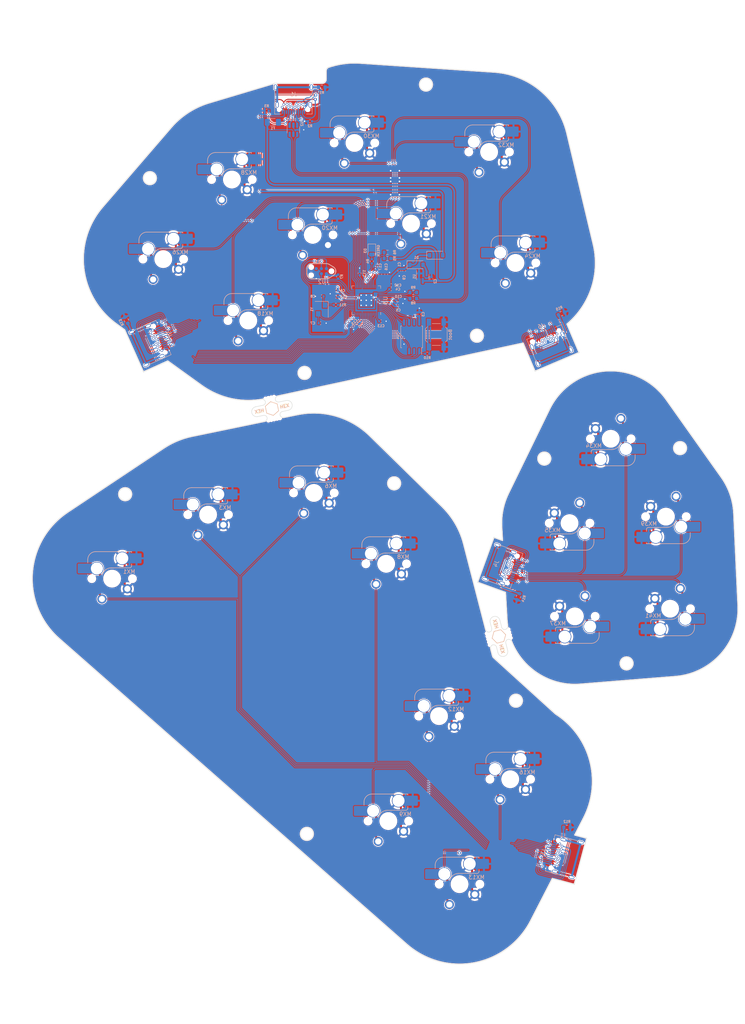
<source format=kicad_pcb>
(kicad_pcb (version 20221018) (generator pcbnew)
  (layers (0 "F.Cu" signal) (31 "B.Cu" signal) (34 "B.Paste" user) (35 "F.Paste" user) (36 "B.SilkS" user "B.Silkscreen") (37 "F.SilkS" user "F.Silkscreen") (38 "B.Mask" user) (39 "F.Mask" user) (44 "Edge.Cuts" user))
  (net 0 "")
  (net 1 "+3V3")
  (net 2 "GND")
  (net 3 "+5V")
  (net 4 "+1V1")
  (net 5 "XTAL_IN")
  (net 6 "/XTAL_O")
  (net 7 "Net-(D1-A)")
  (net 8 "3vCable")
  (net 9 "Net-(D3-A)")
  (net 10 "Net-(F1-Pad1)")
  (net 11 "Net-(J1-SHIELD)")
  (net 12 "DATA")
  (net 15 "DBUS-")
  (net 16 "DBUS+")
  (net 17 "Net-(J1-CC2)")
  (net 21 "Net-(J1-CC1)")
  (net 24 "SWCLK")
  (net 25 "~{RESET}")
  (net 26 "SWD")
  (net 27 "PICO_LED")
  (net 28 "VBUS_SENSE")
  (net 29 "/D_+")
  (net 30 "D+")
  (net 31 "/D_-")
  (net 32 "D-")
  (net 33 "CS")
  (net 34 "/~{USB_BOOT}")
  (net 35 "XTAL_OUT")
  (net 36 "SD1")
  (net 37 "SD2")
  (net 38 "SD0")
  (net 39 "QSPI_CLK")
  (net 40 "SD3")
  (net 42 "R")
  (net 43 "B")
  (net 45 "Y")
  (net 46 "X")
  (net 47 "LS")
  (net 48 "Z")
  (net 49 "MS")
  (net 50 "UP")
  (net 51 "C_RT")
  (net 52 "C_DN")
  (net 53 "A")
  (net 54 "C_LT")
  (net 55 "C_UP")
  (net 59 "Net-(J3-SHIELD)")
  (net 60 "M2")
  (net 61 "M1")
  (net 62 "L")
  (net 63 "LEFT")
  (net 64 "DOWN")
  (net 65 "RIGHT")
  (net 67 "START")
  (net 68 "Net-(J4-SHIELD)")
  (net 71 "unconnected-(J4-VBUS-PadA4)")
  (net 72 "Net-(J5-SHIELD)")
  (net 73 "Net-(J6-SHIELD)")
  (net 75 "unconnected-(J6-VBUS-PadA4)")
  (net 77 "M3")
  (net 78 "C_RT_2")
  (net 80 "A_2")
  (net 81 "C_UP_2")
  (net 82 "C_LT_2")
  (net 85 "C_DN_2")
  (net 86 "M3_2")
  (net 88 "M2_2")
  (net 89 "M1_2")
  (net 90 "L_2")
  (net 91 "LEFT_2")
  (net 92 "DOWN_2")
  (net 93 "RIGHT_2")
  (net 94 "START_2")
  (footprint "PCM_marbastlib-mx:SW_MX_1u" (layer "F.Cu") (at 135.594477 198.592357 180)
    (fp_text reference "MX15" hide)
    (fp_text value "MX_SW_solder" hide)
  )
  (footprint "PCM_marbastlib-mx:SW_MX_1u" (layer "F.Cu") (at 105.12993 209.041905 180)
    (fp_text reference "MX10" hide)
    (fp_text value "MX_SW_solder" hide)
  )
  (footprint "PCM_marbastlib-various:mousebites_5p5mm_easysnap" (layer "F.Cu") (at 135.427494 162.220235 14.5)
    (fp_text reference "MB6" hide)
    (fp_text value "MouseBites" hide)
    (fp_line (start -4 -3.9) (end -4 -2.4) (stroke (width 0.1)) (layer "Edge.Cuts"))
    (fp_line (start -4 2.4) (end -4 3.9) (stroke (width 0.1)) (layer "Edge.Cuts"))
    (fp_line (start -1.5 -2.03) (end -1.5 -3.9) (stroke (width 0.1)) (layer "Edge.Cuts"))
    (fp_line (start -1.5 3.9) (end -1.5 2.03) (stroke (width 0.1)) (layer "Edge.Cuts"))
    (fp_arc (start -5.5 2.4) (mid -4.75 1.65) (end -4 2.4) (stroke (width 0.1)) (layer "Edge.Cuts"))
    (fp_arc (start -4 -3.9) (mid -2.75 -5.15) (end -1.5 -3.9) (stroke (width 0.1)) (layer "Edge.Cuts"))
    (fp_arc (start -4 -2.4) (mid -4.75 -1.65) (end -5.5 -2.4) (stroke (width 0.1)) (layer "Edge.Cuts"))
    (fp_arc (start -1.5 2.03) (mid -0.75 1.28) (end 0 2.03) (stroke (width 0.1)) (layer "Edge.Cuts"))
    (fp_arc (start -1.5 3.9) (mid -2.75 5.15) (end -4 3.9) (stroke (width 0.1)) (layer "Edge.Cuts"))
    (fp_arc (start 0 -2.03) (mid -0.75 -1.28) (end -1.5 -2.03) (stroke (width 0.1)) (layer "Edge.Cuts"))
  )
  (footprint "PCM_marbastlib-mx:SW_MX_1u" (layer "F.Cu") (at 151.746375 157.886728)
    (fp_text reference "MX38" hide)
    (fp_text value "MX_SW_solder" hide)
  )
  (footprint "PCM_marbastlib-mx:SW_MX_1u" (layer "F.Cu") (at 150.421654 134.602639)
    (fp_text reference "MX36" hide)
    (fp_text value "MX_SW_solder" hide)
  )
  (footprint "PCM_marbastlib-mx:SW_MX_1u" (layer "F.Cu") (at 36.085813 148.468663 180)
    (fp_text reference "MX2" hide)
    (fp_text value "MX_SW_solder" hide)
  )
  (footprint "PCM_marbastlib-mx:SW_MX_1u" (layer "F.Cu") (at 70.121839 83.982567 180)
    (fp_text reference "MX17" hide)
    (fp_text value "MX_SW_solder" hide)
  )
  (footprint "PCM_marbastlib-mx:SW_MX_1u" (layer "F.Cu") (at 48.874013 68.632766 180)
    (fp_text reference "MX25" hide)
    (fp_text value "MX_SW_solder" hide)
  )
  (footprint "PCM_marbastlib-various:mousebites_5p5mm_easysnap" (layer "F.Cu") (at 75.486505 103.272191 101.6)
    (fp_text reference "MB5" hide)
    (fp_text value "MouseBites" hide)
    (fp_line (start -4 -3.9) (end -4 -2.4) (stroke (width 0.1)) (layer "Edge.Cuts"))
    (fp_line (start -4 2.4) (end -4 3.9) (stroke (width 0.1)) (layer "Edge.Cuts"))
    (fp_line (start -1.5 -2.03) (end -1.5 -3.9) (stroke (width 0.1)) (layer "Edge.Cuts"))
    (fp_line (start -1.5 3.9) (end -1.5 2.03) (stroke (width 0.1)) (layer "Edge.Cuts"))
    (fp_arc (start -5.5 2.4) (mid -4.750001 1.65) (end -4 2.4) (stroke (width 0.1)) (layer "Edge.Cuts"))
    (fp_arc (start -4 -3.9) (mid -2.75 -5.15) (end -1.5 -3.9) (stroke (width 0.1)) (layer "Edge.Cuts"))
    (fp_arc (start -4 -2.4) (mid -4.750001 -1.65) (end -5.5 -2.4) (stroke (width 0.1)) (layer "Edge.Cuts"))
    (fp_arc (start -1.5 2.03) (mid -0.75 1.28) (end 0 2.03) (stroke (width 0.1)) (layer "Edge.Cuts"))
    (fp_arc (start -1.5 3.9) (mid -2.75 5.15) (end -4 3.9) (stroke (width 0.1)) (layer "Edge.Cuts"))
    (fp_arc (start 0 -2.03) (mid -0.75 -1.28) (end -1.5 -2.03) (stroke (width 0.1)) (layer "Edge.Cuts"))
  )
  (footprint "PCM_marbastlib-mx:SW_MX_1u" (layer "F.Cu") (at 104.589084 144.760664 180)
    (fp_text reference "MX7" hide)
    (fp_text value "MX_SW_solder" hide)
  )
  (footprint "PCM_marbastlib-mx:SW_MX_1u" (layer "F.Cu") (at 86.227258 62.57967 180)
    (fp_text reference "MX19" hide)
    (fp_text value "MX_SW_solder" hide)
  )
  (footprint "PCM_marbastlib-mx:SW_MX_1u" (layer "F.Cu") (at 174.5035 132.97563)
    (fp_text reference "MX40" hide)
    (fp_text value "MX_SW_solder" hide)
  )
  (footprint "PCM_marbastlib-mx:SW_MX_1u" (layer "F.Cu") (at 117.801927 182.82075 180)
    (fp_text reference "MX11" hide)
    (fp_text value "MX_SW_solder" hide)
  )
  (footprint "PCM_marbastlib-mx:SW_MX_1u" (layer "F.Cu") (at 160.712604 113.520004)
    (fp_text reference "MX33" hide)
    (fp_text value "MX_SW_solder" hide)
  )
  (footprint "PCM_marbastlib-mx:SW_MX_1u" (layer "F.Cu") (at 136.907405 69.584745 180)
    (fp_text reference "MX23" hide)
    (fp_text value "MX_SW_solder" hide)
  )
  (footprint "PCM_marbastlib-mx:SW_MX_1u" (layer "F.Cu") (at 130.31592 41.857035 180)
    (fp_text reference "MX31" hide)
    (fp_text value "MX_SW_solder" hide)
  )
  (footprint "PCM_marbastlib-mx:SW_MX_1u" (layer "F.Cu") (at 86.517547 127.051341 180)
    (fp_text reference "MX5" hide)
    (fp_text value "MX_SW_solder" hide)
  )
  (footprint "PCM_marbastlib-mx:SW_MX_1u" (layer "F.Cu") (at 66.028559 48.749368 180)
    (fp_text reference "MX27" hide)
    (fp_text value "MX_SW_solder" hide)
  )
  (footprint "PCM_marbastlib-mx:SW_MX_1u" (layer "F.Cu") (at 96.656818 39.610825 180)
    (fp_text reference "MX29" hide)
    (fp_text value "MX_SW_solder" hide)
  )
  (footprint "PCM_marbastlib-mx:SW_MX_1u" (layer "F.Cu") (at 122.922479 224.813511 180)
    (fp_text reference "MX14" hide)
    (fp_text value "MX_SW_solder" hide)
  )
  (footprint "PCM_marbastlib-mx:SW_MX_1u" (layer "F.Cu") (at 175.556943 155.981322)
    (fp_text reference "MX42" hide)
    (fp_text value "MX_SW_solder" hide)
  )
  (footprint "PCM_marbastlib-mx:SW_MX_1u" (layer "F.Cu") (at 60.077939 132.483719 180)
    (fp_text reference "MX4" hide)
    (fp_text value "MX_SW_solder" hide)
  )
  (footprint "PCM_marbastlib-mx:SW_MX_1u" (layer "F.Cu") (at 110.812745 59.763993 180)
    (fp_text reference "MX22" hide)
    (fp_text value "MX_SW_solder" hide)
  )
  (footprint "Capacitor_SMD:C_0402_1005Metric" (layer "B.Cu") (at 107.638729 80.443517)
    (fp_text reference "C5")
    (fp_text value "100nF")
  )
  (footprint "footprints:RP2040-QFN-56" (layer "B.Cu") (at 99.60598 78.919518 90)
    (fp_text reference "U3")
    (fp_text value "RP2040")
  )
  (footprint "Capacitor_SMD:C_0402_1005Metric" (layer "B.Cu") (at 107.63873 78.919518)
    (fp_text reference "C10")
    (fp_text value "1uF")
  )
  (footprint "Capacitor_SMD:C_0402_1005Metric" (layer "B.Cu") (at 103.06673 72.442518 90)
    (fp_text reference "C17")
    (fp_text value "100nF")
  )
  (footprint "PCM_marbastlib-mx:SW_MX_HS_1u" (layer "B.Cu") (at 105.12993 209.041905 180)
    (fp_text reference "MX9")
    (fp_text value "MX_SW_HS" hide)
  )
  (footprint "Capacitor_SMD:C_0402_1005Metric" (layer "B.Cu") (at 92.017729 78.030518 180)
    (fp_text reference "C14")
    (fp_text value "100nF")
  )
  (footprint "PCM_marbastlib-mx:SW_MX_HS_1u" (layer "B.Cu") (at 104.589084 144.760664 180)
    (fp_text reference "MX8")
    (fp_text value "MX_SW_HS" hide)
  )
  (footprint "PCM_marbastlib-mx:SW_MX_HS_1u" (layer "B.Cu") (at 60.077939 132.483719 180)
    (fp_text reference "MX3")
    (fp_text value "MX_SW_HS" hide)
  )
  (footprint "PCM_marbastlib-mx:SW_MX_HS_1u" (layer "B.Cu") (at 130.31592 41.857035 180)
    (fp_text reference "MX32")
    (fp_text value "MX_SW_HS" hide)
  )
  (footprint "Capacitor_SMD:C_0402_1005Metric" (layer "B.Cu") (at 97.943476 72.159725 90)
    (fp_text reference "C11")
    (fp_text value "100nF")
  )
  (footprint "PCM_marbastlib-mx:SW_MX_HS_1u" (layer "B.Cu") (at 36.085813 148.468663 180)
    (fp_text reference "MX1")
    (fp_text value "MX_SW_HS" hide)
  )
  (footprint "PCM_marbastlib-mx:SW_MX_HS_1u" (layer "B.Cu") (at 151.746375 157.886728)
    (fp_text reference "MX37")
    (fp_text value "MX_SW_HS" hide)
  )
  (footprint "footprints:TYPE-C_24P_QCHT" (layer "B.Cu") (at 129.156924 143.677976 70)
    (fp_text reference "J4")
    (fp_text value "USB C Connector")
  )
  (footprint "Resistor_SMD:R_0402_1005Metric" (layer "B.Cu") (at 85.542897 34.199492)
    (fp_text reference "R2")
    (fp_text value "5.1k")
  )
  (footprint "LED_SMD:LED_0805_2012Metric" (layer "B.Cu") (at 101.000979 66.542017 -90)
    (fp_text reference "D3")
    (fp_text value "GREEN")
  )
  (footprint "Resistor_SMD:R_0402_1005Metric" (layer "B.Cu") (at 114.853824 92.26236 180)
    (fp_text reference "R10")
    (fp_text value "1k")
  )
  (footprint "Capacitor_SMD:C_0402_1005Metric" (layer "B.Cu") (at 109.075979 71.579518 -90)
    (fp_text reference "C9")
    (fp_text value "10uF")
  )
  (footprint "Capacitor_SMD:C_0402_1005Metric" (layer "B.Cu") (at 105.844961 75.137766)
    (fp_text reference "C12")
    (fp_text value "100nF")
  )
  (footprint "Resistor_SMD:R_0402_1005Metric" (layer "B.Cu") (at 92.01773 80.062518)
    (fp_text reference "R11")
    (fp_text value "1k")
  )
  (footprint "Resistor_SMD:R_0603_1608Metric" (layer "B.Cu") (at 148.39277 82.23858 -157)
    (fp_text reference "R15")
    (fp_text value "1M")
  )
  (footprint "Resistor_SMD:R_0603_1608Metric" (layer "B.Cu") (at 104.895979 68.469517 180)
    (fp_text reference "R5")
    (fp_text value "5.6k")
  )
  (footprint "Capacitor_SMD:C_0402_1005Metric" (layer "B.Cu") (at 115.921895 73.596787 -90)
    (fp_text reference "C2")
    (fp_text value "1uF")
  )
  (footprint "Capacitor_SMD:C_0402_1005Metric" (layer "B.Cu") (at 88.191962 84.634518 180)
    (fp_text reference "C7")
    (fp_text value "22pF")
  )
  (footprint "Resistor_SMD:R_0603_1608Metric" (layer "B.Cu") (at 149.78 210.61 180)
    (fp_text reference "R12")
    (fp_text value "1M")
  )
  (footprint "PCM_marbastlib-mx:SW_MX_HS_1u" (layer "B.Cu") (at 174.5035 132.97563)
    (fp_text reference "MX39")
    (fp_text value "MX_SW_HS" hide)
  )
  (footprint "PCM_marbastlib-mx:SW_MX_HS_1u" (layer "B.Cu") (at 136.907405 69.584745 180)
    (fp_text reference "MX24")
    (fp_text value "MX_SW_HS" hide)
  )
  (footprint "PCM_marbastlib-mx:SW_MX_HS_1u" (layer "B.Cu") (at 117.801927 182.82075 180)
    (fp_text reference "MX12")
    (fp_text value "MX_SW_HS" hide)
  )
  (footprint "Resistor_SMD:R_0603_1608Metric" (layer "B.Cu") (at 104.895979 66.929518)
    (fp_text reference "R6")
    (fp_text value "10k")
  )
  (footprint "PCM_marbastlib-mx:SW_MX_HS_1u" (layer "B.Cu") (at 66.028559 48.749368 180)
    (fp_text reference "MX28")
    (fp_text value "MX_SW_HS" hide)
  )
  (footprint "PCM_marbastlib-mx:SW_MX_HS_1u" (layer "B.Cu") (at 70.121839 83.982567 180)
    (fp_text reference "MX18")
    (fp_text value "MX_SW_HS" hide)
  )
  (footprint "Capacitor_SMD:C_0402_1005Metric" (layer "B.Cu") (at 112.86098 82.399518 90)
    (fp_text reference "C3")
    (fp_text value "100nF")
  )
  (footprint "Resistor_SMD:R_0603_1608Metric" (layer "B.Cu") (at 111.36098 76.959516 180)
    (fp_text reference "R9")
    (fp_text value "27")
  )
  (footprint "Package_SO:SOIC-8_5.23x5.23mm_P1.27mm" (layer "B.Cu") (at 110.950981 88.049516 90)
    (fp_text reference "U4")
    (fp_text value "W25Q128JVS")
  )
  (footprint "Resistor_SMD:R_0402_1005Metric" (layer "B.Cu") (at 74.712897 31.539493 180)
    (fp_text reference "R3")
    (fp_text value "5.1k")
  )
  (footprint "Capacitor_SMD:C_0402_1005Metric" (layer "B.Cu") (at 88.445962 77.931767)
    (fp_text reference "C8")
    (fp_text value "22pF")
  )
  (footprint "Capacitor_SMD:C_0402_1005Metric" (layer "B.Cu") (at 103.304961 84.154768)
    (fp_text reference "C13")
    (fp_text value "100nF")
  )
  (footprint "Diode_SMD:D_SOD-123" (layer "B.Cu") (at 117.073822 67.66236)
    (fp_text reference "D2" hide)
    (fp_text value "Schottky Diode")
  )
  (footprint "Capacitor_SMD:C_0402_1005Metric" (layer "B.Cu") (at 97.462962 85.170767 -135)
    (fp_text reference "C15")
    (fp_text value "100nF")
  )
  (footprint "PCM_marbastlib-mx:SW_MX_HS_1u" (layer "B.Cu") (at 48.874013 68.632766 180)
    (fp_text reference "MX26")
    (fp_text value "MX_SW_HS" hide)
  )
  (footprint "Button_Switch_SMD:SW_SPST_SKQG_WithStem" (layer "B.Cu") (at 117.11 87.472361 90)
    (fp_text reference "SW1" hide)
    (fp_text value "Boot")
  )
  (footprint "Resistor_SMD:R_0603_1608Metric" (layer "B.Cu") (at 39.653391 83.903618 -65.9)
    (fp_text reference "R13")
    (fp_text value "1M")
  )
  (footprint "PCM_marbastlib-various:CON_TC2030_outlined" (layer "B.Cu") (at 88.38098 71.649517 180)
    (fp_text reference "J2")
    (fp_text value "JTAG_TC2030" hide)
  )
  (footprint "PCM_marbastlib-mx:SW_MX_HS_1u" (layer "B.Cu") (at 110.812745 59.763993 180)
    (fp_text reference "MX21")
    (fp_text value "MX_SW_HS" hide)
  )
  (footprint "Capacitor_SMD:C_0402_1005Metric" (layer "B.Cu") (at 107.87598 71.579517 90)
    (fp_text reference "C1")
    (fp_text value "1uF")
  )
  (footprint "Resistor_SMD:R_0402_1005Metric" (layer "B.Cu") (at 100.99098 69.169517 90)
    (fp_text reference "R4")
    (fp_text value "10k")
  )
  (footprint "Resistor_SMD:R_0603_1608Metric" (layer "B.Cu") (at 111.36098 78.489518 180)
    (fp_text reference "R8")
    (fp_text value "27")
  )
  (footprint "PCM_marbastlib-mx:SW_MX_HS_1u" (layer "B.Cu") (at 86.517547 127.051341 180)
    (fp_text reference "MX6")
    (fp_text value "MX_SW_HS" hide)
  )
  (footprint "Crystal:Crystal_SMD_3225-4Pin_3.2x2.5mm" (layer "B.Cu") (at 88.461731 81.205518 -90)
    (fp_text reference "Y1")
    (fp_text value "12MHz")
  )
  (footprint "Capacitor_SMD:C_0402_1005Metric" (layer "B.Cu") (at 104.590729 72.442519 90)
    (fp_text reference "C16")
    (fp_text value "100nF")
  )
  (footprint "Resistor_SMD:R_0603_1608Metric" (layer "B.Cu") (at 88.499397 25.689493 180)
    (fp_text reference "R1")
    (fp_text value "1M")
  )
  (footprint "PCM_marbastlib-mx:SW_MX_HS_1u" (layer "B.Cu") (at 86.227258 62.57967 180)
    (fp_text reference "MX20")
    (fp_text value "MX_SW_HS" hide)
  )
  (footprint "PCM_marbastlib-mx:SW_MX_HS_1u" (layer "B.Cu") (at 135.594477 198.592357 180)
    (fp_text reference "MX16")
    (fp_text value "MX_SW_HS" hide)
  )
  (footprint "PCM_marbastlib-mx:SW_MX_HS_1u" (layer "B.Cu") (at 122.922479 224.813511 180)
    (fp_text reference "MX13")
    (fp_text value "MX_SW_HS" hide)
  )
  (footprint "PCM_marbastlib-mx:SW_MX_HS_1u" (layer "B.Cu") (at 96.656818 39.610825 180)
    (fp_text reference "MX30")
    (fp_text value "MX_SW_HS" hide)
  )
  (footprint "Capacitor_SMD:C_0402_1005Metric" (layer "B.Cu") (at 105.844961 76.153767)
    (fp_text reference "C4")
    (fp_text value "1uF")
  )
  (footprint "Resistor_SMD:R_0603_1608Metric" (layer "B.Cu") (at 137.63794 152.981732 70)
    (fp_text reference "R14")
    (fp_text value "1M")
  )
  (footprint "PCM_marbastlib-mx:SW_MX_HS_1u" (layer "B.Cu") (at 160.712604 113.520004)
    (fp_text reference "MX34")
    (fp_text value "MX_SW_HS" hide)
  )
  (footprint "PCM_marbastlib-mx:SW_MX_HS_1u" (layer "B.Cu") (at 175.556943 155.981322)
    (fp_text reference "MX41")
    (fp_text value "MX_SW_HS" hide)
  )
  (footprint "Diode_SMD:D_SOD-123" (layer "B.Cu") (at 112.143822 70.042359)
    (fp_text reference "D1")
    (fp_text value "Schottky Diode")
  )
  (footprint "footprints:TYPE-C_24P_QCHT" (layer "B.Cu") (at 81.394397 23.863404)
    (fp_text reference "J1")
    (fp_text value "USB C Connector")
  )
  (footprint "Fuse:Fuse_1206_3216Metric" (layer "B.Cu") (at 76.262896 34.429493 180)
    (fp_text reference "F1")
    (fp_text value "500 mA")
  )
  (footprint "Package_TO_SOT_SMD:SOT-23-6" (layer "B.Cu") (at 81.392897 36.319493 -90)
    (fp_text reference "U2")
    (fp_text value "USBLC6-2SC6")
  )
  (footprint "Package_TO_SOT_SMD:SOT-23" (layer "B.Cu") (at 113.733823 73.139861 -90)
    (fp_text reference "U1")
    (fp_text value "XC6206")
  )
  (footprint "footprints:TYPE-C_24P_QCHT" (layer "B.Cu") (at 153.822834 219.199311 -105)
    (fp_text reference "J3")
    (fp_text value "USB C Connector")
  )
  (footprint "Resistor_SMD:R_0402_1005Metric" (layer "B.Cu") (at 92.57098 72.999518 -90)
    (fp_text reference "R7")
    (fp_text value "10k")
  )
  (footprint "footprints:TYPE-C_24P_QCHT" (layer "B.Cu") (at 41.151936 91.698214 114.1)
    (fp_text reference "J5")
    (fp_text value "USB C Connector")
  )
  (footprint "footprints:TYPE-C_24P_QCHT" (layer "B.Cu") (at 147.352552 94.692471 -157)
    (fp_text reference "J6")
    (fp_text value "USB C Connector")
  )
  (footprint "Capacitor_SMD:C_0402_1005Metric" (layer "B.Cu") (at 92.01773 76.506516 180)
    (fp_text reference "C6")
    (fp_text value "100nF")
  )
  (footprint "PCM_marbastlib-mx:SW_MX_HS_1u" (layer "B.Cu") (at 150.421654 134.602639)
    (fp_text reference "MX35")
    (fp_text value "MX_SW_HS" hide)
  )
  (gr_line (start 140.705701 233.965396) (end 146.13124 223.422911) (stroke (width 0.1)) (layer "Edge.Cuts"))
  (gr_line (start 130.703594 165.920879) (end 131.172158 167.725804) (stroke (width 0.1)) (layer "Edge.Cuts"))
  (gr_arc (start 89.564397 23.670432) (mid 89.271512 24.377548) (end 88.564397 24.670432) (stroke (width 0.1)) (layer "Edge.Cuts"))
  (gr_circle (center 106.576941 124.656905) (end 105.031461 124.242797) (stroke (width 0.1)) (fill none) (layer "Edge.Cuts"))
  (gr_line (start 192.539145 155.203701) (end 191.485706 132.198005) (stroke (width 0.1)) (layer "Edge.Cuts"))
  (gr_arc (start 145.435466 106.062859) (mid 159.33261 96.576108) (end 174.581717 103.689045) (stroke (width 0.1)) (layer "Edge.Cuts"))
  (gr_line (start 151.749929 212.505121) (end 153.940502 208.24857) (stroke (width 0.1)) (layer "Edge.Cuts"))
  (gr_arc (start 188.372611 123.14467) (mid 190.579618 127.447669) (end 191.485706 132.198005) (stroke (width 0.1)) (layer "Edge.Cuts"))
  (gr_arc (start 192.539145 155.203701) (mid 188.308516 167.22394) (end 176.913003 172.927151) (stroke (width 0.1)) (layer "Edge.Cuts"))
  (gr_line (start 134.773822 158.85236) (end 134.919223 160.254896) (stroke (width 0.1)) (layer "Edge.Cuts"))
  (gr_circle (center 144.109275 118.468461) (end 145.612784 119.015693) (stroke (width 0.1)) (fill none) (layer "Edge.Cuts"))
  (gr_line (start 133.449102 135.568271) (end 133.63781 138.885136) (stroke (width 0.1)) (layer "Edge.Cuts"))
  (gr_line (start 76.764397 24.670434) (end 60.310276 29.584263) (stroke (width 0.1)) (layer "Edge.Cuts"))
  (gr_circle (center 164.668706 169.643396) (end 166.172215 170.190627) (stroke (width 0.1)) (fill none) (layer "Edge.Cuts"))
  (gr_line (start 74.241453 109.142444) (end 56.052751 112.892959) (stroke (width 0.1)) (layer "Edge.Cuts"))
  (gr_arc (start 153.103964 174.851621) (mid 142.765084 172.343115) (end 135.935765 164.185575) (stroke (width 0.1)) (layer "Edge.Cuts"))
  (gr_arc (start 146.894361 182.223184) (mid 155.46226 193.870032) (end 153.940502 208.24857) (stroke (width 0.1)) (layer "Edge.Cuts"))
  (gr_line (start 37.16212 84.84485) (end 39.200305 86.317269) (stroke (width 0.1)) (layer "Edge.Cuts"))
  (gr_line (start 48.988647 115.839573) (end 24.996521 131.824516) (stroke (width 0.1)) (layer "Edge.Cuts"))
  (gr_line (start 151.621953 224.894143) (end 146.13124 223.422911) (stroke (width 0.1)) (layer "Edge.Cuts"))
  (gr_line (start 134.379716 151.925302) (end 134.773822 158.85236) (stroke (width 0.1)) (layer "Edge.Cuts"))
  (gr_line (start 77.475045 102.864004) (end 138.788424 89.638712) (stroke (width 0.1)) (layer "Edge.Cuts"))
  (gr_arc (start 22.880219 163.489058) (mid 16.130333 147.134937) (end 24.996521 131.824516) (stroke (width 0.1)) (layer "Edge.Cuts"))
  (gr_line (start 133.63781 138.885136) (end 131.506175 138.109285) (stroke (width 0.1)) (layer "Edge.Cuts"))
  (gr_line (start 78.943414 108.177269) (end 82.492358 107.460583) (stroke (width 0.1)) (layer "Edge.Cuts"))
  (gr_circle (center 84.181295 97.063432) (end 82.677786 96.516199) (stroke (width 0.1)) (fill none) (layer "Edge.Cuts"))
  (gr_line (start 22.880219 163.489058) (end 109.716884 239.833906) (stroke (width 0.1)) (layer "Edge.Cuts"))
  (gr_line (start 76.764397 24.670434) (end 88.564397 24.670432) (stroke (width 0.1)) (layer "Edge.Cuts"))
  (gr_circle (center 39.349058 127.368925) (end 37.803576 126.954815) (stroke (width 0.1)) (fill none) (layer "Edge.Cuts"))
  (gr_arc (start 48.988647 115.839573) (mid 52.378425 114.025182) (end 56.052751 112.892959) (stroke (width 0.1)) (layer "Edge.Cuts"))
  (gr_line (start 151.621953 224.894143) (end 154.727782 213.303033) (stroke (width 0.1)) (layer "Edge.Cuts"))
  (gr_circle (center 178.042198 115.851733) (end 179.545705 116.398965) (stroke (width 0.1)) (fill none) (layer "Edge.Cuts"))
  (gr_line (start 146.894361 182.223184) (end 131.467816 168.214847) (stroke (width 0.1)) (layer "Edge.Cuts"))
  (gr_line (start 39.200305 86.317269) (end 43.906336 96.849899) (stroke (width 0.1)) (layer "Edge.Cuts"))
  (gr_circle (center 127.268468 87.774577) (end 125.764961 87.227345) (stroke (width 0.1)) (fill none) (layer "Edge.Cuts"))
  (gr_line (start 138.788424 89.638712) (end 141.774564 96.675166) (stroke (width 0.1)) (layer "Edge.Cuts"))
  (gr_circle (center 84.765067 212.237856) (end 83.219586 211.823746) (stroke (width 0.1)) (fill none) (layer "Edge.Cuts"))
  (gr_line (start 89.564397 23.670432) (end 89.564397 21.603184) (stroke (width 0.1)) (layer "Edge.Cuts"))
  (gr_line (start 50.885513 35.684596) (end 33.730968 55.567995) (stroke (width 0.1)) (layer "Edge.Cuts"))
  (gr_arc (start 50.885513 35.684596) (mid 55.161067 31.959549) (end 60.310276 29.584263) (stroke (width 0.1)) (layer "Edge.Cuts"))
  (gr_line (start 188.372611 123.14467) (end 174.581717 103.689045) (stroke (width 0.1)) (layer "Edge.Cuts"))
  (gr_line (start 152.820993 91.987268) (end 149.801863 84.873076) (stroke (width 0.1)) (layer "Edge.Cuts"))
  (gr_line (start 127.401933 149.385595) (end 134.379716 151.925302) (stroke (width 0.1)) (layer "Edge.Cuts"))
  (gr_arc (start 90.938535 20.445722) (mid 94.428205 19.735372) (end 97.988537 19.655214) (stroke (width 0.1)) (layer "Edge.Cuts"))
  (gr_arc (start 156.365166 64.95921) (mid 155.902328 75.845181) (end 149.801863 84.873076) (stroke (width 0.1)) (layer "Edge.Cuts"))
  (gr_line (start 90.275471 20.645832) (end 90.938535 20.445722) (stroke (width 0.1)) (layer "Edge.Cuts"))
  (gr_arc (start 133.449102 135.568271) (mid 133.755932 131.248009) (end 135.144515 127.145492) (stroke (width 0.1)) (layer "Edge.Cuts"))
  (gr_arc (start 37.16212 84.84485) (mid 29.009965 70.960769) (end 33.730968 55.567995) (stroke (width 0.1)) (layer "Edge.Cuts"))
  (gr_line (start 156.365166 64.95921) (end 149.77368 37.231498) (stroke (width 0.1)) (layer "Edge.Cuts"))
  (gr_arc (start 131.647639 21.901422) (mid 143.231167 26.586257) (end 149.77368 37.231498) (stroke (width 0.1)) (layer "Edge.Cuts"))
  (gr_line (start 141.774564 96.675166) (end 152.820993 91.987268) (stroke (width 0.1)) (layer "Edge.Cuts"))
  (gr_arc (start 73.497967 103.68038) (mid 65.605924 103.450704) (end 58.418708 100.182522) (stroke (width 0.1)) (layer "Edge.Cuts"))
  (gr_line (start 154.727782 213.303033) (end 151.749929 212.505121) (stroke (width 0.1)) (layer "Edge.Cuts"))
  (gr_line (start 153.103964 174.851621) (end 176.913003 172.927151) (stroke (width 0.1)) (layer "Edge.Cuts"))
  (gr_line (start 118.58734 130.476098) (end 100.515803 112.766775) (stroke (width 0.1)) (layer "Edge.Cuts"))
  (gr_line (start 50.006899 94.12414) (end 58.418708 100.182522) (stroke (width 0.1)) (layer "Edge.Cuts"))
  (gr_line (start 145.435466 106.062859) (end 135.144515 127.145492) (stroke (width 0.1)) (layer "Edge.Cuts"))
  (gr_line (start 131.647639 21.901422) (end 97.988537 19.655214) (stroke (width 0.1)) (layer "Edge.Cuts"))
  (gr_circle (center 114.535098 25.018884) (end 113.031589 24.471653) (stroke (width 0.1)) (fill none) (layer "Edge.Cuts"))
  (gr_circle (center 137.020289 178.964339) (end 135.474809 178.550229) (stroke (width 0.1)) (fill none) (layer "Edge.Cuts"))
  (gr_line (start 129.50177 161.273771) (end 123.954335 139.761954) (stroke (width 0.1)) (layer "Edge.Cuts"))
  (gr_arc (start 89.564397 21.603184) (mid 89.761631 21.006925) (end 90.275471 20.645832) (stroke (width 0.1)) (layer "Edge.Cuts"))
  (gr_line (start 43.906336 96.849899) (end 50.006899 94.12414) (stroke (width 0.1)) (layer "Edge.Cuts"))
  (gr_arc (start 140.705701 233.965396) (mid 126.64384 244.464244) (end 109.716884 239.833906) (stroke (width 0.1)) (layer "Edge.Cuts"))
  (gr_line (start 131.506175 138.109285) (end 127.401933 149.385595) (stroke (width 0.1)) (layer "Edge.Cuts"))
  (gr_arc (start 131.467816 168.214847) (mid 131.284307 167.991896) (end 131.172158 167.725804) (stroke (width 0.1)) (layer "Edge.Cuts"))
  (gr_arc (start 82.492358 107.460583) (mid 92.165947 107.865527) (end 100.515803 112.766775) (stroke (width 0.1)) (layer "Edge.Cuts"))
  (gr_arc (start 118.58734 130.476098) (mid 121.90491 134.752548) (end 123.954335 139.761954) (stroke (width 0.1)) (layer "Edge.Cuts"))
  (gr_circle (center 45.526137 48.402562) (end 44.022631 47.855327) (stroke (width 0.1)) (fill none) (layer "Edge.Cuts"))
  (segment (start 89.63098 74.384571) (end 89.630979 73.086777) (width 0.5) (layer "F.Cu") (net 1))
  (segment (start 93.398962 78.566768) (end 89.923874 75.091678) (width 0.5) (layer "F.Cu") (net 1))
  (segment (start 109.408142 81.875947) (end 106.225961 78.693768) (width 0.5) (layer "F.Cu") (net 1))
  (via (at 89.630979 73.086777) (size 0.6) (drill 0.3) (layers "F.Cu" "B.Cu") (net 1))
  (via (at 111.830981 82.879517) (size 0.6) (drill 0.3) (layers "F.Cu" "B.Cu") (net 1))
  (via (at 106.225961 78.693768) (size 0.6) (drill 0.3) (layers "F.Cu" "B.Cu") (net 1))
  (via (at 93.398962 78.566768) (size 0.6) (drill 0.3) (layers "F.Cu" "B.Cu") (net 1))
  (arc (start 111.830981 82.879517) (mid 110.519748 82.618699) (end 109.408142 81.875947) (width 0.5) (layer "F.Cu") (net 1))
  (arc (start 89.923874 75.091678) (mid 89.707099 74.767255) (end 89.63098 74.384571) (width 0.5) (layer "F.Cu") (net 1))
  (segment (start 112.213824 68.66236) (end 112.213824 69.042361) (width 0.5) (layer "B.Cu") (net 1))
  (segment (start 89.630979 73.086777) (end 89.63098 72.304516) (width 0.5) (layer "B.Cu") (net 1))
  (segment (start 103.043479 78.719516) (end 102.187711 78.719517) (width 0.2) (layer "B.Cu") (net 1))
  (segment (start 102.205979 75.482017) (end 102.20598 74.492482) (width 0.2) (layer "B.Cu") (net 1))
  (segment (start 93.551711 78.719518) (end 96.16848 78.719517) (width 0.2) (layer "B.Cu") (net 1))
  (segment (start 102.498873 73.785375) (end 103.06673 73.217517) (width 0.2) (layer "B.Cu") (net 1))
  (segment (start 115.423823 67.662361) (end 113.213822 67.66236) (width 0.5) (layer "B.Cu") (net 1))
  (segment (start 96.16848 78.719517) (end 96.897729 78.719518) (width 0.2) (layer "B.Cu") (net 1))
  (segment (start 102.20598 82.357016) (end 102.20598 83.121571) (width 0.2) (layer "B.Cu") (net 1))
  (segment (start 112.86098 82.879516) (end 112.86098 84.424517) (width 0.5) (layer "B.Cu") (net 1))
  (segment (start 106.073562 78.541368) (end 103.95858 78.541367) (width 0.2) (layer "B.Cu") (net 1))
  (segment (start 107.641872 71.099518) (end 107.875979 71.099517) (width 0.5) (layer "B.Cu") (net 1))
  (segment (start 103.06673 73.217517) (end 103.066729 72.922518) (width 0.381) (layer "B.Cu") (net 1))
  (segment (start 102.205979 75.482017) (end 102.205979 76.351266) (width 0.2) (layer "B.Cu") (net 1))
  (segment (start 97.943476 72.646265) (end 97.943476 72.639725) (width 0.2) (layer "B.Cu") (net 1))
  (segment (start 103.955729 78.538517) (end 103.891887 78.60236) (width 0.2) (layer "B.Cu") (net 1))
  (segment (start 103.04348 78.319518) (end 103.571045 78.319517) (width 0.2) (layer "B.Cu") (net 1))
  (segment (start 102.205981 81.189749) (end 102.288963 81.106767) (width 0.2) (layer "B.Cu") (net 1))
  (segment (start 106.024408 72.716981) (end 107.641872 71.099518) (width 0.5) (layer "B.Cu") (net 1))
  (segment (start 103.853889 78.436675) (end 103.955729 78.538517) (width 0.2) (layer "B.Cu") (net 1))
  (segment (start 103.043479 76.319517) (end 103.768998 76.319516) (width 0.2) (layer "B.Cu") (net 1))
  (segment (start 98.406479 84.199249) (end 97.815962 84.789767) (width 0.381) (layer "B.Cu") (net 1))
  (segment (start 103.609044 78.719516) (end 103.043479 78.719516) (width 0.2) (layer "B.Cu") (net 1))
  (segment (start 102.20598 82.357016) (end 102.205981 81.189749) (width 0.2) (layer "B.Cu") (net 1))
  (segment (start 102.177731 76.379518) (end 102.51773 76.719518) (width 0.2) (layer "B.Cu") (net 1))
  (segment (start 103.04348 78.319518) (end 102.44973 78.319517) (width 0.2) (layer "B.Cu") (net 1))
  (segment (start 98.60598 82.357017) (end 98.60598 81.602266) (width 0.2) (layer "B.Cu") (net 1))
  (segment (start 109.075981 71.099516) (end 107.875979 71.099517) (width 0.5) (layer "B.Cu") (net 1))
  (segment (start 106.637979 78.693767) (end 106.86373 78.919518) (width 0.2) (layer "B.Cu") (net 1))
  (segment (start 103.043479 76.719518) (end 103.44348 76.319517) (width 0.2) (layer "B.Cu") (net 1))
  (segment (start 103.043479 76.319517) (end 102.244729 76.319518) (width 0.2) (layer "B.Cu") (net 1))
  (segment (start 92.862712 78.030518) (end 92.49773 78.030516) (width 0.5) (layer "B.Cu") (net 1))
  (segment (start 102.244729 76.319518) (end 102.177731 76.252517) (width 0.2) (layer "B.Cu") (net 1))
  (segment (start 105.364962 75.137767) (end 105.364961 74.309026) (width 0.5) (layer "B.Cu") (net 1))
  (segment (start 103.95858 78.541367) (end 103.955729 78.538517) (width 0.2) (layer "B.Cu") (net 1))
  (segment (start 111.830981 82.879517) (end 112.86098 82.879516) (width 0.5) (layer "B.Cu") (net 1))
  (segment (start 106.225961 78.693768) (end 106.637979 78.693767) (width 0.2) (layer "B.Cu") (net 1))
  (segment (start 102.51773 76.719518) (end 103.043479 76.719518) (width 0.2) (layer "B.Cu") (net 1))
  (segment (start 102.498873 83.828678) (end 102.824962 84.154768) (width 0.2) (layer "B.Cu") (net 1))
  (segment (start 109.226641 71.099517) (end 109.075981 71.099516) (width 0.5) (layer "B.Cu") (net 1))
  (segment (start 93.398962 78.566768) (end 93.551711 78.719518) (width 0.2) (layer "B.Cu") (net 1))
  (segment (start 104.476104 76.026624) (end 105.364962 75.137767) (width 0.2) (layer "B.Cu") (net 1))
  (segment (start 106.225961 78.693768) (end 106.073562 78.541368) (width 0.2) (layer "B.Cu") (net 1))
  (segment (start 111.213823 70.04236) (end 110.493823 70.04236) (width 0.5) (layer "B.Cu") (net 1))
  (segment (start 90.749448 72.739517) (end 91.967518 72.739517) (width 0.5) (layer "B.Cu") (net 1))
  (segment (start 98.60598 82.357017) (end 98.605979 83.717761) (width 0.2) (layer "B.Cu") (net 1))
  (segment (start 98.60598 81.602266) (end 98.621729 81.586517) (width 0.2) (layer "B.Cu") (net 1))
  (segment (start 110.285403 70.040756) (end 109.226641 71.099517) (width 0.5) (layer "B.Cu") (net 1))
  (segment (start 93.398962 78.566768) (end 92.862712 78.030518) (width 0.5) (layer "B.Cu") (net 1))
  (segment (start 107.92598 71.049518) (end 107.875979 71.099517) (width 0.5) (layer "B.Cu") (net 1))
  (segment (start 102.205979 76.351266) (end 102.177731 76.379518) (width 0.2) (layer "B.Cu") (net 1))
  (segment (start 104.590729 72.922517) (end 103.066729 72.922518) (width 0.381) (layer "B.Cu") (net 1))
  (segment (start 98.60598 76.354518) (end 98.605981 74.245612) (width 0.2) (layer "B.Cu") (net 1))
  (segment (start 102.187711 78.719517) (end 102.161963 78.693767) (width 0.2) (layer "B.Cu") (net 1))
  (arc (start 103.571045 78.319517) (mid 103.724119 78.349965) (end 103.853889 78.436675) (width 0.2) (layer "B.Cu") (net 1))
  (arc (start 102.498873 83.828678) (mid 102.2821 83.504255) (end 102.20598 83.121571) (width 0.2) (layer "B.Cu") (net 1))
  (arc (start 104.476104 76.026624) (mid 104.151681 76.243397) (end 103.768998 76.319516) (width 0.2) (layer "B.Cu") (net 1))
  (arc (start 90.749448 72.739517) (mid 90.154961 72.621266) (end 89.650981 72.284518) (width 0.5) (layer "B.Cu") (net 1))
  (arc (start 106.024408 72.716981) (mid 105.536346 73.447418) (end 105.364961 74.309026) (width 0.5) (layer "B.Cu") (net 1))
  (arc (start 98.313087 73.538505) (mid 98.039521 73.129112) (end 97.943476 72.646265) (width 0.2) (layer "B.Cu") (net 1))
  (arc (start 111.213823 70.04236) (mid 111.920931 69.749467) (end 112.213824 69.042361) (width 0.5) (layer "B.Cu") (net 1))
  (arc (start 112.213824 68.66236) (mid 112.506716 67.955254) (end 113.213822 67.66236) (width 0.5) (layer "B.Cu") (net 1))
  (arc (start 102.20598 74.492482) (mid 102.2821 74.109799) (end 102.498873 73.785375) (width 0.2) (layer "B.Cu") (net 1))
  (arc (start 103.609044 78.719516) (mid 103.762117 78.689069) (end 103.891887 78.60236) (width 0.2) (layer "B.Cu") (net 1))
  (arc (start 98.313087 73.538505) (mid 98.52986 73.862928) (end 98.605981 74.245612) (width 0.2) (layer "B.Cu") (net 1))
  (arc (start 92.57098 72.489517) (mid 92.294074 72.674561) (end 91.967518 72.739517) (width 0.5) (layer "B.Cu") (net 1))
  (arc (start 98.406479 84.199249) (mid 98.55416 83.978283) (end 98.605979 83.717761) (width 0.2) (layer "B.Cu") (net 1))
  (segment (start 148.60981 162.370162) (end 148.60981 156.020163) (width 0.5) (layer "F.Cu") (net 2))
  (segment (start 62.617939 127.403719) (end 63.214506 128.000283) (width 0.5) (layer "F.Cu") (net 2))
  (segment (start 99.60598 77.644516) (end 99.60598 80.194517) (width 0.635) (layer "F.Cu") (net 2))
  (segment (start 38.625814 143.388661) (end 39.222379 143.985227) (width 0.5) (layer "F.Cu") (net 2))
  (segment (start 108.266494 204.55847) (end 108.266493 210.908469) (width 0.5) (layer "F.Cu") (net 2))
  (segment (start 51.414012 63.552767) (end 52.010579 64.149331) (width 0.5) (layer "F.Cu") (net 2))
  (segment (start 171.366935 131.109064) (end 170.693501 130.435629) (width 0.5) (layer "F.Cu") (net 2))
  (segment (start 139.447404 64.504745) (end 140.04397 65.10131) (width 0.5) (layer "F.Cu") (net 2))
  (segment (start 173.016943 161.061324) (end 172.420378 160.464758) (width 0.5) (layer "F.Cu") (net 2))
  (segment (start 107.129084 139.680665) (end 107.725649 140.277228) (width 0.5) (layer "F.Cu") (net 2))
  (segment (start 72.66184 78.902568) (end 73.258404 79.499131) (width 0.5) (layer "F.Cu") (net 2))
  (segment (start 120.938492 184.687314) (end 121.611928 185.36075) (width 0.5) (layer "F.Cu") (net 2))
  (segment (start 158.172605 118.600005) (end 157.576041 118.003439) (width 0.5) (layer "F.Cu") (net 2))
  (segment (start 39.222379 143.985227) (end 39.222379 150.335227) (width 0.5) (layer "F.Cu") (net 2))
  (segment (start 138.731042 194.108922) (end 138.731042 200.458923) (width 0.5) (layer "F.Cu") (net 2))
  (segment (start 147.881654 139.682637) (end 147.285089 139.086074) (width 0.5) (layer "F.Cu") (net 2))
  (segment (start 100.880981 78.919517) (end 98.33098 78.919518) (width 0.635) (layer "F.Cu") (net 2))
  (segment (start 63.214506 128.000283) (end 63.214505 134.350284) (width 0.5) (layer "F.Cu") (net 2))
  (segment (start 125.462479 219.733511) (end 126.059044 220.330075) (width 0.5) (layer "F.Cu") (net 2))
  (segment (start 73.258404 85.849131) (end 73.931838 86.522567) (width 0.5) (layer "F.Cu") (net 2))
  (segment (start 89.363823 58.096237) (end 89.363822 64.446236) (width 0.5) (layer "F.Cu") (net 2))
  (segment (start 133.452486 43.723599) (end 134.12592 44.397035) (width 0.5) (layer "F.Cu") (net 2))
  (segment (start 108.266493 210.908469) (end 108.939928 211.581906) (width 0.5) (layer "F.Cu") (net 2))
  (segment (start 98.63098 79.894517) (end 98.63098 77.944518) (width 0.635) (layer "F.Cu") (net 2))
  (segment (start 138.731042 200.458923) (end 139.404476 201.132357) (width 0.5) (layer "F.Cu") (net 2))
  (segment (start 147.285089 139.086074) (end 147.285089 132.736073) (width 0.5) (layer "F.Cu") (net 2))
  (segment (start 107.669929 203.961904) (end 108.266494 204.55847) (width 0.5) (layer "F.Cu") (net 2))
  (segment (start 171.366935 137.459064) (end 171.366935 131.109064) (width 0.5) (layer "F.Cu") (net 2))
  (segment (start 98.33098 77.644517) (end 100.88098 77.644518) (width 0.635) (layer "F.Cu") (net 2))
  (segment (start 100.88098 77.644518) (end 100.88098 80.194517) (width 0.635) (layer "F.Cu") (net 2))
  (segment (start 113.94931 55.280559) (end 113.94931 61.630558) (width 0.5) (layer "F.Cu") (net 2))
  (segment (start 89.654111 122.567906) (end 89.654111 128.917906) (width 0.5) (layer "F.Cu") (net 2))
  (segment (start 172.420377 154.114757) (end 171.746942 153.441322) (width 0.5) (layer "F.Cu") (net 2))
  (segment (start 133.452485 37.3736) (end 133.452486 43.723599) (width 0.5) (layer "F.Cu") (net 2))
  (segment (start 99.793384 41.477391) (end 100.46682 42.150826) (width 0.5) (layer "F.Cu") (net 2))
  (segment (start 39.222379 150.335227) (end 39.895814 151.008661) (width 0.5) (layer "F.Cu") (net 2))
  (segment (start 107.725649 146.627229) (end 108.399084 147.300664) (width 0.5) (layer "F.Cu") (net 2))
  (segment (start 113.352745 54.683994) (end 113.94931 55.280559) (width 0.5) (layer "F.Cu") (net 2))
  (segment (start 126.059043 226.680077) (end 126.732478 227.353512) (width 0.5) (layer "F.Cu") (net 2))
  (segment (start 140.04397 71.45131) (end 140.717405 72.124745) (width 0.5) (layer "F.Cu") (net 2))
  (segment (start 157.57604 111.653439) (end 156.902604 110.980005) (width 0.5) (layer "F.Cu") (net 2))
  (segment (start 120.341928 177.740749) (end 120.938492 178.337315) (width 0.5) (layer "F.Cu") (net 2))
  (segment (start 99.196819 34.530826) (end 99.793383 35.127391) (width 0.5) (layer "F.Cu") (net 2))
  (segment (start 68.568559 43.669367) (end 69.165124 44.265931) (width 0.5) (layer "F.Cu") (net 2))
  (segment (start 89.057548 121.971341) (end 89.654111 122.567906) (width 0.5) (layer "F.Cu") (net 2))
  (segment (start 171.9635 138.055629) (end 171.366935 137.459064) (width 0.5) (layer "F.Cu") (net 2))
  (segment (start 147.285089 132.736073) (end 146.611654 132.062638) (width 0.5) (layer "F.Cu") (net 2))
  (segment (start 132.855921 36.777036) (end 133.452485 37.3736) (width 0.5) (layer "F.Cu") (net 2))
  (segment (start 88.767258 57.499671) (end 89.363823 58.096237) (width 0.5) (layer "F.Cu") (net 2))
  (segment (start 138.134477 193.512357) (end 138.731042 194.108922) (width 0.5) (layer "F.Cu") (net 2))
  (segment (start 140.04397 65.10131) (end 140.04397 71.45131) (width 0.5) (layer "F.Cu") (net 2))
  (segment (start 120.938492 178.337315) (end 120.938492 184.687314) (width 0.5) (layer "F.Cu") (net 2))
  (segment (start 73.258404 79.499131) (end 73.258404 85.849131) (width 0.5) (layer "F.Cu") (net 2))
  (segment (start 69.165124 50.615933) (end 69.838559 51.289367) (width 0.5) (layer "F.Cu") (net 2))
  (segment (start 157.576041 118.003439) (end 157.57604 111.653439) (width 0.5) (layer "F.Cu") (net 2))
  (segment (start 113.94931 61.630558) (end 114.622744 62.303993) (width 0.5) (layer "F.Cu") (net 2))
  (segment (start 69.165124 44.265931) (end 69.165124 50.615933) (width 0.5) (layer "F.Cu") (net 2))
  (segment (start 98.330979 80.194517) (end 98.63098 79.894517) (width 0.635) (layer "F.Cu") (net 2))
  (segment (start 172.420378 160.464758) (end 172.420377 154.114757) (width 0.5) (layer "F.Cu") (net 2))
  (segment (start 98.63098 77.944518) (end 98.33098 77.644517) (width 0.635) (layer "F.Cu") (net 2))
  (segment (start 52.010579 64.149331) (end 52.010577 70.499331) (width 0.5) (layer "F.Cu") (net 2))
  (segment (start 99.793383 35.127391) (end 99.793384 41.477391) (width 0.5) (layer "F.Cu") (net 2))
  (segment (start 149.206375 162.966728) (end 148.60981 162.370162) (width 0.5) (layer "F.Cu") (net 2))
  (segment (start 52.010577 70.499331) (end 52.684013 71.172765) (width 0.5) (layer "F.Cu") (net 2))
  (segment (start 98.330979 80.194517) (end 100.88098 80.194517) (width 0.635) (layer "F.Cu") (net 2))
  (segment (start 148.60981 156.020163) (end 147.936374 155.346729) (width 0.5) (layer "F.Cu") (net 2))
  (segment (start 107.725649 140.277228) (end 107.725649 146.627229) (width 0.5) (layer "F.Cu") (net 2))
  (segment (start 89.363822 64.446236) (end 90.037258 65.119671) (width 0.5) (layer "F.Cu") (net 2))
  (segment (start 63.214505 134.350284) (end 63.88794 135.023717) (width 0.5) (layer "F.Cu") (net 2))
  (segment (start 126.059044 220.330075) (end 126.059043 226.680077) (width 0.5) (layer "F.Cu") (net 2))
  (segment (start 89.654111 128.917906) (end 90.327546 129.59134) (width 0.5) (layer "F.Cu") (net 2))
  (via (at 87.110978 73.486779) (size 0.6) (drill 0.3) (layers "F.Cu" "B.Cu") (net 2))
  (via (at 83.972896 36.319493) (size 0.6) (drill 0.3) (layers "F.Cu" "B.Cu") (net 2))
  (via (at 105.698792 49.222861) (size 0.8) (drill 0.4) (layers "F.Cu" "B.Cu") (net 2))
  (via (at 97.943474 70.88) (size 0.6) (drill 0.3) (layers "F.Cu" "B.Cu") (net 2))
  (via (at 146.5195 213.536083) (size 0.6) (drill 0.3) (layers "F.Cu" "B.Cu") (net 2))
  (via (at 112.87098 80.899517) (size 0.6) (drill 0.3) (layers "F.Cu" "B.Cu") (net 2))
  (via (at 107.86598 72.849518) (size 0.6) (drill 0.3) (layers "F.Cu" "B.Cu") (net 2))
  (via (at 109.258087 76.693518) (size 0.6) (drill 0.3) (layers "F.Cu" "B.Cu") (net 2))
  (via (at 109.025979 70.239517) (size 0.6) (drill 0.3) (layers "F.Cu" "B.Cu") (net 2))
  (via (at 107.897793 48.349933) (size 0.8) (drill 0.4) (layers "F.Cu" "B.Cu") (net 2))
  (via (at 105.698792 52.53186) (size 0.8) (drill 0.4) (layers "F.Cu" "B.Cu") (net 2))
  (via (at 105.698792 46.550932) (size 0.8) (drill 0.4) (layers "F.Cu" "B.Cu") (net 2))
  (via (at 107.897792 49.222861) (size 0.8) (drill 0.4) (layers "F.Cu" "B.Cu") (net 2))
  (via (at 47.415086 84.479478) (size 0.6) (drill 0.3) (layers "F.Cu" "B.Cu") (net 2))
  (via (at 50.394685 91.483311) (size 0.6) (drill 0.3) (layers "F.Cu" "B.Cu") (net 2))
  (via (at 89.588961 84.634518) (size 0.6) (drill 0.3) (layers "F.Cu" "B.Cu") (net 2))
  (via (at 90.60496 77.296767) (size 0.6) (drill 0.3) (layers "F.Cu" "B.Cu") (net 2))
  (via (at 107.241962 75.137767) (size 0.6) (drill 0.3) (layers "F.Cu" "B.Cu") (net 2))
  (via (at 86.921962 77.931768) (size 0.6) (drill 0.3) (layers "F.Cu" "B.Cu") (net 2))
  (via (at 109.258086 78.598518) (size 0.6) (drill 0.3) (layers "F.Cu" "B.Cu") (net 2))
  (via (at 105.430979 71.962767) (size 0.6) (drill 0.3) (layers "F.Cu" "B.Cu") (net 2))
  (via (at 105.698792 48.349933) (size 0.8) (drill 0.4) (layers "F.Cu" "B.Cu") (net 2))
  (via (at 96.446963 86.186767) (size 0.6) (drill 0.3) (layers "F.Cu" "B.Cu") (net 2))
  (via (at 144.414657 220.850543) (size 0.6) (drill 0.3) (layers "F.Cu" "B.Cu") (net 2))
  (via (at 104.574962 84.154767) (size 0.6) (drill 0.3) (layers "F.Cu" "B.Cu") (net 2))
  (via (at 109.03598 89.872018) (size 0.6) (drill 0.3) (layers "F.Cu" "B.Cu") (net 2))
  (via (at 107.897793 46.550932) (size 0.8) (drill 0.4) (layers "F.Cu" "B.Cu") (net 2))
  (via (at 108.765962 79.709767) (size 0.6) (drill 0.3) (layers "F.Cu" "B.Cu") (net 2))
  (via (at 84.18 34.19) (size 0.8) (drill 0.4) (layers "F.Cu" "B.Cu") (net 2))
  (via (at 107.897792 52.53186) (size 0.8) (drill 0.4) (layers "F.Cu" "B.Cu") (net 2))
  (segment (start 87.965962 77.931768) (end 87.965962 79.751284) (width 0.381) (layer "B.Cu") (net 2))
  (segment (start 104.590729 71.962517) (end 103.06673 71.962518) (width 0.381) (layer "B.Cu") (net 2))
  (segment (start 146.525187 220.140521) (end 146.489831 220.079284) (width 0.2) (layer "B.Cu") (net 2))
  (segment (start 84.189492 34.199492) (end 84.18 34.19) (width 0.2) (layer "B.Cu") (net 2))
  (segment (start 134.590261 148.642689) (end 134.654346 148.612805) (width 0.2) (layer "B.Cu") (net 2))
  (segment (start 146.489831 220.079284) (end 145.369358 219.779054) (width 0.2) (layer "B.Cu") (net 2))
  (segment (start 82.009528 36.289493) (end 83.942897 36.289493) (width 0.2) (layer "B.Cu") (net 2))
  (segment (start 103.784961 84.154767) (end 104.574962 84.154767) (width 0.381) (layer "B.Cu") (net 2))
  (segment (start 78.644396 31.889493) (end 78.644397 30.729492) (width 0.2) (layer "B.Cu") (net 2))
  (segment (start 85.032897 34.199492) (end 84.189492 34.199492) (width 0.2) (layer "B.Cu") (net 2))
  (segment (start 96.16848 79.919517) (end 95.218843 79.919517) (width 0.2) (layer "B.Cu") (net 2))
  (segment (start 78.644397 30.729492) (end 78.594397 30.679492) (width 0.2) (layer "B.Cu") (net 2))
  (segment (start 83.942897 36.289493) (end 83.972896 36.319493) (width 0.2) (layer "B.Cu") (net 2))
  (segment (start 91.53773 76.506516) (end 91.53773 77.36) (width 0.5) (layer "B.Cu") (net 2))
  (segment (start 112.86098 81.919517) (end 112.86098 80.909518) (width 0.5) (layer "B.Cu") (net 2))
  (segment (start 48.536887 91.407361) (end 48.511661 91.473419) (width 0.2) (layer "B.Cu") (net 2))
  (segment (start 87.11098 72.284517) (end 87.110978 73.486779) (width 0.25) (layer "B.Cu") (net 2))
  (segment (start 146.792862 214.466462) (end 147.913336 214.766692) (width 0.2) (layer "B.Cu") (net 2))
  (segment (start 136.505573 143.380409) (end 136.535456 143.444495) (width 0.2) (layer "B.Cu") (net 2))
  (segment (start 105.430979 71.962767) (end 104.59098 71.962768) (width 0.381) (layer "B.Cu") (net 2))
  (segment (start 109.050979 91.612016) (end 109.05098 89.887017) (width 0.5) (layer "B.Cu") (net 2))
  (segment (start 97.943475 70.880001) (end 97.943475 71.679724) (width 0.2) (layer "B.Cu") (net 2))
  (segment (start 107.87598 72.839519) (end 107.86598 72.849518) (width 0.5) (layer "B.Cu") (net 2))
  (segment (start 91.474497 77.296767) (end 91.53773 77.36) (width 0.5) (layer "B.Cu") (net 2))
  (segment (start 109.07598 72.059518) (end 107.87598 72.059517) (width 0.5) (layer "B.Cu") (net 2))
  (segment (start 136.535456 143.444495) (end 137.6255 143.841238) (width 0.2) (layer "B.Cu") (net 2))
  (segment (start 89.588961 84.634518) (end 88.671963 84.634517) (width 0.381) (layer "B.Cu") (net 2))
  (segment (start 147.203525 87.303298) (end 146.750277 86.235512) (width 0.2) (layer "B.Cu") (net 2))
  (segment (start 146.597423 214.127951) (end 146.792862 214.466462) (width 0.2) (layer "B.Cu") (net 2))
  (segment (start 91.53773 78.030517) (end 91.537729 78.030518) (width 0.5) (layer "B.Cu") (net 2))
  (segment (start 87.965962 77.931768) (end 86.921962 77.931768) (width 0.381) (layer "B.Cu") (net 2))
  (segment (start 46.22501 86.361547) (end 46.29107 86.386772) (width 0.2) (layer "B.Cu") (net 2))
  (segment (start 147.913336 214.766692) (end 147.974573 214.731337) (width 0.2) (layer "B.Cu") (net 2))
  (segment (start 46.29107 86.386772) (end 47.349957 85.913109) (width 0.2) (layer "B.Cu") (net 2))
  (segment (start 87.61173 80.352494) (end 89.31173 82.052496) (width 0.254) (layer "B.Cu") (net 2))
  (segment (start 142.140749 89.452319) (end 141.6875 88.384532) (width 0.2) (layer "B.Cu") (net 2))
  (segment (start 106.324961 75.137768) (end 107.241962 75.137767) (width 0.2) (layer "B.Cu") (net 2))
  (segment (start 91.53773 77.36) (end 91.53773 78.030517) (width 0.5) (layer "B.Cu") (net 2))
  (segment (start 97.12355 85.510178) (end 96.446963 86.186767) (width 0.381) (layer "B.Cu") (net 2))
  (segment (start 108.11873 80.443517) (end 108.11873 78.919517) (width 0.5) (layer "B.Cu") (net 2))
  (segment (start 81.392898 35.181992) (end 81.392898 35.672861) (width 0.2) (layer "B.Cu") (net 2))
  (segment (start 107.87598 72.059517) (end 107.87598 72.839519) (width 0.5) (layer "B.Cu") (net 2))
  (segment (start 134.654346 148.612805) (end 135.74439 149.009549) (width 0.2) (layer "B.Cu") (net 2))
  (segment (start 90.60496 77.296767) (end 91.474497 77.296767) (width 0.5) (layer "B.Cu") (net 2))
  (segment (start 142.11426 89.517881) (end 142.140749 89.452319) (width 0.2) (layer "B.Cu") (net 2))
  (segment (start 147.269087 87.329786) (end 147.203525 87.303298) (width 0.2) (layer "B.Cu") (net 2))
  (segment (start 84.144397 31.889493) (end 84.144397 30.729491) (width 0.2) (layer "B.Cu") (net 2))
  (segment (start 49.595774 90.933697) (end 48.536887 91.407361) (width 0.2) (layer "B.Cu") (net 2))
  (segment (start 94.865289 80.065964) (end 90.797162 84.134092) (width 0.2) (layer "B.Cu") (net 2))
  (segment (start 84.144397 30.729491) (end 84.194396 30.679493) (width 0.2) (layer "B.Cu") (net 2))
  (segment (start 49.960936 91.073139) (end 49.595774 90.933697) (width 0.2) (layer "B.Cu") (net 2))
  (segment (start 97.943474 70.88) (end 97.943475 70.880001) (width 0.2) (layer "B.Cu") (net 2))
  (arc (start 82.009528 36.289493) (mid 81.573504 36.108886) (end 81.392898 35.672861) (width 0.2) (layer "B.Cu") (net 2))
  (arc (start 95.218843 79.919517) (mid 95.027501 79.957577) (end 94.865289 80.065964) (width 0.2) (layer "B.Cu") (net 2))
  (arc (start 146.5195 213.536083) (mid 146.499597 213.839764) (end 146.597423 214.127951) (width 0.2) (layer "B.Cu") (net 2))
  (arc (start 89.588961 84.634518) (mid 90.242864 84.504462) (end 90.797162 84.134092) (width 0.2) (layer "B.Cu") (net 2))
  (arc (start 50.394685 91.483311) (mid 50.218605 91.235089) (end 49.960936 91.073139) (width 0.2) (layer "B.Cu") (net 2))
  (segment (start 112.712249 65.61236) (end 115.253823 65.61236) (width 0.5) (layer "B.Cu") (net 3))
  (segment (start 74.862897 34.429492) (end 74.862898 35.299493) (width 0.5) (layer "B.Cu") (net 3))
  (segment (start 109.612453 67.88373) (end 111.298037 66.198147) (width 0.5) (layer "B.Cu") (net 3))
  (segment (start 118.253824 74.074237) (end 119.756684 74.074239) (width 0.5) (layer "B.Cu") (net 3))
  (segment (start 117.253823 67.61236) (end 117.253823 73.074239) (width 0.5) (layer "B.Cu") (net 3))
  (segment (start 115.921895 74.076788) (end 113.734396 74.076787) (width 0.5) (layer "B.Cu") (net 3))
  (segment (start 118.253824 74.074237) (end 115.924442 74.074239) (width 0.5) (layer "B.Cu") (net 3))
  (segment (start 121.613822 72.076786) (end 121.613823 52.07236) (width 0.5) (layer "B.Cu") (net 3))
  (segment (start 113.734396 74.076787) (end 113.733823 74.077359) (width 0.5) (layer "B.Cu") (net 3))
  (segment (start 74.862896 48.072361) (end 74.862897 34.429492) (width 0.5) (layer "B.Cu") (net 3))
  (segment (start 74.862896 35.516791) (end 74.862898 35.299493) (width 0.2) (layer "B.Cu") (net 3))
  (segment (start 115.924442 74.074239) (end 115.921895 74.076788) (width 0.5) (layer "B.Cu") (net 3))
  (segment (start 81.392897 36.989492) (end 81.392897 36.896316) (width 0.2) (layer "B.Cu") (net 3))
  (segment (start 119.613822 50.072361) (end 76.862896 50.072361) (width 0.5) (layer "B.Cu") (net 3))
  (segment (start 105.720981 68.469517) (end 108.198239 68.469516) (width 0.5) (layer "B.Cu") (net 3))
  (segment (start 80.907211 36.289493) (end 75.6356 36.289493) (width 0.2) (layer "B.Cu") (net 3))
  (arc (start 115.253823 65.61236) (mid 116.668036 66.198147) (end 117.253823 67.61236) (width 0.5) (layer "B.Cu") (net 3))
  (arc (start 76.862896 50.072361) (mid 75.448682 49.486574) (end 74.862896 48.072361) (width 0.5) (layer "B.Cu") (net 3))
  (arc (start 117.253823 73.074239) (mid 117.546717 73.781345) (end 118.253824 74.074237) (width 0.5) (layer "B.Cu") (net 3))
  (arc (start 121.613823 52.07236) (mid 121.028036 50.658146) (end 119.613822 50.072361) (width 0.5) (layer "B.Cu") (net 3))
  (arc (start 108.198239 68.469516) (mid 108.963605 68.317276) (end 109.612453 67.88373) (width 0.5) (layer "B.Cu") (net 3))
  (arc (start 111.298037 66.198147) (mid 111.946883 65.7646) (end 112.712249 65.61236) (width 0.5) (layer "B.Cu") (net 3))
  (arc (start 81.190054 36.40665) (mid 81.060286 36.31994) (end 80.907211 36.289493) (width 0.2) (layer "B.Cu") (net 3))
  (arc (start 74.862896 35.516791) (mid 75.089216 36.063174) (end 75.6356 36.289493) (width 0.2) (layer "B.Cu") (net 3))
  (arc (start 119.756684 74.074239) (mid 121.077603 73.439607) (end 121.613822 72.076786) (width 0.5) (layer "B.Cu") (net 3))
  (arc (start 81.392897 36.896316) (mid 81.340189 36.631326) (end 81.190054 36.40665) (width 0.2) (layer "B.Cu") (net 3))
  (segment (start 94.166088 78.019875) (end 92.802853 76.656643) (width 0.381) (layer "F.Cu") (net 4))
  (segment (start 92.509962 75.949536) (end 92.509961 75.645767) (width 0.381) (layer "F.Cu") (net 4))
  (segment (start 101.743731 78.185767) (end 102.819587 79.261625) (width 0.381) (layer "F.Cu") (net 4))
  (segment (start 103.526694 79.554518) (end 105.733729 79.554516) (width 0.381) (layer "F.Cu") (net 4))
  (segment (start 97.50648 78.312768) (end 94.873194 78.312767) (width 0.381) (layer "F.Cu") (net 4))
  (via (at 92.509961 75.645767) (size 0.6) (drill 0.3) (layers "F.Cu" "B.Cu") (net 4))
  (via (at 97.50648 78.312768) (size 0.6) (drill 0.35) (layers "F.Cu" "B.Cu") (net 4))
  (via (at 101.743731 78.185767) (size 0.6) (drill 0.35) (layers "F.Cu" "B.Cu") (net 4))
  (via (at 105.733729 79.554516) (size 0.6) (drill 0.3) (layers "F.Cu" "B.Cu") (net 4))
  (arc (start 94.166088 78.019875) (mid 94.49051 78.236649) (end 94.873194 78.312767) (width 0.381) (layer "F.Cu") (net 4))
  (arc (start 92.802853 76.656643) (mid 92.586083 76.332219) (end 92.509962 75.949536) (width 0.381) (layer "F.Cu") (net 4))
  (arc (start 102.819587 79.261625) (mid 103.144009 79.478397) (end 103.526694 79.554518) (width 0.381) (layer "F.Cu") (net 4))
  (segment (start 104.884515 79.119516) (end 103.043479 79.119516) (width 0.2) (layer "B.Cu") (net 4))
  (segment (start 94.312836 78.026624) (end 92.968488 76.682275) (width 0.2) (layer "B.Cu") (net 4))
  (segment (start 105.733729 79.554516) (end 105.591623 79.41241) (width 0.2) (layer "B.Cu") (net 4))
  (segment (start 92.49773 75.657999) (end 92.49773 76.506517) (width 0.5) (layer "B.Cu") (net 4))
  (segment (start 103.043479 77.119518) (end 102.199729 77.119516) (width 0.2) (layer "B.Cu") (net 4))
  (segment (start 104.911526 76.607203) (end 105.364963 76.153767) (width 0.2) (layer "B.Cu") (net 4))
  (segment (start 92.544202 76.506517) (end 92.49773 76.506517) (width 0.2) (layer "B.Cu") (net 4))
  (segment (start 103.043479 77.119518) (end 103.674692 77.119518) (width 0.2) (layer "B.Cu") (net 4))
  (segment (start 96.168481 78.319517) (end 95.019943 78.319517) (width 0.2) (layer "B.Cu") (net 4))
  (segment (start 92.509961 75.645767) (end 92.49773 75.657999) (width 0.5) (layer "B.Cu") (net 4))
  (segment (start 105.733729 79.554516) (end 106.452346 80.273132) (width 0.381) (layer "B.Cu") (net 4))
  (segment (start 102.199729 77.119516) (end 102.050729 77.268517) (width 0.2) (layer "B.Cu") (net 4))
  (arc (start 104.911526 76.607203) (mid 104.344062 76.986372) (end 103.674692 77.119518) (width 0.2) (layer "B.Cu") (net 4))
  (arc (start 105.591623 79.41241) (mid 105.267199 79.195637) (end 104.884515 79.119516) (width 0.2) (layer "B.Cu") (net 4))
  (arc (start 94.312836 78.026624) (mid 94.637259 78.243397) (end 95.019943 78.319517) (width 0.2) (layer "B.Cu") (net 4))
  (arc (start 106.452346 80.273132) (mid 106.641072 80.399235) (end 106.86373 80.443517) (width 0.381) (layer "B.Cu") (net 4))
  (arc (start 92.968488 76.682275) (mid 92.773819 76.552199) (end 92.544202 76.506517) (width 0.2) (layer "B.Cu") (net 4))
  (segment (start 94.700284 79.665964) (end 91.245263 83.120984) (width 0.2) (layer "B.Cu") (net 5))
  (segment (start 96.168479 79.519518) (end 95.053837 79.519518) (width 0.2) (layer "B.Cu") (net 5))
  (segment (start 88.327425 83.103212) (end 87.611728 82.387517) (width 0.2) (layer "B.Cu") (net 5))
  (segment (start 87.711962 84.634516) (end 87.711962 82.405748) (width 0.2) (layer "B.Cu") (net 5))
  (segment (start 90.044113 83.618517) (end 89.571482 83.618517) (width 0.2) (layer "B.Cu") (net 5))
  (arc (start 90.044113 83.618517) (mid 90.694171 83.489212) (end 91.245263 83.120984) (width 0.2) (layer "B.Cu") (net 5))
  (arc (start 89.571482 83.618517) (mid 88.898202 83.484594) (end 88.327425 83.103212) (width 0.2) (layer "B.Cu") (net 5))
  (arc (start 94.700284 79.665964) (mid 94.862496 79.557578) (end 95.053837 79.519518) (width 0.2) (layer "B.Cu") (net 5))
  (segment (start 89.35473 80.062518) (end 91.50773 80.062517) (width 0.2) (layer "B.Cu") (net 6))
  (segment (start 88.925963 77.931767) (end 88.925962 79.719749) (width 0.2) (layer "B.Cu") (net 6))
  (segment (start 114.683822 72.20236) (end 114.683823 72.190855) (width 0.5) (layer "B.Cu") (net 7))
  (arc (start 113.793823 70.042361) (mid 114.452549 71.028158) (end 114.683823 72.190855) (width 0.5) (layer "B.Cu") (net 7))
  (segment (start 72.969217 32.6) (end 72.969218 51.68236) (width 0.2) (layer "F.Cu") (net 8))
  (segment (start 72.969217 32.869992) (end 72.769717 33.069492) (width 0.2) (layer "F.Cu") (net 8))
  (segment (start 72.969217 32.6) (end 72.969217 32.869992) (width 0.2) (layer "F.Cu") (net 8))
  (segment (start 86.972897 27.609492) (end 74.969217 27.609492) (width 0.2) (layer "F.Cu") (net 8))
  (segment (start 72.969217 29.609493) (end 72.969217 32.6) (width 0.2) (layer "F.Cu") (net 8))
  (via (at 72.769717 33.069492) (size 0.6) (drill 0.3) (layers "F.Cu" "B.Cu") (net 8))
  (via (at 86.972897 27.609492) (size 0.8) (drill 0.4) (layers "F.Cu" "B.Cu") (net 8))
  (via (at 72.969218 51.68236) (size 0.6) (drill 0.3) (layers "F.Cu" "B.Cu") (net 8))
  (arc (start 74.969217 27.609492) (mid 73.555004 28.195279) (end 72.969217 29.609493) (width 0.2) (layer "F.Cu") (net 8))
  (segment (start 85.135768 28.969492) (end 85.281527 28.969492) (width 0.2) (layer "B.Cu") (net 8))
  (segment (start 83.794397 29.979492) (end 84.570083 29.203807) (width 0.2) (layer "B.Cu") (net 8))
  (segment (start 78.677211 33.069491) (end 72.776849 33.069492) (width 0.2) (layer "B.Cu") (net 8))
  (segment (start 72.776849 33.069492) (end 72.769719 33.062361) (width 0.2) (layer "B.Cu") (net 8))
  (segment (start 72.969218 51.68236) (end 117.645331 51.68236) (width 0.5) (layer "B.Cu") (net 8))
  (segment (start 85.847212 28.735178) (end 86.972897 27.609492) (width 0.2) (layer "B.Cu") (net 8))
  (segment (start 118.723823 52.760851) (end 118.723822 67.66236) (width 0.5) (layer "B.Cu") (net 8))
  (segment (start 79.144398 31.889492) (end 79.144397 32.507356) (width 0.2) (layer "B.Cu") (net 8))
  (arc (start 118.723823 52.760851) (mid 118.407941 51.998243) (end 117.645331 51.68236) (width 0.5) (layer "B.Cu") (net 8))
  (arc (start 79.144397 32.507356) (mid 79.0965 32.748154) (end 78.960054 32.952334) (width 0.2) (layer "B.Cu") (net 8))
  (arc (start 84.570083 29.203807) (mid 84.829622 29.030388) (end 85.135768 28.969492) (width 0.2) (layer "B.Cu") (net 8))
  (arc (start 78.960054 32.952334) (mid 78.830285 33.039044) (end 78.677211 33.069491) (width 0.2) (layer "B.Cu") (net 8))
  (arc (start 85.281527 28.969492) (mid 85.587673 28.908594) (end 85.847212 28.735178) (width 0.2) (layer "B.Cu") (net 8))
  (segment (start 100.99098 68.659516) (end 100.990979 67.489517) (width 0.2) (layer "B.Cu") (net 9))
  (segment (start 100.990979 67.489517) (end 101.00098 67.479517) (width 0.2) (layer "B.Cu") (net 9))
  (segment (start 83.302896 33.679492) (end 79.452897 33.679493) (width 0.2) (layer "F.Cu") (net 10))
  (via (at 79.452897 33.679493) (size 0.6) (drill 0.3) (layers "F.Cu" "B.Cu") (net 10))
  (via (at 83.302896 33.679492) (size 0.6) (drill 0.3) (layers "F.Cu" "B.Cu") (net 10))
  (segment (start 82.644397 31.889492) (end 82.644396 32.445216) (width 0.2) (layer "B.Cu") (net 10))
  (segment (start 79.547345 33.585044) (end 79.452897 33.679493) (width 0.2) (layer "B.Cu") (net 10))
  (segment (start 82.644397 31.889492) (end 82.644397 30.729493) (width 0.25) (layer "B.Cu") (net 10))
  (segment (start 83.051533 33.428129) (end 83.302896 33.679492) (width 0.2) (layer "B.Cu") (net 10))
  (segment (start 80.144397 30.729491) (end 80.194397 30.679492) (width 0.25) (layer "B.Cu") (net 10))
  (segment (start 78.308683 34.409493) (end 77.422897 34.409492) (width 0.2) (layer "B.Cu") (net 10))
  (segment (start 82.644397 30.729493) (end 82.594397 30.679492) (width 0.25) (layer "B.Cu") (net 10))
  (segment (start 80.144396 31.889491) (end 80.144397 30.729491) (width 0.25) (layer "B.Cu") (net 10))
  (segment (start 79.452897 33.679493) (end 79.015789 34.116599) (width 0.2) (layer "B.Cu") (net 10))
  (segment (start 80.144396 31.889491) (end 80.144397 32.143633) (width 0.2) (layer "B.Cu") (net 10))
  (arc (start 79.547345 33.585044) (mid 79.989228 32.923719) (end 80.144397 32.143633) (width 0.2) (layer "B.Cu") (net 10))
  (arc (start 83.051533 33.428129) (mid 82.750208 32.977165) (end 82.644396 32.445216) (width 0.2) (layer "B.Cu") (net 10))
  (arc (start 78.308683 34.409493) (mid 78.691366 34.333371) (end 79.015789 34.116599) (width 0.2) (layer "B.Cu") (net 10))
  (segment (start 87.072896 25.689492) (end 85.884397 25.689493) (width 0.5) (layer "F.Cu") (net 11))
  (segment (start 85.599397 30.079492) (end 87.072896 30.079492) (width 0.5) (layer "F.Cu") (net 11))
  (segment (start 88.072897 29.079494) (end 88.072897 26.689492) (width 0.5) (layer "F.Cu") (net 11))
  (arc (start 87.072896 30.079492) (mid 87.780004 29.786601) (end 88.072897 29.079494) (width 0.5) (layer "F.Cu") (net 11))
  (arc (start 88.072897 26.689492) (mid 87.780004 25.982385) (end 87.072896 25.689492) (width 0.5) (layer "F.Cu") (net 11))
  (segment (start 76.904397 25.689493) (end 87.674397 25.689493) (width 0.5) (layer "B.Cu") (net 11))
  (segment (start 77.339397 30.079492) (end 77.339397 26.124492) (width 0.5) (layer "B.Cu") (net 11))
  (segment (start 77.339397 26.124492) (end 76.904397 25.689493) (width 0.5) (layer "B.Cu") (net 11))
  (segment (start 78.994397 29.390991) (end 78.655789 29.052385) (width 0.25) (layer "F.Cu") (net 12))
  (segment (start 73.394217 29.900321) (end 73.394218 49.13236) (width 0.25) (layer "F.Cu") (net 12))
  (segment (start 78.994397 29.979493) (end 78.994397 29.390991) (width 0.25) (layer "F.Cu") (net 12))
  (segment (start 77.948682 28.759491) (end 74.535047 28.759492) (width 0.25) (layer "F.Cu") (net 12))
  (segment (start 102.12098 53.132361) (end 102.120979 71.939518) (width 0.25) (layer "F.Cu") (net 12))
  (segment (start 79.383003 29.002385) (end 78.994397 29.390991) (width 0.25) (layer "F.Cu") (net 12))
  (segment (start 86.872895 28.709492) (end 80.090112 28.709492) (width 0.25) (layer "F.Cu") (net 12))
  (segment (start 75.394218 51.13236) (end 100.120981 51.132361) (width 0.25) (layer "F.Cu") (net 12))
  (via (at 102.13298 71.976403) (size 0.6) (drill 0.3) (layers "F.Cu" "B.Cu") (net 12))
  (via (at 86.872895 28.709492) (size 0.8) (drill 0.4) (layers "F.Cu" "B.Cu") (net 12))
  (arc (start 73.394218 49.13236) (mid 73.980004 50.546575) (end 75.394218 51.13236) (width 0.25) (layer "F.Cu") (net 12))
  (arc (start 78.655789 29.052385) (mid 78.331366 28.835611) (end 77.948682 28.759491) (width 0.25) (layer "F.Cu") (net 12))
  (arc (start 80.090112 28.709492) (mid 79.707427 28.785613) (end 79.383003 29.002385) (width 0.25) (layer "F.Cu") (net 12))
  (arc (start 102.12098 53.132361) (mid 101.535194 51.718146) (end 100.120981 51.132361) (width 0.25) (layer "F.Cu") (net 12))
  (arc (start 73.394217 29.900321) (mid 73.728358 29.093633) (end 74.535047 28.759492) (width 0.25) (layer "F.Cu") (net 12))
  (segment (start 101.698874 73.563802) (end 101.828087 73.434588) (width 0.2) (layer "B.Cu") (net 12))
  (segment (start 101.405979 75.482017) (end 101.40598 74.27091) (width 0.2) (layer "B.Cu") (net 12))
  (segment (start 86.872897 32.235279) (end 86.872895 28.709492) (width 0.25) (layer "B.Cu") (net 12))
  (segment (start 84.847111 33.389493) (end 85.718683 33.389492) (width 0.25) (layer "B.Cu") (net 12))
  (segment (start 83.644397 31.889492) (end 83.644398 32.186778) (width 0.25) (layer "B.Cu") (net 12))
  (segment (start 83.93729 32.893885) (end 84.140003 33.096598) (width 0.25) (layer "B.Cu") (net 12))
  (segment (start 86.425791 33.0966) (end 86.580004 32.942386) (width 0.25) (layer "B.Cu") (net 12))
  (segment (start 102.12098 72.727482) (end 102.120979 71.939518) (width 0.2) (layer "B.Cu") (net 12))
  (arc (start 84.140003 33.096598) (mid 84.464427 33.313371) (end 84.847111 33.389493) (width 0.25) (layer "B.Cu") (net 12))
  (arc (start 83.93729 32.893885) (mid 83.720518 32.569462) (end 83.644398 32.186778) (width 0.25) (layer "B.Cu") (net 12))
  (arc (start 86.580004 32.942386) (mid 86.796778 32.617961) (end 86.872897 32.235279) (width 0.25) (layer "B.Cu") (net 12))
  (arc (start 102.12098 72.727482) (mid 102.04486 73.110165) (end 101.828087 73.434588) (width 0.2) (layer "B.Cu") (net 12))
  (arc (start 85.718683 33.389492) (mid 86.101365 33.313373) (end 86.425791 33.0966) (width 0.25) (layer "B.Cu") (net 12))
  (arc (start 101.40598 74.27091) (mid 101.4821 73.888227) (end 101.698874 73.563802) (width 0.2) (layer "B.Cu") (net 12))
  (segment (start 82.342896 35.181991) (end 82.342898 35.013706) (width 0.2) (layer "B.Cu") (net 15))
  (segment (start 81.644397 31.855207) (end 81.644399 31.721367) (width 0.2) (layer "B.Cu") (net 15))
  (segment (start 81.644396 31.889492) (end 81.644397 31.855207) (width 0.2) (layer "B.Cu") (net 15))
  (segment (start 81.644396 33.486779) (end 81.644396 31.889492) (width 0.2) (layer "B.Cu") (net 15))
  (segment (start 81.44615 31.242746) (end 80.994397 30.790993) (width 0.2) (layer "B.Cu") (net 15))
  (segment (start 80.994397 30.790993) (end 80.994397 30.679492) (width 0.2) (layer "B.Cu") (net 15))
  (segment (start 82.050004 34.306599) (end 81.937289 34.193885) (width 0.2) (layer "B.Cu") (net 15))
  (arc (start 82.342898 35.013706) (mid 82.266777 34.631022) (end 82.050004 34.306599) (width 0.2) (layer "B.Cu") (net 15))
  (arc (start 81.644396 33.486779) (mid 81.720517 33.869461) (end 81.937289 34.193885) (width 0.2) (layer "B.Cu") (net 15))
  (arc (start 81.644399 31.721367) (mid 81.592878 31.46234) (end 81.44615 31.242746) (width 0.2) (layer "B.Cu") (net 15))
  (segment (start 81.044896 32.976272) (end 81.395765 32.625403) (width 0.2) (layer "F.Cu") (net 16))
  (segment (start 81.794397 31.537035) (end 81.794396 30.679492) (width 0.2) (layer "F.Cu") (net 16))
  (segment (start 81.044896 32.991126) (end 81.044896 32.976272) (width 0.2) (layer "F.Cu") (net 16))
  (via (at 81.044896 32.991126) (size 0.6) (drill 0.3) (layers "F.Cu" "B.Cu") (net 16))
  (arc (start 81.395765 32.625403) (mid 81.690981 32.116062) (end 81.794397 31.537035) (width 0.2) (layer "F.Cu") (net 16))
  (segment (start 80.73579 34.336598) (end 80.851504 34.220886) (width 0.2) (layer "B.Cu") (net 16))
  (segment (start 80.442897 35.181992) (end 80.442896 35.043707) (width 0.2) (layer "B.Cu") (net 16))
  (segment (start 81.144396 33.513778) (end 81.144397 31.889493) (width 0.2) (layer "B.Cu") (net 16))
  (arc (start 80.442896 35.043707) (mid 80.519018 34.661023) (end 80.73579 34.336598) (width 0.2) (layer "B.Cu") (net 16))
  (arc (start 81.144396 33.513778) (mid 81.068276 33.896462) (end 80.851504 34.220886) (width 0.2) (layer "B.Cu") (net 16))
  (segment (start 87.772897 27.382272) (end 87.772896 33.199492) (width 0.2) (layer "B.Cu") (net 17))
  (segment (start 84.016272 28.906116) (end 84.388582 28.533806) (width 0.2) (layer "B.Cu") (net 17))
  (segment (start 86.541528 26.849493) (end 87.240117 26.849492) (width 0.2) (layer "B.Cu") (net 17))
  (segment (start 85.657211 28.065176) (end 85.978582 27.743806) (width 0.2) (layer "B.Cu") (net 17))
  (segment (start 84.954268 28.299492) (end 85.091526 28.299491) (width 0.2) (layer "B.Cu") (net 17))
  (segment (start 82.594398 29.140432) (end 83.450586 29.140432) (width 0.2) (layer "B.Cu") (net 17))
  (segment (start 86.772897 34.199492) (end 86.052896 34.199492) (width 0.2) (layer "B.Cu") (net 17))
  (segment (start 82.194397 29.979492) (end 82.194397 29.540432) (width 0.2) (layer "B.Cu") (net 17))
  (arc (start 86.212896 27.17812) (mid 86.309149 26.945744) (end 86.541528 26.849493) (width 0.2) (layer "B.Cu") (net 17))
  (arc (start 83.450586 29.140432) (mid 83.756732 29.079536) (end 84.016272 28.906116) (width 0.2) (layer "B.Cu") (net 17))
  (arc (start 84.388582 28.533806) (mid 84.648123 28.360389) (end 84.954268 28.299492) (width 0.2) (layer "B.Cu") (net 17))
  (arc (start 82.194397 29.540432) (mid 82.311554 29.25759) (end 82.594398 29.140432) (width 0.2) (layer "B.Cu") (net 17))
  (arc (start 85.978582 27.743806) (mid 86.152001 27.484267) (end 86.212896 27.17812) (width 0.2) (layer "B.Cu") (net 17))
  (arc (start 87.772896 33.199492) (mid 87.480004 33.906598) (end 86.772897 34.199492) (width 0.2) (layer "B.Cu") (net 17))
  (arc (start 87.240117 26.849492) (mid 87.616849 27.005541) (end 87.772897 27.382272) (width 0.2) (layer "B.Cu") (net 17))
  (arc (start 85.091526 28.299491) (mid 85.397674 28.238595) (end 85.657211 28.065176) (width 0.2) (layer "B.Cu") (net 17))
  (segment (start 75.222897 33.053922) (end 75.222895 32.469992) (width 0.2) (layer "F.Cu") (net 21))
  (segment (start 79.362897 34.779492) (end 76.948466 34.779493) (width 0.2) (layer "F.Cu") (net 21))
  (via (at 79.362897 34.779492) (size 0.6) (drill 0.3) (layers "F.Cu" "B.Cu") (net 21))
  (via (at 75.222895 32.469992) (size 0.6) (drill 0.3) (layers "F.Cu" "B.Cu") (net 21))
  (arc (start 75.222897 33.053922) (mid 75.728305 34.274084) (end 76.948466 34.779493) (width 0.2) (layer "F.Cu") (net 21))
  (segment (start 80.48774 32.687453) (end 80.487366 32.688849) (width 0.2) (layer "B.Cu") (net 21))
  (segment (start 80.422722 33.325454) (end 80.422722 33.181283) (width 0.2) (layer "B.Cu") (net 21))
  (segment (start 80.539129 32.599193) (end 80.585818 32.552503) (width 0.2) (layer "B.Cu") (net 21))
  (segment (start 75.222898 31.539492) (end 75.222895 32.469992) (width 0.2) (layer "B.Cu") (net 21))
  (segment (start 79.372896 34.789492) (end 80.129829 34.03256) (width 0.2) (layer "B.Cu") (net 21))
  (segment (start 80.644395 32.411082) (end 80.644396 31.889492) (width 0.2) (layer "B.Cu") (net 21))
  (arc (start 80.48774 32.687453) (mid 80.439044 32.932237) (end 80.422722 33.181283) (width 0.2) (layer "B.Cu") (net 21))
  (arc (start 80.487366 32.688849) (mid 80.507345 32.640613) (end 80.539129 32.599193) (width 0.2) (layer "B.Cu") (net 21))
  (arc (start 80.644395 32.411082) (mid 80.629173 32.487617) (end 80.585818 32.552503) (width 0.2) (layer "B.Cu") (net 21))
  (arc (start 80.422722 33.325454) (mid 80.346601 33.708136) (end 80.129829 34.03256) (width 0.2) (layer "B.Cu") (net 21))
  (segment (start 86.749979 69.159018) (end 88.410979 69.159017) (width 0.2) (layer "F.Cu") (net 24))
  (segment (start 86.684661 69.0937) (end 86.749979 69.159018) (width 0.2) (layer "F.Cu") (net 24))
  (via (at 88.410979 69.159017) (size 0.6) (drill 0.3) (layers "F.Cu" "B.Cu") (net 24))
  (via (at 86.684661 69.0937) (size 0.6) (drill 0.3) (layers "F.Cu" "B.Cu") (net 24))
  (segment (start 88.38098 69.189018) (end 88.410979 69.159017) (width 0.2) (layer "B.Cu") (net 24))
  (segment (start 84.376113 69.859741) (end 84.849261 69.386593) (width 0.2) (layer "B.Cu") (net 24))
  (segment (start 93.199399 75.123294) (end 93.085001 75.008896) (width 0.2) (layer "B.Cu") (net 24))
  (segment (start 88.380979 71.014517) (end 88.38098 69.189018) (width 0.2) (layer "B.Cu") (net 24))
  (segment (start 94.573804 77.626625) (end 93.785185 76.838006) (width 0.2) (layer "B.Cu") (net 24))
  (segment (start 83.99098 72.534738) (end 83.99098 70.789536) (width 0.2) (layer "B.Cu") (net 24))
  (segment (start 96.16848 77.919518) (end 95.280911 77.919518) (width 0.2) (layer "B.Cu") (net 24))
  (segment (start 84.933617 74.28784) (end 84.564064 73.918287) (width 0.2) (layer "B.Cu") (net 24))
  (segment (start 92.377894 74.716003) (end 85.967292 74.716002) (width 0.2) (layer "B.Cu") (net 24))
  (segment (start 93.492292 76.130899) (end 93.492292 75.830401) (width 0.2) (layer "B.Cu") (net 24))
  (segment (start 85.556368 69.0937) (end 86.684661 69.0937) (width 0.2) (layer "B.Cu") (net 24))
  (arc (start 94.573804 77.626625) (mid 94.898227 77.843398) (end 95.280911 77.919518) (width 0.2) (layer "B.Cu") (net 24))
  (arc (start 84.849261 69.386593) (mid 85.173684 69.16982) (end 85.556368 69.0937) (width 0.2) (layer "B.Cu") (net 24))
  (arc (start 84.564064 73.918287) (mid 84.13992 73.283509) (end 83.99098 72.534738) (width 0.2) (layer "B.Cu") (net 24))
  (arc (start 93.785185 76.838006) (mid 93.568412 76.513583) (end 93.492292 76.130899) (width 0.2) (layer "B.Cu") (net 24))
  (arc (start 83.99098 70.789536) (mid 84.091072 70.286335) (end 84.376113 69.859741) (width 0.2) (layer "B.Cu") (net 24))
  (arc (start 93.085001 75.008896) (mid 92.760578 74.792123) (end 92.377894 74.716003) (width 0.2) (layer "B.Cu") (net 24))
  (arc (start 93.492292 75.830401) (mid 93.416172 75.447718) (end 93.199399 75.123294) (width 0.2) (layer "B.Cu") (net 24))
  (arc (start 85.967292 74.716002) (mid 85.407871 74.604726) (end 84.933617 74.28784) (width 0.2) (layer "B.Cu") (net 24))
  (segment (start 92.322181 73.686279) (end 89.069508 73.686278) (width 0.2) (layer "B.Cu") (net 25))
  (segment (start 88.645244 73.510542) (end 88.556715 73.422014) (width 0.2) (layer "B.Cu") (net 25))
  (segment (start 94.349855 75.038393) (end 93.475433 74.16397) (width 0.2) (layer "B.Cu") (net 25))
  (segment (start 88.38098 72.997751) (end 88.380979 72.284517) (width 0.2) (layer "B.Cu") (net 25))
  (segment (start 95.247376 76.92166) (end 95.046904 76.721188) (width 0.2) (layer "B.Cu") (net 25))
  (segment (start 96.168479 77.119517) (end 95.725048 77.119518) (width 0.2) (layer "B.Cu") (net 25))
  (arc (start 94.777442 76.070649) (mid 94.666315 75.512008) (end 94.349855 75.038393) (width 0.2) (layer "B.Cu") (net 25))
  (arc (start 92.322181 73.686279) (mid 92.946317 73.810425) (end 93.475433 74.16397) (width 0.2) (layer "B.Cu") (net 25))
  (arc (start 88.556715 73.422014) (mid 88.426653 73.22736) (end 88.38098 72.997751) (width 0.2) (layer "B.Cu") (net 25))
  (arc (start 95.725048 77.119518) (mid 95.466534 77.068097) (end 95.247376 76.92166) (width 0.2) (layer "B.Cu") (net 25))
  (arc (start 89.069508 73.686278) (mid 88.839898 73.640606) (end 88.645244 73.510542) (width 0.2) (layer "B.Cu") (net 25))
  (arc (start 94.777442 76.070649) (mid 94.847474 76.422719) (end 95.046904 76.721188) (width 0.2) (layer "B.Cu") (net 25))
  (segment (start 85.024119 70.05638) (end 85.045243 70.035256) (width 0.2) (layer "B.Cu") (net 26))
  (segment (start 94.738806 77.226627) (end 94.711215 77.199034) (width 0.2) (layer "B.Cu") (net 26))
  (segment (start 92.079249 74.086278) (end 85.712008 74.086279) (width 0.2) (layer "B.Cu") (net 26))
  (segment (start 85.045243 70.035256) (end 85.151113 69.929384) (width 0.2) (layer "B.Cu") (net 26))
  (segment (start 94.377923 76.394453) (end 94.377923 76.27235) (width 0.2) (layer "B.Cu") (net 26))
  (segment (start 93.958162 75.258961) (end 93.284859 74.585658) (width 0.2) (layer "B.Cu") (net 26))
  (segment (start 85.602624 69.74236) (end 87.019999 69.74236) (width 0.2) (layer "B.Cu") (net 26))
  (segment (start 96.168479 77.519517) (end 95.445911 77.519517) (width 0.2) (layer "B.Cu") (net 26))
  (segment (start 87.519999 69.24236) (end 87.519999 69.059516) (width 0.2) (layer "B.Cu") (net 26))
  (segment (start 88.019999 68.559517) (end 89.15098 68.559518) (width 0.2) (layer "B.Cu") (net 26))
  (segment (start 89.65098 69.059518) (end 89.65098 71.014517) (width 0.2) (layer "B.Cu") (net 26))
  (segment (start 85.004848 73.793385) (end 84.989914 73.778451) (width 0.2) (layer "B.Cu") (net 26))
  (segment (start 84.39098 72.332497) (end 84.390979 71.58491) (width 0.2) (layer "B.Cu") (net 26))
  (arc (start 84.390979 71.58491) (mid 84.555526 70.757674) (end 85.024119 70.05638) (width 0.2) (layer "B.Cu") (net 26))
  (arc (start 85.151113 69.929384) (mid 85.358268 69.790966) (end 85.602624 69.74236) (width 0.2) (layer "B.Cu") (net 26))
  (arc (start 93.284859 74.585658) (mid 92.73172 74.216062) (end 92.079249 74.086278) (width 0.2) (layer "B.Cu") (net 26))
  (arc (start 87.019999 69.74236) (mid 87.373552 69.595913) (end 87.519999 69.24236) (width 0.2) (layer "B.Cu") (net 26))
  (arc (start 95.445911 77.519517) (mid 95.06323 77.443398) (end 94.738806 77.226627) (width 0.2) (layer "B.Cu") (net 26))
  (arc (start 94.377923 76.27235) (mid 94.26883 75.723908) (end 93.958162 75.258961) (width 0.2) (layer "B.Cu") (net 26))
  (arc (start 94.711215 77.199034) (mid 94.464543 76.829894) (end 94.377923 76.394453) (width 0.2) (layer "B.Cu") (net 26))
  (arc (start 88.019999 68.559517) (mid 87.666446 68.705963) (end 87.519999 69.059516) (width 0.2) (layer "B.Cu") (net 26))
  (arc (start 84.989914 73.778451) (mid 84.546638 73.115042) (end 84.39098 72.332497) (width 0.2) (layer "B.Cu") (net 26))
  (arc (start 85.712008 74.086279) (mid 85.329286 74.010151) (end 85.004848 73.793385) (width 0.2) (layer "B.Cu") (net 26))
  (arc (start 89.65098 69.059518) (mid 89.504533 68.705965) (end 89.15098 68.559518) (width 0.2) (layer "B.Cu") (net 26))
  (segment (start 99.928827 72.573002) (end 100.522705 71.979123) (width 0.2) (layer "F.Cu") (net 27))
  (segment (start 100.522705 71.979123) (end 100.522705 71.976403) (width 0.2) (layer "F.Cu") (net 27))
  (segment (start 99.650391 73.412019) (end 99.650391 73.099334) (width 0.2) (layer "F.Cu") (net 27))
  (segment (start 99.60548 73.45693) (end 99.650391 73.412019) (width 0.2) (layer "F.Cu") (net 27))
  (via (at 99.60548 73.45693) (size 0.6) (drill 0.3) (layers "F.Cu" "B.Cu") (net 27))
  (via (at 100.522705 71.976403) (size 0.6) (drill 0.3) (layers "F.Cu" "B.Cu") (net 27))
  (arc (start 99.650391 73.099334) (mid 99.762131 72.82145) (end 99.928827 72.573002) (width 0.2) (layer "F.Cu") (net 27))
  (segment (start 99.617068 73.455606) (end 99.697068 73.455607) (width 0.2) (layer "B.Cu") (net 27))
  (segment (start 100.524582 71.974525) (end 100.524583 71.659749) (width 0.2) (layer "B.Cu") (net 27))
  (segment (start 100.990979 70.773167) (end 100.99098 69.679517) (width 0.2) (layer "B.Cu") (net 27))
  (segment (start 99.697068 73.455607) (end 100.066261 73.824768) (width 0.2) (layer "B.Cu") (net 27))
  (segment (start 100.205979 74.162061) (end 100.20598 75.482017) (width 0.2) (layer "B.Cu") (net 27))
  (segment (start 100.698445 71.314229) (end 100.815244 71.197432) (width 0.2) (layer "B.Cu") (net 27))
  (segment (start 100.522705 71.976403) (end 100.524582 71.974525) (width 0.2) (layer "B.Cu") (net 27))
  (arc (start 100.066261 73.824768) (mid 100.169669 73.979517) (end 100.205979 74.162061) (width 0.2) (layer "B.Cu") (net 27))
  (arc (start 100.815244 71.197432) (mid 100.945309 71.002777) (end 100.990979 70.773167) (width 0.2) (layer "B.Cu") (net 27))
  (arc (start 100.524583 71.659749) (mid 100.584574 71.473117) (end 100.698445 71.314229) (width 0.2) (layer "B.Cu") (net 27))
  (segment (start 99.653183 74.256433) (end 100.888191 73.021425) (width 0.2) (layer "F.Cu") (net 28))
  (segment (start 99.60548 74.256433) (end 99.653183 74.256433) (width 0.2) (layer "F.Cu") (net 28))
  (via (at 99.60548 74.256433) (size 0.6) (drill 0.3) (layers "F.Cu" "B.Cu") (net 28))
  (via (at 101.322208 71.976404) (size 0.6) (drill 0.3) (layers "F.Cu" "B.Cu") (net 28))
  (arc (start 100.888191 73.021425) (mid 101.209411 72.540685) (end 101.322208 71.973685) (width 0.2) (layer "F.Cu") (net 28))
  (segment (start 104.070979 66.929518) (end 104.070979 67.709517) (width 0.2) (layer "B.Cu") (net 28))
  (segment (start 99.60548 74.344449) (end 99.757287 74.496256) (width 0.2) (layer "B.Cu") (net 28))
  (segment (start 104.070979 67.709517) (end 104.07098 68.469518) (width 0.2) (layer "B.Cu") (net 28))
  (segment (start 102.183771 70.446724) (end 101.933187 70.697308) (width 0.2) (layer "B.Cu") (net 28))
  (segment (start 102.71098 68.709517) (end 102.71098 69.173934) (width 0.2) (layer "B.Cu") (net 28))
  (segment (start 99.60548 74.256433) (end 99.60548 74.344449) (width 0.2) (layer "B.Cu") (net 28))
  (segment (start 104.070979 67.709517) (end 103.710981 67.709517) (width 0.2) (layer "B.Cu") (net 28))
  (segment (start 99.80598 74.759623) (end 99.80598 75.482017) (width 0.2) (layer "B.Cu") (net 28))
  (arc (start 99.757287 74.496256) (mid 99.792831 74.626079) (end 99.80598 74.759623) (width 0.2) (layer "B.Cu") (net 28))
  (arc (start 102.71098 69.173934) (mid 102.573962 69.862763) (end 102.183771 70.446724) (width 0.2) (layer "B.Cu") (net 28))
  (arc (start 102.71098 68.709517) (mid 103.003873 68.002411) (end 103.710981 67.709517) (width 0.2) (layer "B.Cu") (net 28))
  (arc (start 101.40598 71.970101) (mid 101.542997 71.281271) (end 101.933187 70.697308) (width 0.2) (layer "B.Cu") (net 28))
  (segment (start 103.04348 77.919516) (end 109.103502 77.919517) (width 0.2) (layer "B.Cu") (net 29))
  (segment (start 110.376294 78.446725) (end 110.401086 78.471517) (width 0.2) (layer "B.Cu") (net 29))
  (segment (start 110.401086 78.471517) (end 110.592087 78.471518) (width 0.2) (layer "B.Cu") (net 29))
  (arc (start 110.376294 78.446725) (mid 109.792333 78.056535) (end 109.103502 77.919517) (width 0.2) (layer "B.Cu") (net 29))
  (segment (start 80.442898 37.456992) (end 80.442897 37.805888) (width 0.2) (layer "B.Cu") (net 30))
  (segment (start 81.18498 39.376398) (end 81.18498 45.294053) (width 0.2) (layer "B.Cu") (net 30))
  (segment (start 124.373823 49.650433) (end 124.373822 76.880299) (width 0.2) (layer "B.Cu") (net 30))
  (segment (start 122.373822 78.880298) (end 112.990974 78.880299) (width 0.2) (layer "B.Cu") (net 30))
  (segment (start 112.283867 78.587405) (end 112.18598 78.489518) (width 0.2) (layer "B.Cu") (net 30))
  (segment (start 83.541358 47.650432) (end 122.373823 47.650433) (width 0.2) (layer "B.Cu") (net 30))
  (segment (start 80.442897 37.805888) (end 80.599194 37.962186) (width 0.2) (layer "B.Cu") (net 30))
  (arc (start 122.373823 47.650433) (mid 123.788037 48.236218) (end 124.373823 49.650433) (width 0.2) (layer "B.Cu") (net 30))
  (arc (start 83.541358 47.650432) (mid 81.875147 46.960265) (end 81.18498 45.294053) (width 0.2) (layer "B.Cu") (net 30))
  (arc (start 80.599194 37.962186) (mid 81.032739 38.611031) (end 81.18498 39.376398) (width 0.2) (layer "B.Cu") (net 30))
  (arc (start 122.373822 78.880298) (mid 123.788037 78.294512) (end 124.373822 76.880299) (width 0.2) (layer "B.Cu") (net 30))
  (arc (start 112.990974 78.880299) (mid 112.608292 78.804179) (end 112.283867 78.587405) (width 0.2) (layer "B.Cu") (net 30))
  (segment (start 103.04348 77.519518) (end 109.147503 77.519518) (width 0.2) (layer "B.Cu") (net 31))
  (arc (start 109.147503 77.519518) (mid 109.836332 77.3825) (end 110.420294 76.992309) (width 0.2) (layer "B.Cu") (net 31))
  (segment (start 81.584981 45.250433) (end 81.58498 39.392233) (width 0.2) (layer "B.Cu") (net 32))
  (segment (start 112.185978 76.959518) (end 111.853823 76.959517) (width 0.2) (layer "B.Cu") (net 32))
  (segment (start 82.342897 37.805888) (end 82.342897 37.456993) (width 0.2) (layer "B.Cu") (net 32))
  (segment (start 111.353823 77.459518) (end 111.353823 78.780299) (width 0.2) (layer "B.Cu") (net 32))
  (segment (start 82.372896 37.486993) (end 82.342897 37.456993) (width 0.2) (layer "B.Cu") (net 32))
  (segment (start 122.450811 47.250432) (end 83.58498 47.250433) (width 0.2) (layer "B.Cu") (net 32))
  (segment (start 82.170766 37.978018) (end 82.342897 37.805888) (width 0.2) (layer "B.Cu") (net 32))
  (segment (start 111.853823 79.280297) (end 122.480952 79.280298) (width 0.2) (layer "B.Cu") (net 32))
  (segment (start 124.773823 76.987428) (end 124.773824 49.573446) (width 0.2) (layer "B.Cu") (net 32))
  (arc (start 122.480952 79.280298) (mid 124.102257 78.608732) (end 124.773823 76.987428) (width 0.2) (layer "B.Cu") (net 32))
  (arc (start 124.773824 49.573446) (mid 124.093428 47.930828) (end 122.450811 47.250432) (width 0.2) (layer "B.Cu") (net 32))
  (arc (start 81.58498 39.392233) (mid 81.737221 38.626865) (end 82.170766 37.978018) (width 0.2) (layer "B.Cu") (net 32))
  (arc (start 111.853823 79.280297) (mid 111.50027 79.133852) (end 111.353823 78.780299) (width 0.2) (layer "B.Cu") (net 32))
  (arc (start 111.353823 77.459518) (mid 111.50027 77.105964) (end 111.853823 76.959517) (width 0.2) (layer "B.Cu") (net 32))
  (arc (start 83.58498 47.250433) (mid 82.170765 46.664647) (end 81.584981 45.250433) (width 0.2) (layer "B.Cu") (net 32))
  (segment (start 106.405404 89.976987) (end 106.405404 89.424902) (width 0.2) (layer "B.Cu") (net 33))
  (segment (start 103.073711 81.519517) (end 103.322971 81.519522) (width 0.2) (layer "B.Cu") (net 33))
  (segment (start 104.377499 81.956334) (end 104.941417 82.520254) (width 0.2) (layer "B.Cu") (net 33))
  (segment (start 103.04348 81.519517) (end 103.073711 81.519517) (width 0.2) (layer "B.Cu") (net 33))
  (segment (start 112.855979 91.649517) (end 112.855979 91.753853) (width 0.2) (layer "B.Cu") (net 33))
  (segment (start 111.330315 93.279516) (end 109.330682 93.279517) (width 0.2) (layer "B.Cu") (net 33))
  (segment (start 106.405884 89.424421) (end 106.405884 86.434614) (width 0.2) (layer "B.Cu") (net 33))
  (segment (start 107.853371 92.667595) (end 107.284084 92.098306) (width 0.2) (layer "B.Cu") (net 33))
  (segment (start 114.343822 92.262361) (end 113.883036 92.26236) (width 0.2) (layer "B.Cu") (net 33))
  (segment (start 106.405885 86.055783) (end 106.405884 86.434614) (width 0.2) (layer "B.Cu") (net 33))
  (segment (start 113.17593 91.969468) (end 112.855979 91.649517) (width 0.2) (layer "B.Cu") (net 33))
  (arc (start 113.883036 92.26236) (mid 113.500353 92.186239) (end 113.17593 91.969468) (width 0.2) (layer "B.Cu") (net 33))
  (arc (start 103.322971 81.519522) (mid 103.893677 81.633051) (end 104.377499 81.956334) (width 0.2) (layer "B.Cu") (net 33))
  (arc (start 111.330315 93.279516) (mid 112.409123 92.832659) (end 112.855979 91.753853) (width 0.2) (layer "B.Cu") (net 33))
  (arc (start 109.330682 93.279517) (mid 108.531166 93.120484) (end 107.853371 92.667595) (width 0.2) (layer "B.Cu") (net 33))
  (arc (start 107.284084 92.098306) (mid 106.633764 91.125036) (end 106.405404 89.976987) (width 0.2) (layer "B.Cu") (net 33))
  (arc (start 106.405885 86.055783) (mid 106.025281 84.142368) (end 104.941417 82.520254) (width 0.2) (layer "B.Cu") (net 33))
  (segment (start 115.363824 90.676185) (end 115.26 90.572361) (width 0.2) (layer "B.Cu") (net 34))
  (segment (start 115.276718 92.175255) (end 115.363824 92.26236) (width 0.2) (layer "B.Cu") (net 34))
  (segment (start 115.363824 92.26236) (end 115.363824 90.676185) (width 0.2) (layer "B.Cu") (net 34))
  (segment (start 114.983822 84.372359) (end 114.983824 90.57236) (width 0.5) (layer "B.Cu") (net 34))
  (segment (start 94.199944 79.119518) (end 96.16848 79.119517) (width 0.2) (layer "B.Cu") (net 35))
  (segment (start 92.527729 80.062517) (end 92.718466 80.062516) (width 0.2) (layer "B.Cu") (net 35))
  (segment (start 92.930597 79.974649) (end 93.492838 79.41241) (width 0.2) (layer "B.Cu") (net 35))
  (arc (start 92.718466 80.062516) (mid 92.833271 80.039682) (end 92.930597 79.974649) (width 0.2) (layer "B.Cu") (net 35))
  (arc (start 94.199944 79.119518) (mid 93.817261 79.195638) (end 93.492838 79.41241) (width 0.2) (layer "B.Cu") (net 35))
  (segment (start 103.043479 81.119517) (end 103.435565 81.119518) (width 0.2) (layer "B.Cu") (net 36))
  (segment (start 106.805404 85.890299) (end 106.805404 89.8113) (width 0.2) (layer "B.Cu") (net 36))
  (segment (start 104.579538 81.593367) (end 105.340937 82.354767) (width 0.2) (layer "B.Cu") (net 36))
  (segment (start 111.58598 91.750304) (end 111.58598 91.649518) (width 0.2) (layer "B.Cu") (net 36))
  (segment (start 109.482481 92.879517) (end 110.456767 92.879518) (width 0.2) (layer "B.Cu") (net 36))
  (segment (start 111.163873 92.586625) (end 111.293087 92.457411) (width 0.2) (layer "B.Cu") (net 36))
  (segment (start 107.684084 91.932621) (end 108.028877 92.277414) (width 0.2) (layer "B.Cu") (net 36))
  (arc (start 110.456767 92.879518) (mid 110.83945 92.803398) (end 111.163873 92.586625) (width 0.2) (layer "B.Cu") (net 36))
  (arc (start 105.340937 82.354767) (mid 106.424799 83.976882) (end 106.805404 85.890299) (width 0.2) (layer "B.Cu") (net 36))
  (arc (start 103.435565 81.119518) (mid 104.054679 81.242665) (end 104.579538 81.593367) (width 0.2) (layer "B.Cu") (net 36))
  (arc (start 111.293087 92.457411) (mid 111.50986 92.132987) (end 111.58598 91.750304) (width 0.2) (layer "B.Cu") (net 36))
  (arc (start 106.805404 89.8113) (mid 107.033766 90.959352) (end 107.684084 91.932621) (width 0.2) (layer "B.Cu") (net 36))
  (arc (start 109.482481 92.879517) (mid 108.695796 92.723036) (end 108.028877 92.277414) (width 0.2) (layer "B.Cu") (net 36))
  (segment (start 107.497814 87.136352) (end 108.65098 88.289517) (width 0.2) (layer "B.Cu") (net 37))
  (segment (start 107.204921 85.724815) (end 107.204922 86.429245) (width 0.2) (layer "B.Cu") (net 37))
  (segment (start 103.04348 80.719518) (end 103.495344 80.719517) (width 0.2) (layer "B.Cu") (net 37))
  (segment (start 104.818948 81.267772) (end 105.740455 82.18928) (width 0.2) (layer "B.Cu") (net 37))
  (segment (start 109.566757 89.205295) (end 108.65098 88.289517) (width 0.2) (layer "B.Cu") (net 37))
  (segment (start 110.315979 91.649517) (end 110.31598 91.014079) (width 0.2) (layer "B.Cu") (net 37))
  (arc (start 105.740455 82.18928) (mid 106.824319 83.811397) (end 107.204921 85.724815) (width 0.2) (layer "B.Cu") (net 37))
  (arc (start 107.497814 87.136352) (mid 107.281042 86.81193) (end 107.204922 86.429245) (width 0.2) (layer "B.Cu") (net 37))
  (arc (start 103.495344 80.719517) (mid 104.211675 80.862004) (end 104.818948 81.267772) (width 0.2) (layer "B.Cu") (net 37))
  (arc (start 110.31598 91.014079) (mid 110.121263 90.035172) (end 109.566757 89.205295) (width 0.2) (layer "B.Cu") (net 37))
  (segment (start 105.083264 80.967082) (end 107.51334 83.397157) (width 0.2) (layer "B.Cu") (net 38))
  (segment (start 107.51334 83.397835) (end 108.224987 84.109483) (width 0.2) (layer "B.Cu") (net 38))
  (segment (start 107.51334 83.397157) (end 107.51334 83.397835) (width 0.2) (layer "B.Cu") (net 38))
  (segment (start 103.043479 80.319517) (end 103.519904 80.319517) (width 0.2) (layer "B.Cu") (net 38))
  (arc (start 108.224987 84.109483) (mid 108.601626 84.361146) (end 109.04598 84.449518) (width 0.2) (layer "B.Cu") (net 38))
  (arc (start 105.083264 80.967082) (mid 104.365988 80.487815) (end 103.519904 80.319517) (width 0.2) (layer "B.Cu") (net 38))
  (segment (start 107.370803 82.689615) (end 105.300821 80.619633) (width 0.2) (layer "B.Cu") (net 39))
  (segment (start 103.610591 79.919517) (end 103.04348 79.919517) (width 0.2) (layer "B.Cu") (net 39))
  (segment (start 110.31598 83.694517) (end 110.31598 84.449517) (width 0.2) (layer "B.Cu") (net 39))
  (segment (start 108.963949 83.349517) (end 109.483132 83.349518) (width 0.2) (layer "B.Cu") (net 39))
  (arc (start 110.31598 83.694517) (mid 109.933845 83.439171) (end 109.483132 83.349518) (width 0.2) (layer "B.Cu") (net 39))
  (arc (start 103.610591 79.919517) (mid 104.525336 80.101471) (end 105.300821 80.619633) (width 0.2) (layer "B.Cu") (net 39))
  (arc (start 107.370803 82.689615) (mid 108.101745 83.178015) (end 108.963949 83.349517) (width 0.2) (layer "B.Cu") (net 39))
  (segment (start 106.731245 81.485052) (end 105.363845 80.117649) (width 0.2) (layer "B.Cu") (net 40))
  (segment (start 111.234299 83.402837) (end 111.14456 83.313098) (width 0.2) (layer "B.Cu") (net 40))
  (segment (start 111.58598 84.449518) (end 111.58598 84.25187) (width 0.2) (layer "B.Cu") (net 40))
  (segment (start 103.919825 79.519517) (end 103.043479 79.519517) (width 0.2) (layer "B.Cu") (net 40))
  (arc (start 111.234299 83.402837) (mid 111.494581 83.792377) (end 111.58598 84.25187) (width 0.2) (layer "B.Cu") (net 40))
  (arc (start 106.731245 81.485052) (mid 108.353362 82.568915) (end 110.266779 82.949517) (width 0.2) (layer "B.Cu") (net 40))
  (arc (start 103.919825 79.519517) (mid 104.701322 79.674967) (end 105.363845 80.117649) (width 0.2) (layer "B.Cu") (net 40))
  (arc (start 110.266779 82.949517) (mid 110.741841 83.044009) (end 111.14456 83.313098) (width 0.2) (layer "B.Cu") (net 40))
  (segment (start 45.820578 66.849331) (end 45.820577 73.199331) (width 0.5) (layer "F.Cu") (net 42))
  (segment (start 45.820577 73.199331) (end 46.334013 73.712767) (width 0.5) (layer "F.Cu") (net 42))
  (segment (start 45.064013 66.092766) (end 45.820578 66.849331) (width 0.5) (layer "F.Cu") (net 42))
  (segment (start 45.064013 66.092766) (end 61.260776 66.092766) (width 0.2) (layer "B.Cu") (net 42))
  (segment (start 100.634712 73.057564) (end 100.703883 73.129279) (width 0.2) (layer "B.Cu") (net 42))
  (segment (start 101.004199 73.854261) (end 101.00598 73.953883) (width 0.2) (layer "B.Cu") (net 42))
  (segment (start 63.382096 65.214087) (end 74.375145 54.22104) (width 0.2) (layer "B.Cu") (net 42))
  (segment (start 101.00598 73.953883) (end 101.005979 75.482017) (width 0.2) (layer "B.Cu") (net 42))
  (segment (start 99.677473 72.100326) (end 100.634712 73.057564) (width 0.2) (layer "B.Cu") (net 42))
  (segment (start 76.496465 53.342361) (end 96.80928 53.342359) (width 0.2) (layer "B.Cu") (net 42))
  (segment (start 100.911453 73.467989) (end 100.973025 73.657474) (width 0.2) (layer "B.Cu") (net 42))
  (segment (start 100.703883 73.129279) (end 100.820996 73.290465) (width 0.2) (layer "B.Cu") (net 42))
  (segment (start 100.973025 73.657474) (end 101.004199 73.854261) (width 0.2) (layer "B.Cu") (net 42))
  (segment (start 99.384582 55.917661) (end 99.38458 71.393219) (width 0.2) (layer "B.Cu") (net 42))
  (segment (start 100.820996 73.290465) (end 100.911453 73.467989) (width 0.2) (layer "B.Cu") (net 42))
  (arc (start 74.375145 54.22104) (mid 75.348415 53.570722) (end 76.496465 53.342361) (width 0.2) (layer "B.Cu") (net 42))
  (arc (start 99.677473 72.100326) (mid 99.4607 71.775903) (end 99.38458 71.393219) (width 0.2) (layer "B.Cu") (net 42))
  (arc (start 61.260776 66.092766) (mid 62.408826 65.864405) (end 63.382096 65.214087) (width 0.2) (layer "B.Cu") (net 42))
  (arc (start 96.80928 53.342359) (mid 98.630294 54.096647) (end 99.384582 55.917661) (width 0.2) (layer "B.Cu") (net 42))
  (segment (start 67.068403 82.199132) (end 67.068403 88.549134) (width 0.5) (layer "F.Cu") (net 43))
  (segment (start 66.311839 81.442567) (end 67.068403 82.199132) (width 0.5) (layer "F.Cu") (net 43))
  (segment (start 67.068403 88.549134) (end 67.581839 89.062568) (width 0.5) (layer "F.Cu") (net 43))
  (segment (start 76.66215 53.742361) (end 96.563179 53.742361) (width 0.2) (layer "B.Cu") (net 43))
  (segment (start 98.984581 71.558904) (end 98.984581 65.788619) (width 0.2) (layer "B.Cu") (net 43))
  (segment (start 98.984581 56.163763) (end 98.984581 65.922361) (width 0.2) (layer "B.Cu") (net 43))
  (segment (start 67.190519 61.97135) (end 74.54083 54.621041) (width 0.2) (layer "B.Cu") (net 43))
  (segment (start 100.605979 75.482018) (end 100.605979 74.008731) (width 0.2) (layer "B.Cu") (net 43))
  (segment (start 100.313086 73.301624) (end 99.277474 72.26601) (width 0.2) (layer "B.Cu") (net 43))
  (segment (start 66.311839 81.442567) (end 66.311839 64.092671) (width 0.2) (layer "B.Cu") (net 43))
  (arc (start 67.190519 61.97135) (mid 66.5402 62.94462) (end 66.311839 64.092671) (width 0.2) (layer "B.Cu") (net 43))
  (arc (start 100.313086 73.301624) (mid 100.52986 73.626047) (end 100.605979 74.008731) (width 0.2) (layer "B.Cu") (net 43))
  (arc (start 96.563179 53.742361) (mid 98.275369 54.451573) (end 98.984581 56.163763) (width 0.2) (layer "B.Cu") (net 43))
  (arc (start 98.984581 71.558904) (mid 99.060701 71.941587) (end 99.277474 72.26601) (width 0.2) (layer "B.Cu") (net 43))
  (arc (start 76.66215 53.742361) (mid 75.5141 53.970722) (end 74.54083 54.621041) (width 0.2) (layer "B.Cu") (net 43))
  (segment (start 62.975123 53.315932) (end 63.488559 53.829368) (width 0.5) (layer "F.Cu") (net 45))
  (segment (start 62.975123 46.965932) (end 62.975123 53.315932) (width 0.5) (layer "F.Cu") (net 45))
  (segment (start 63.488559 57.014114) (end 63.488559 53.829368) (width 0.2) (layer "F.Cu") (net 45))
  (segment (start 62.218558 46.209367) (end 62.975123 46.965932) (width 0.5) (layer "F.Cu") (net 45))
  (segment (start 70.995578 59.014114) (end 65.488559 59.014114) (width 0.2) (layer "F.Cu") (net 45))
  (via (at 70.995578 59.014114) (size 0.6) (drill 0.3) (layers "F.Cu" "B.Cu") (net 45))
  (arc (start 63.488559 57.014114) (mid 64.074345 58.428328) (end 65.488559 59.014114) (width 0.2) (layer "F.Cu") (net 45))
  (segment (start 98.830244 72.914259) (end 98.760316 72.844331) (width 0.2) (layer "B.Cu") (net 45))
  (segment (start 74.706515 55.02104) (end 70.924509 58.803046) (width 0.2) (layer "B.Cu") (net 45))
  (segment (start 70.924509 58.943047) (end 70.995578 59.014114) (width 0.2) (layer "B.Cu") (net 45))
  (segment (start 96.379121 54.14236) (end 76.827836 54.14236) (width 0.2) (layer "B.Cu") (net 45))
  (segment (start 98.58458 72.420067) (end 98.584581 56.34782) (width 0.2) (layer "B.Cu") (net 45))
  (segment (start 70.924509 58.803046) (end 70.924509 58.943047) (width 0.2) (layer "B.Cu") (net 45))
  (segment (start 99.00598 75.482017) (end 99.00598 73.338523) (width 0.2) (layer "B.Cu") (net 45))
  (arc (start 74.706515 55.02104) (mid 75.679785 54.370721) (end 76.827836 54.14236) (width 0.2) (layer "B.Cu") (net 45))
  (arc (start 96.379121 54.14236) (mid 97.938617 54.788324) (end 98.584581 56.34782) (width 0.2) (layer "B.Cu") (net 45))
  (arc (start 98.58458 72.420067) (mid 98.630252 72.649677) (end 98.760316 72.844331) (width 0.2) (layer "B.Cu") (net 45))
  (arc (start 99.00598 73.338523) (mid 98.960308 73.108913) (end 98.830244 72.914259) (width 0.2) (layer "B.Cu") (net 45))
  (segment (start 83.173822 67.146237) (end 83.687258 67.659672) (width 0.5) (layer "F.Cu") (net 46))
  (segment (start 82.417258 60.03967) (end 83.173823 60.796237) (width 0.5) (layer "F.Cu") (net 46))
  (segment (start 83.173823 60.796237) (end 83.173822 67.146237) (width 0.5) (layer "F.Cu") (net 46))
  (segment (start 84.417258 54.542359) (end 96.184581 54.542359) (width 0.2) (layer "B.Cu") (net 46))
  (segment (start 98.205981 74.411299) (end 98.205981 75.482018) (width 0.2) (layer "B.Cu") (net 46))
  (segment (start 97.618943 73.410047) (end 97.913088 73.704192) (width 0.2) (layer "B.Cu") (net 46))
  (segment (start 97.891688 69.912983) (end 97.618944 70.185727) (width 0.2) (layer "B.Cu") (net 46))
  (segment (start 82.417258 60.03967) (end 82.417258 56.542359) (width 0.2) (layer "B.Cu") (net 46))
  (segment (start 98.184581 56.542359) (end 98.184582 69.205876) (width 0.2) (layer "B.Cu") (net 46))
  (segment (start 97.32605 70.892834) (end 97.32605 72.70294) (width 0.2) (layer "B.Cu") (net 46))
  (arc (start 84.417258 54.542359) (mid 83.003044 55.128145) (end 82.417258 56.542359) (width 0.2) (layer "B.Cu") (net 46))
  (arc (start 97.32605 70.892834) (mid 97.402171 70.51015) (end 97.618944 70.185727) (width 0.2) (layer "B.Cu") (net 46))
  (arc (start 96.184581 54.542359) (mid 97.598795 55.128145) (end 98.184581 56.542359) (width 0.2) (layer "B.Cu") (net 46))
  (arc (start 97.891688 69.912983) (mid 98.108461 69.58856) (end 98.184582 69.205876) (width 0.2) (layer "B.Cu") (net 46))
  (arc (start 97.32605 72.70294) (mid 97.40217 73.085623) (end 97.618943 73.410047) (width 0.2) (layer "B.Cu") (net 46))
  (arc (start 97.913088 73.704192) (mid 98.129861 74.028615) (end 98.205981 74.411299) (width 0.2) (layer "B.Cu") (net 46))
  (segment (start 99.828444 55.315252) (end 99.935055 55.421863) (width 0.2) (layer "F.Cu") (net 47))
  (segment (start 105.204818 44.69236) (end 105.204818 44.39236) (width 0.2) (layer "F.Cu") (net 47))
  (segment (start 93.603385 44.177391) (end 94.11682 44.690826) (width 0.5) (layer "F.Cu") (net 47))
  (segment (start 97.58508 61.500567) (end 97.485683 61.500567) (width 0.2) (layer "F.Cu") (net 47))
  (segment (start 92.84682 37.070826) (end 93.603384 37.827393) (width 0.5) (layer "F.Cu") (net 47))
  (segment (start 105.504818 44.09236) (end 107.103822 44.09236) (width 0.2) (layer "F.Cu") (net 47))
  (segment (start 107.596552 53.424425) (end 107.596551 53.519261) (width 0.2) (layer "F.Cu") (net 47))
  (segment (start 99.935055 55.421863) (end 99.98408 55.421863) (width 0.2) (layer "F.Cu") (net 47))
  (segment (start 107.315956 45.264697) (end 107.28616 45.294493) (width 0.2) (layer "F.Cu") (net 47))
  (segment (start 107.344739 53.172612) (end 107.596552 53.424425) (width 0.2) (layer "F.Cu") (net 47))
  (segment (start 93.603384 37.827393) (end 93.603385 44.177391) (width 0.5) (layer "F.Cu") (net 47))
  (segment (start 98.785683 55.022361) (end 99.121339 55.022361) (width 0.2) (layer "F.Cu") (net 47))
  (segment (start 107.198293 45.506624) (end 107.198292 52.819058) (width 0.2) (layer "F.Cu") (net 47))
  (segment (start 96.785683 60.800567) (end 96.785683 57.022361) (width 0.2) (layer "F.Cu") (net 47))
  (segment (start 107.403822 44.39236) (end 107.403822 45.052566) (width 0.2) (layer "F.Cu") (net 47))
  (via (at 99.98408 55.421863) (size 0.6) (drill 0.3) (layers "F.Cu" "B.Cu") (net 47))
  (via (at 105.204818 44.69236) (size 0.6) (drill 0.3) (layers "F.Cu" "B.Cu") (net 47))
  (via (at 107.596551 53.519261) (size 0.6) (drill 0.3) (layers "F.Cu" "B.Cu") (net 47))
  (via (at 97.58508 61.500567) (size 0.6) (drill 0.3) (layers "F.Cu" "B.Cu") (net 47))
  (arc (start 107.198293 45.506624) (mid 107.221129 45.39182) (end 107.28616 45.294493) (width 0.2) (layer "F.Cu") (net 47))
  (arc (start 107.198292 52.819058) (mid 107.236352 53.0104) (end 107.344739 53.172612) (width 0.2) (layer "F.Cu") (net 47))
  (arc (start 107.403822 45.052566) (mid 107.380986 45.16737) (end 107.315956 45.264697) (width 0.2) (layer "F.Cu") (net 47))
  (arc (start 99.121339 55.022361) (mid 99.504021 55.098481) (end 99.828444 55.315252) (width 0.2) (layer "F.Cu") (net 47))
  (arc (start 105.504818 44.09236) (mid 105.292686 44.180228) (end 105.204818 44.39236) (width 0.2) (layer "F.Cu") (net 47))
  (arc (start 96.785683 57.022361) (mid 97.371469 55.608147) (end 98.785683 55.022361) (width 0.2) (layer "F.Cu") (net 47))
  (arc (start 107.403822 44.39236) (mid 107.315954 44.180228) (end 107.103822 44.09236) (width 0.2) (layer "F.Cu") (net 47))
  (arc (start 97.485683 61.500567) (mid 96.990708 61.295542) (end 96.785683 60.800567) (width 0.2) (layer "F.Cu") (net 47))
  (segment (start 107.398292 53.717521) (end 107.398292 53.723223) (width 0.2) (layer "B.Cu") (net 47))
  (segment (start 97.784581 61.979532) (end 97.78458 69.04019) (width 0.2) (layer "B.Cu") (net 47))
  (segment (start 97.218943 73.575733) (end 97.513087 73.869878) (width 0.2) (layer "B.Cu") (net 47))
  (segment (start 96.92605 70.727149) (end 96.92605 72.868627) (width 0.2) (layer "B.Cu") (net 47))
  (segment (start 100.033108 55.421863) (end 99.98408 55.421863) (width 0.2) (layer "B.Cu") (net 47))
  (segment (start 106.943267 54.074694) (end 106.909255 54.074694) (width 0.2) (layer "B.Cu") (net 47))
  (segment (start 106.732481 54.147917) (end 106.150929 54.729468) (width 0.2) (layer "B.Cu") (net 47))
  (segment (start 105.443823 55.02236) (end 100.846824 55.02236) (width 0.2) (layer "B.Cu") (net 47))
  (segment (start 97.80598 74.576985) (end 97.805979 75.482017) (width 0.2) (layer "B.Cu") (net 47))
  (segment (start 107.596551 53.519261) (end 107.398292 53.717521) (width 0.2) (layer "B.Cu") (net 47))
  (segment (start 97.58508 61.500567) (end 97.586969 61.502456) (width 0.2) (layer "B.Cu") (net 47))
  (segment (start 107.398292 53.723223) (end 107.120043 54.001471) (width 0.2) (layer "B.Cu") (net 47))
  (segment (start 97.491688 69.747296) (end 97.218942 70.020043) (width 0.2) (layer "B.Cu") (net 47))
  (segment (start 105.204818 44.69236) (end 105.203283 44.690826) (width 0.2) (layer "B.Cu") (net 47))
  (segment (start 100.139716 55.315254) (end 100.033108 55.421863) (width 0.2) (layer "B.Cu") (net 47))
  (segment (start 105.203283 44.690826) (end 94.11682 44.690826) (width 0.2) (layer "B.Cu") (net 47))
  (arc (start 106.943267 54.074694) (mid 107.038937 54.055664) (end 107.120043 54.001471) (width 0.2) (layer "B.Cu") (net 47))
  (arc (start 106.909255 54.074694) (mid 106.813586 54.093724) (end 106.732481 54.147917) (width 0.2) (layer "B.Cu") (net 47))
  (arc (start 96.92605 70.727149) (mid 97.00217 70.344466) (end 97.218942 70.020043) (width 0.2) (layer "B.Cu") (net 47))
  (arc (start 106.150929 54.729468) (mid 105.826506 54.94624) (end 105.443823 55.02236) (width 0.2) (layer "B.Cu") (net 47))
  (arc (start 97.784581 61.979532) (mid 97.733223 61.72134) (end 97.586969 61.502456) (width 0.2) (layer "B.Cu") (net 47))
  (arc (start 97.218943 73.575733) (mid 97.002171 73.25131) (end 96.92605 72.868627) (width 0.2) (layer "B.Cu") (net 47))
  (arc (start 97.513087 73.869878) (mid 97.729859 74.194302) (end 97.80598 74.576985) (width 0.2) (layer "B.Cu") (net 47))
  (arc (start 100.846824 55.02236) (mid 100.46414 55.098481) (end 100.139716 55.315254) (width 0.2) (layer "B.Cu") (net 47))
  (arc (start 97.78458 69.04019) (mid 97.70846 69.422873) (end 97.491688 69.747296) (width 0.2) (layer "B.Cu") (net 47))
  (segment (start 107.759309 57.980559) (end 107.75931 64.330557) (width 0.5) (layer "F.Cu") (net 48))
  (segment (start 107.002744 57.223993) (end 107.759309 57.980559) (width 0.5) (layer "F.Cu") (net 48))
  (segment (start 99.96913 62.19236) (end 99.98408 62.20731) (width 0.2) (layer "F.Cu") (net 48))
  (segment (start 107.75931 64.330557) (end 108.272746 64.843993) (width 0.5) (layer "F.Cu") (net 48))
  (segment (start 97.185081 62.130364) (end 97.18508 62.192361) (width 0.2) (layer "F.Cu") (net 48))
  (segment (start 97.18508 62.192361) (end 99.96913 62.19236) (width 0.2) (layer "F.Cu") (net 48))
  (via (at 97.18508 62.192361) (size 0.6) (drill 0.3) (layers "F.Cu" "B.Cu") (net 48))
  (via (at 99.98408 62.20731) (size 0.6) (drill 0.3) (layers "F.Cu" "B.Cu") (net 48))
  (segment (start 97.40598 74.742668) (end 97.405979 75.482017) (width 0.2) (layer "B.Cu") (net 48))
  (segment (start 97.091687 69.581612) (end 96.766368 69.906931) (width 0.2) (layer "B.Cu") (net 48))
  (segment (start 99.98408 62.20731) (end 107.148768 62.20731) (width 0.2) (layer "B.Cu") (net 48))
  (segment (start 97.384581 62.67397) (end 97.38458 66.18236) (width 0.2) (layer "B.Cu") (net 48))
  (segment (start 96.473475 70.614038) (end 96.473475 72.981733) (width 0.2) (layer "B.Cu") (net 48))
  (segment (start 97.38458 66.18236) (end 97.38458 68.874505) (width 0.2) (layer "B.Cu") (net 48))
  (segment (start 108.272744 63.331284) (end 108.272746 64.843993) (width 0.2) (layer "B.Cu") (net 48))
  (segment (start 96.766366 73.688838) (end 97.113089 74.035563) (width 0.2) (layer "B.Cu") (net 48))
  (arc (start 96.473475 70.614038) (mid 96.549595 70.231355) (end 96.766368 69.906931) (width 0.2) (layer "B.Cu") (net 48))
  (arc (start 96.473475 72.981733) (mid 96.549595 73.364415) (end 96.766366 73.688838) (width 0.2) (layer "B.Cu") (net 48))
  (arc (start 97.38458 68.874505) (mid 97.30846 69.257188) (end 97.091687 69.581612) (width 0.2) (layer "B.Cu") (net 48))
  (arc (start 97.18508 62.192361) (mid 97.332737 62.413335) (end 97.384581 62.67397) (width 0.2) (layer "B.Cu") (net 48))
  (arc (start 97.40598 74.742668) (mid 97.32986 74.359986) (end 97.113089 74.035563) (width 0.2) (layer "B.Cu") (net 48))
  (arc (start 107.148768 62.20731) (mid 107.943538 62.536514) (end 108.272744 63.331284) (width 0.2) (layer "B.Cu") (net 48))
  (segment (start 106.798291 53.474693) (end 106.798292 45.832361) (width 0.2) (layer "F.Cu") (net 49))
  (segment (start 106.798292 45.832361) (end 106.798292 44.697891) (width 0.2) (layer "F.Cu") (net 49))
  (segment (start 127.262486 40.0736) (end 127.262486 46.423601) (width 0.5) (layer "F.Cu") (net 49))
  (segment (start 127.262486 46.423601) (end 127.775921 46.937036) (width 0.5) (layer "F.Cu") (net 49))
  (segment (start 126.505921 39.317035) (end 127.262486 40.0736) (width 0.5) (layer "F.Cu") (net 49))
  (segment (start 98.664603 54.62236) (end 99.984082 54.62236) (width 0.2) (layer "F.Cu") (net 49))
  (segment (start 106.798292 44.697891) (end 106.803822 44.692359) (width 0.2) (layer "F.Cu") (net 49))
  (segment (start 96.385682 62.179493) (end 96.385682 56.901281) (width 0.2) (layer "F.Cu") (net 49))
  (via (at 99.984082 54.62236) (size 0.6) (drill 0.3) (layers "F.Cu" "B.Cu") (net 49))
  (via (at 96.385682 62.179493) (size 0.6) (drill 0.3) (layers "F.Cu" "B.Cu") (net 49))
  (via (at 106.798291 53.474693) (size 0.6) (drill 0.3) (layers "F.Cu" "B.Cu") (net 49))
  (via (at 106.803822 44.692359) (size 0.6) (drill 0.3) (layers "F.Cu" "B.Cu") (net 49))
  (arc (start 96.385682 56.901281) (mid 97.053163 55.289841) (end 98.664603 54.62236) (width 0.2) (layer "F.Cu") (net 49))
  (segment (start 96.984581 63.446573) (end 96.984581 68.708818) (width 0.2) (layer "B.Cu") (net 49))
  (segment (start 105.278139 54.62236) (end 99.984082 54.62236) (width 0.2) (layer "B.Cu") (net 49))
  (segment (start 96.869013 62.973836) (end 96.944251 63.155462) (width 0.2) (layer "B.Cu") (net 49))
  (segment (start 106.633823 44.52236) (end 106.633823 42.317037) (width 0.2) (layer "B.Cu") (net 49))
  (segment (start 96.759786 62.810379) (end 96.869013 62.973836) (width 0.2) (layer "B.Cu") (net 49))
  (segment (start 96.385682 62.179493) (end 96.385682 62.433461) (width 0.2) (layer "B.Cu") (net 49))
  (segment (start 96.944251 63.155462) (end 96.98261 63.348277) (width 0.2) (layer "B.Cu") (net 49))
  (segment (start 109.633823 39.317036) (end 124.68092 39.317035) (width 0.2) (layer "B.Cu") (net 49))
  (segment (start 96.073475 70.448352) (end 96.073474 73.147417) (width 0.2) (layer "B.Cu") (net 49))
  (segment (start 96.691687 62.739466) (end 96.759786 62.810379) (width 0.2) (layer "B.Cu") (net 49))
  (segment (start 106.798292 53.51642) (end 105.985246 54.329467) (width 0.2) (layer "B.Cu") (net 49))
  (segment (start 96.98261 63.348277) (end 96.984581 63.446573) (width 0.2) (layer "B.Cu") (net 49))
  (segment (start 96.691688 69.415925) (end 96.366368 69.741245) (width 0.2) (layer "B.Cu") (net 49))
  (segment (start 97.00598 74.908353) (end 97.005979 75.482018) (width 0.2) (layer "B.Cu") (net 49))
  (segment (start 96.385682 62.433461) (end 96.691687 62.739466) (width 0.2) (layer "B.Cu") (net 49))
  (segment (start 96.366365 73.854522) (end 96.713089 74.201248) (width 0.2) (layer "B.Cu") (net 49))
  (segment (start 106.803822 44.692359) (end 106.633823 44.52236) (width 0.2) (layer "B.Cu") (net 49))
  (arc (start 96.691688 69.415925) (mid 96.908461 69.091502) (end 96.984581 68.708818) (width 0.2) (layer "B.Cu") (net 49))
  (arc (start 106.633823 42.317037) (mid 107.512502 40.195716) (end 109.633823 39.317036) (width 0.2) (layer "B.Cu") (net 49))
  (arc (start 97.00598 74.908353) (mid 96.92986 74.525671) (end 96.713089 74.201248) (width 0.2) (layer "B.Cu") (net 49))
  (arc (start 105.278139 54.62236) (mid 105.660822 54.54624) (end 105.985246 54.329467) (width 0.2) (layer "B.Cu") (net 49))
  (arc (start 96.073474 73.147417) (mid 96.149594 73.530099) (end 96.366365 73.854522) (width 0.2) (layer "B.Cu") (net 49))
  (arc (start 96.366368 69.741245) (mid 96.149595 70.065668) (end 96.073475 70.448352) (width 0.2) (layer "B.Cu") (net 49))
  (segment (start 133.853971 74.151311) (end 134.367407 74.664745) (width 0.5) (layer "F.Cu") (net 50))
  (segment (start 105.997147 53.469742) (end 105.997147 53.427311) (width 0.2) (layer "F.Cu") (net 50))
  (segment (start 105.997147 53.427311) (end 106.251846 53.172612) (width 0.2) (layer "F.Cu") (net 50))
  (segment (start 99.935056 53.822857) (end 99.828445 53.929468) (width 0.2) (layer "F.Cu") (net 50))
  (segment (start 106.004319 44.741386) (end 106.004319 44.692361) (width 0.2) (layer "F.Cu") (net 50))
  (segment (start 95.985681 56.767363) (end 95.985681 61.441015) (width 0.2) (layer "F.Cu") (net 50))
  (segment (start 133.097406 67.044746) (end 133.853972 67.801311) (width 0.5) (layer "F.Cu") (net 50))
  (segment (start 133.853972 67.801311) (end 133.853971 74.151311) (width 0.5) (layer "F.Cu") (net 50))
  (segment (start 95.780656 61.935989) (end 95.586191 62.130455) (width 0.2) (layer "F.Cu") (net 50))
  (segment (start 106.310424 45.04749) (end 106.004319 44.741386) (width 0.2) (layer "F.Cu") (net 50))
  (segment (start 99.121339 54.22236) (end 98.530684 54.22236) (width 0.2) (layer "F.Cu") (net 50))
  (segment (start 95.586191 62.130455) (end 95.586191 62.18397) (width 0.2) (layer "F.Cu") (net 50))
  (segment (start 106.398292 52.819059) (end 106.398292 45.259622) (width 0.2) (layer "F.Cu") (net 50))
  (segment (start 99.984081 53.822859) (end 99.935056 53.822857) (width 0.2) (layer "F.Cu") (net 50))
  (via (at 105.997147 53.469742) (size 0.6) (drill 0.3) (layers "F.Cu" "B.Cu") (net 50))
  (via (at 99.984081 53.822859) (size 0.6) (drill 0.3) (layers "F.Cu" "B.Cu") (net 50))
  (via (at 106.004319 44.692361) (size 0.6) (drill 0.3) (layers "F.Cu" "B.Cu") (net 50))
  (via (at 95.586191 62.18397) (size 0.6) (drill 0.3) (layers "F.Cu" "B.Cu") (net 50))
  (arc (start 106.310424 45.04749) (mid 106.375456 45.144817) (end 106.398292 45.259622) (width 0.2) (layer "F.Cu") (net 50))
  (arc (start 98.530684 54.22236) (mid 96.731095 54.967774) (end 95.985681 56.767363) (width 0.2) (layer "F.Cu") (net 50))
  (arc (start 106.398292 52.819059) (mid 106.360232 53.0104) (end 106.251846 53.172612) (width 0.2) (layer "F.Cu") (net 50))
  (arc (start 95.985681 61.441015) (mid 95.932397 61.708893) (end 95.780656 61.935989) (width 0.2) (layer "F.Cu") (net 50))
  (arc (start 99.121339 54.22236) (mid 99.504022 54.14624) (end 99.828445 53.929468) (width 0.2) (layer "F.Cu") (net 50))
  (segment (start 96.469016 63.168394) (end 96.359798 63.004931) (width 0.2) (layer "B.Cu") (net 50))
  (segment (start 106.233823 44.462857) (end 106.233823 36.312361) (width 0.2) (layer "B.Cu") (net 50))
  (segment (start 100.033107 53.822859) (end 99.984081 53.822859) (width 0.2) (layer "B.Cu") (net 50))
  (segment (start 95.586191 62.228532) (end 95.586191 62.18397) (width 0.2) (layer "B.Cu") (net 50))
  (segment (start 96.359798 63.004931) (end 96.291688 62.93403) (width 0.2) (layer "B.Cu") (net 50))
  (segment (start 96.16848 76.319518) (end 95.974076 76.125114) (width 0.2) (layer "B.Cu") (net 50))
  (segment (start 105.89987 53.849155) (end 105.819559 53.929466) (width 0.2) (layer "B.Cu") (net 50))
  (segment (start 100.139714 53.929466) (end 100.033107 53.822859) (width 0.2) (layer "B.Cu") (net 50))
  (segment (start 105.112452 54.222359) (end 100.846821 54.22236) (width 0.2) (layer "B.Cu") (net 50))
  (segment (start 96.584581 63.641136) (end 96.582592 63.54284) (width 0.2) (layer "B.Cu") (net 50))
  (segment (start 139.515143 47.251039) (end 133.976086 52.790098) (width 0.2) (layer "B.Cu") (net 50))
  (segment (start 95.966368 69.575559) (end 96.291688 69.250239) (width 0.2) (layer "B.Cu") (net 50))
  (segment (start 96.582592 63.54284) (end 96.544244 63.350024) (width 0.2) (layer "B.Cu") (net 50))
  (segment (start 106.004319 44.692361) (end 106.233823 44.462857) (width 0.2) (layer "B.Cu") (net 50))
  (segment (start 95.673475 75.399399) (end 95.673475 70.282666) (width 0.2) (layer "B.Cu") (net 50))
  (segment (start 109.233823 33.312361) (end 137.393824 33.312362) (width 0.2) (layer "B.Cu") (net 50))
  (segment (start 96.291688 62.93403) (end 95.586191 62.228532) (width 0.2) (layer "B.Cu") (net 50))
  (segment (start 140.393824 36.312362) (end 140.393822 45.12972) (width 0.2) (layer "B.Cu") (net 50))
  (segment (start 96.544244 63.350024) (end 96.469016 63.168394) (width 0.2) (layer "B.Cu") (net 50))
  (segment (start 96.584581 68.543132) (end 96.584581 63.641136) (width 0.2) (layer "B.Cu") (net 50))
  (segment (start 133.097406 54.911418) (end 133.097406 67.044746) (width 0.2) (layer "B.Cu") (net 50))
  (segment (start 105.997147 53.469742) (end 105.997147 53.614308) (width 0.2) (layer "B.Cu") (net 50))
  (arc (start 105.89987 53.849155) (mid 105.971865 53.741406) (end 105.997147 53.614308) (width 0.2) (layer "B.Cu") (net 50))
  (arc (start 105.819559 53.929466) (mid 105.495136 54.146239) (end 105.112452 54.222359) (width 0.2) (layer "B.Cu") (net 50))
  (arc (start 133.976086 52.790098) (mid 133.325768 53.763368) (end 133.097406 54.911418) (width 0.2) (layer "B.Cu") (net 50))
  (arc (start 139.515143 47.251039) (mid 140.165461 46.27777) (end 140.393822 45.12972) (width 0.2) (layer "B.Cu") (net 50))
  (arc (start 100.139714 53.929466) (mid 100.464137 54.146239) (end 100.846821 54.22236) (width 0.2) (layer "B.Cu") (net 50))
  (arc (start 95.966368 69.575559) (mid 95.749595 69.899982) (end 95.673475 70.282666) (width 0.2) (layer "B.Cu") (net 50))
  (arc (start 106.233823 36.312361) (mid 107.112503 34.191041) (end 109.233823 33.312361) (width 0.2) (layer "B.Cu") (net 50))
  (arc (start 137.393824 33.312362) (mid 139.515144 34.191042) (end 140.393824 36.312362) (width 0.2) (layer "B.Cu") (net 50))
  (arc (start 96.291688 69.250239) (mid 96.508461 68.925816) (end 96.584581 68.543132) (width 0.2) (layer "B.Cu") (net 50))
  (arc (start 95.974076 76.125114) (mid 95.751599 75.792153) (end 95.673475 75.399399) (width 0.2) (layer "B.Cu") (net 50))
  (segment (start 102.285293 88.272361) (end 119.71235 88.272359) (width 0.2) (layer "F.Cu") (net 51))
  (segment (start 94.813822 85.522361) (end 98.706865 85.52236) (width 0.2) (layer "F.Cu") (net 51))
  (segment (start 94.573823 85.76236) (end 94.813822 85.522361) (width 0.2) (layer "F.Cu") (net 51))
  (segment (start 99.413972 85.815253) (end 101.578186 87.979468) (width 0.2) (layer "F.Cu") (net 51))
  (segment (start 120.419457 87.979466) (end 125.100779 83.298146) (width 0.2) (layer "F.Cu") (net 51))
  (segment (start 140.449221 84.71236) (end 140.449221 86.686457) (width 0.2) (layer "F.Cu") (net 51))
  (segment (start 140.917707 87.790142) (end 140.449221 86.686457) (width 0.2) (layer "F.Cu") (net 51))
  (segment (start 126.514992 82.71236) (end 138.449221 82.71236) (width 0.2) (layer "F.Cu") (net 51))
  (via (at 94.573823 85.76236) (size 0.6) (drill 0.3) (layers "F.Cu" "B.Cu") (net 51))
  (via (at 140.449221 86.68) (size 0.6) (drill 0.3) (layers "F.Cu" "B.Cu") (net 51))
  (via (at 140.92 87.8) (size 0.6) (drill 0.3) (layers "F.Cu" "B.Cu") (net 51))
  (arc (start 120.419457 87.979466) (mid 120.095034 88.196239) (end 119.71235 88.272359) (width 0.2) (layer "F.Cu") (net 51))
  (arc (start 101.578186 87.979468) (mid 101.902609 88.196241) (end 102.285293 88.272361) (width 0.2) (layer "F.Cu") (net 51))
  (arc (start 125.100779 83.298146) (mid 125.749625 82.864601) (end 126.514992 82.71236) (width 0.2) (layer "F.Cu") (net 51))
  (arc (start 140.449221 84.71236) (mid 139.863435 83.298146) (end 138.449221 82.71236) (width 0.2) (layer "F.Cu") (net 51))
  (arc (start 99.413972 85.815253) (mid 99.089549 85.59848) (end 98.706865 85.52236) (width 0.2) (layer "F.Cu") (net 51))
  (segment (start 142.147753 88.189168) (end 142.011808 87.868903) (width 0.2) (layer "B.Cu") (net 51))
  (segment (start 141.356191 87.604017) (end 140.917707 87.790142) (width 0.2) (layer "B.Cu") (net 51))
  (segment (start 94.573823 85.76236) (end 94.573823 86.83) (width 0.2) (layer "B.Cu") (net 51))
  (segment (start 95.222744 76.241512) (end 95.306687 76.386925) (width 0.2) (layer "B.Cu") (net 51))
  (segment (start 95.176962 75.995377) (end 95.179295 76.079328) (width 0.2) (layer "B.Cu") (net 51))
  (segment (start 95.775047 76.719518) (end 96.16848 76.719517) (width 0.2) (layer "B.Cu") (net 51))
  (segment (start 139.33972 87.374141) (end 140.34353 86.948048) (width 0.2) (layer "B.Cu") (net 51))
  (segment (start 94.073823 87.33) (end 86.043822 87.33) (width 0.2) (layer "B.Cu") (net 51))
  (segment (start 140.34353 86.948048) (end 140.449221 86.686457) (width 0.2) (layer "B.Cu") (net 51))
  (segment (start 140.075916 91.667812) (end 138.809946 88.685377) (width 0.2) (layer "B.Cu") (net 51))
  (segment (start 85.543822 86.83) (end 85.543822 75.877945) (width 0.2) (layer "B.Cu") (net 51))
  (segment (start 95.306687 76.386925) (end 95.364412 76.447925) (width 0.2) (layer "B.Cu") (net 51))
  (segment (start 95.569569 76.651624) (end 95.645877 76.695688) (width 0.2) (layer "B.Cu") (net 51))
  (segment (start 85.250929 75.170839) (end 84.19157 74.111478) (width 0.2) (layer "B.Cu") (net 51))
  (segment (start 84.083842 69.552342) (end 84.880764 68.75542) (width 0.2) (layer "B.Cu") (net 51))
  (segment (start 95.364412 76.447925) (end 95.537686 76.621199) (width 0.2) (layer "B.Cu") (net 51))
  (segment (start 95.645877 76.695688) (end 95.730989 76.718504) (width 0.2) (layer "B.Cu") (net 51))
  (segment (start 95.537686 76.621199) (end 95.569569 76.651624) (width 0.2) (layer "B.Cu") (net 51))
  (segment (start 83.59098 72.661523) (end 83.590981 70.742214) (width 0.2) (layer "B.Cu") (net 51))
  (segment (start 95.176961 70.15) (end 95.176962 75.995377) (width 0.2) (layer "B.Cu") (net 51))
  (segment (start 95.179295 76.079328) (end 95.222744 76.241512) (width 0.2) (layer "B.Cu") (net 51))
  (segment (start 147.174397 88.130431) (end 147.362955 88.574647) (width 0.2) (layer "B.Cu") (net 51))
  (segment (start 146.833182 89.885883) (end 141.387152 92.197586) (width 0.2) (layer "B.Cu") (net 51))
  (segment (start 95.730989 76.718504) (end 95.775047 76.719518) (width 0.2) (layer "B.Cu") (net 51))
  (segment (start 86.342377 68.15) (end 93.176961 68.15) (width 0.2) (layer "B.Cu") (net 51))
  (arc (start 138.809946 88.685377) (mid 138.803267 87.920039) (end 139.33972 87.374141) (width 0.2) (layer "B.Cu") (net 51))
  (arc (start 146.833182 89.885883) (mid 147.369635 89.339984) (end 147.362955 88.574647) (width 0.2) (layer "B.Cu") (net 51))
  (arc (start 84.19157 74.111478) (mid 83.747068 73.446233) (end 83.59098 72.661523) (width 0.2) (layer "B.Cu") (net 51))
  (arc (start 85.543822 86.83) (mid 85.690269 87.183553) (end 86.043822 87.33) (width 0.2) (layer "B.Cu") (net 51))
  (arc (start 141.356191 87.604017) (mid 141.73886 87.600677) (end 142.011808 87.868903) (width 0.2) (layer "B.Cu") (net 51))
  (arc (start 83.590981 70.742214) (mid 83.719072 70.09826) (end 84.083842 69.552342) (width 0.2) (layer "B.Cu") (net 51))
  (arc (start 140.075916 91.667812) (mid 140.621814 92.204266) (end 141.387152 92.197586) (width 0.2) (layer "B.Cu") (net 51))
  (arc (start 93.176961 68.15) (mid 94.591175 68.735786) (end 95.176961 70.15) (width 0.2) (layer "B.Cu") (net 51))
  (arc (start 84.880764 68.75542) (mid 85.551358 68.307344) (end 86.342377 68.15) (width 0.2) (layer "B.Cu") (net 51))
  (arc (start 85.543822 75.877945) (mid 85.467702 75.495262) (end 85.250929 75.170839) (width 0.2) (layer "B.Cu") (net 51))
  (arc (start 94.573823 86.83) (mid 94.427376 87.183553) (end 94.073823 87.33) (width 0.2) (layer "B.Cu") (net 51))
  (segment (start 120.253773 87.579468) (end 124.935092 82.898148) (width 0.2) (layer "F.Cu") (net 52))
  (segment (start 94.594937 84.963136) (end 94.754161 85.12236) (width 0.2) (layer "F.Cu") (net 52))
  (segment (start 99.579658 85.415253) (end 101.743872 87.579468) (width 0.2) (layer "F.Cu") (net 52))
  (segment (start 142.042453 84.312361) (end 142.042453 86.661443) (width 0.2) (layer "F.Cu") (net 52))
  (segment (start 94.754161 85.12236) (end 98.872551 85.12236) (width 0.2) (layer "F.Cu") (net 52))
  (segment (start 126.349306 82.312361) (end 140.042453 82.312361) (width 0.2) (layer "F.Cu") (net 52))
  (segment (start 102.450979 87.872361) (end 119.546666 87.872361) (width 0.2) (layer "F.Cu") (net 52))
  (via (at 94.594937 84.963136) (size 0.6) (drill 0.3) (layers "F.Cu" "B.Cu") (net 52))
  (via (at 142.042453 86.661443) (size 0.6) (drill 0.3) (layers "F.Cu" "B.Cu") (net 52))
  (arc (start 142.042453 84.312361) (mid 141.456667 82.898147) (end 140.042453 82.312361) (width 0.2) (layer "F.Cu") (net 52))
  (arc (start 126.349306 82.312361) (mid 125.583939 82.464602) (end 124.935092 82.898148) (width 0.2) (layer "F.Cu") (net 52))
  (arc (start 99.579658 85.415253) (mid 99.255235 85.19848) (end 98.872551 85.12236) (width 0.2) (layer "F.Cu") (net 52))
  (arc (start 119.546666 87.872361) (mid 119.929349 87.796241) (end 120.253773 87.579468) (width 0.2) (layer "F.Cu") (net 52))
  (arc (start 102.450979 87.872361) (mid 102.068296 87.796241) (end 101.743872 87.579468) (width 0.2) (layer "F.Cu") (net 52))
  (segment (start 140.394374 91.394335) (end 139.268228 88.741298) (width 0.2) (layer "B.Cu") (net 52))
  (segment (start 94.594937 84.963136) (end 94.58 84.963136) (width 0.2) (layer "B.Cu") (net 52))
  (segment (start 94.33 84.713136) (end 94.33 81.411822) (width 0.2) (layer "B.Cu") (net 52))
  (segment (start 146.217277 89.712775) (end 141.348044 91.779642) (width 0.2) (layer "B.Cu") (net 52))
  (segment (start 94.476447 81.058268) (end 95.068752 80.465963) (width 0.2) (layer "B.Cu") (net 52))
  (segment (start 139.708228 87.652263) (end 142.042453 86.661443) (width 0.2) (layer "B.Cu") (net 52))
  (segment (start 146.437993 88.443017) (end 146.587751 88.795823) (width 0.2) (layer "B.Cu") (net 52))
  (segment (start 95.422306 80.319516) (end 96.16848 80.319518) (width 0.2) (layer "B.Cu") (net 52))
  (segment (start 142.042453 86.661443) (end 142.608005 87.993802) (width 0.2) (layer "B.Cu") (net 52))
  (arc (start 146.587751 88.795823) (mid 146.592422 89.331025) (end 146.217277 89.712775) (width 0.2) (layer "B.Cu") (net 52))
  (arc (start 139.708228 87.652263) (mid 139.262682 88.105653) (end 139.268228 88.741298) (width 0.2) (layer "B.Cu") (net 52))
  (arc (start 94.33 84.713136) (mid 94.403223 84.889913) (end 94.58 84.963136) (width 0.2) (layer "B.Cu") (net 52))
  (arc (start 95.068752 80.465963) (mid 95.230964 80.357577) (end 95.422306 80.319516) (width 0.2) (layer "B.Cu") (net 52))
  (arc (start 140.394374 91.394335) (mid 140.79141 91.784499) (end 141.348044 91.779642) (width 0.2) (layer "B.Cu") (net 52))
  (arc (start 94.476447 81.058268) (mid 94.36806 81.22048) (end 94.33 81.411822) (width 0.2) (layer "B.Cu") (net 52))
  (segment (start 126.183623 81.91236) (end 140.92 81.91236) (width 0.2) (layer "F.Cu") (net 53))
  (segment (start 102.616664 87.472361) (end 119.380981 87.47236) (width 0.2) (layer "F.Cu") (net 53))
  (segment (start 144.330216 86.54857) (end 145.059876 88.267541) (width 0.2) (layer "F.Cu") (net 53))
  (segment (start 143.53988 86.340866) (end 143.674598 86.283684) (width 0.2) (layer "F.Cu") (net 53))
  (segment (start 99.745343 85.015254) (end 101.909558 87.179468) (width 0.2) (layer "F.Cu") (net 53))
  (segment (start 142.92 83.91236) (end 142.92 85.840866) (width 0.2) (layer "F.Cu") (net 53))
  (segment (start 95.851949 84.722361) (end 99.038237 84.722361) (width 0.2) (layer "F.Cu") (net 53))
  (segment (start 94.975263 84.259889) (end 95.144842 84.429468) (width 0.2) (layer "F.Cu") (net 53))
  (segment (start 143.42 86.340866) (end 143.53988 86.340866) (width 0.2) (layer "F.Cu") (net 53))
  (segment (start 120.088087 87.179467) (end 124.76941 82.498146) (width 0.2) (layer "F.Cu") (net 53))
  (via (at 143.53988 86.340866) (size 0.6) (drill 0.3) (layers "F.Cu" "B.Cu") (net 53))
  (via (at 94.975263 84.259889) (size 0.6) (drill 0.3) (layers "F.Cu" "B.Cu") (net 53))
  (arc (start 99.038237 84.722361) (mid 99.42092 84.798481) (end 99.745343 85.015254) (width 0.2) (layer "F.Cu") (net 53))
  (arc (start 102.616664 87.472361) (mid 102.233981 87.396241) (end 101.909558 87.179468) (width 0.2) (layer "F.Cu") (net 53))
  (arc (start 124.76941 82.498146) (mid 125.418256 82.064601) (end 126.183623 81.91236) (width 0.2) (layer "F.Cu") (net 53))
  (arc (start 95.851949 84.722361) (mid 95.469266 84.646241) (end 95.144842 84.429468) (width 0.2) (layer "F.Cu") (net 53))
  (arc (start 143.42 86.340866) (mid 143.066447 86.194419) (end 142.92 85.840866) (width 0.2) (layer "F.Cu") (net 53))
  (arc (start 142.92 83.91236) (mid 142.334214 82.498146) (end 140.92 81.91236) (width 0.2) (layer "F.Cu") (net 53))
  (arc (start 120.088087 87.179467) (mid 119.763664 87.396239) (end 119.380981 87.47236) (width 0.2) (layer "F.Cu") (net 53))
  (arc (start 143.674598 86.283684) (mid 144.057267 86.280345) (end 144.330216 86.54857) (width 0.2) (layer "F.Cu") (net 53))
  (segment (start 95.587311 80.719518) (end 96.16848 80.719518) (width 0.2) (layer "B.Cu") (net 53))
  (segment (start 143.988763 87.407705) (end 143.537948 86.345651) (width 0.2) (layer "B.Cu") (net 53))
  (segment (start 94.73 83.807519) (end 94.73 81.576829) (width 0.2) (layer "B.Cu") (net 53))
  (segment (start 143.537948 86.345651) (end 143.53988 86.340866) (width 0.2) (layer "B.Cu") (net 53))
  (segment (start 94.975263 84.259889) (end 94.876446 84.161072) (width 0.2) (layer "B.Cu") (net 53))
  (segment (start 94.876447 81.223275) (end 95.233758 80.865964) (width 0.2) (layer "B.Cu") (net 53))
  (arc (start 94.73 81.576829) (mid 94.76806 81.385487) (end 94.876447 81.223275) (width 0.2) (layer "B.Cu") (net 53))
  (arc (start 94.876446 84.161072) (mid 94.76806 83.99886) (end 94.73 83.807519) (width 0.2) (layer "B.Cu") (net 53))
  (arc (start 95.587311 80.719518) (mid 95.39597 80.757578) (end 95.233758 80.865964) (width 0.2) (layer "B.Cu") (net 53))
  (segment (start 119.922402 86.779467) (end 124.603721 82.098147) (width 0.2) (layer "F.Cu") (net 54))
  (segment (start 95.536724 83.703202) (end 95.862989 84.029467) (width 0.2) (layer "F.Cu") (net 54))
  (segment (start 126.017935 81.51236) (end 141.986734 81.51236) (width 0.2) (layer "F.Cu") (net 54))
  (segment (start 99.911031 84.615253) (end 102.075244 86.779466) (width 0.2) (layer "F.Cu") (net 54))
  (segment (start 96.570096 84.32236) (end 99.203924 84.32236) (width 0.2) (layer "F.Cu") (net 54))
  (segment (start 102.782351 87.072359) (end 119.215295 87.07236) (width 0.2) (layer "F.Cu") (net 54))
  (segment (start 95.536724 83.690709) (end 95.536724 83.703202) (width 0.2) (layer "F.Cu") (net 54))
  (segment (start 143.986734 83.51236) (end 143.986734 85.448514) (width 0.2) (layer "F.Cu") (net 54))
  (via (at 143.986734 85.448514) (size 0.6) (drill 0.3) (layers "F.Cu" "B.Cu") (net 54))
  (via (at 95.536724 83.690709) (size 0.6) (drill 0.3) (layers "F.Cu" "B.Cu") (net 54))
  (arc (start 95.862989 84.029467) (mid 96.187412 84.24624) (end 96.570096 84.32236) (width 0.2) (layer "F.Cu") (net 54))
  (arc (start 99.911031 84.615253) (mid 99.586608 84.39848) (end 99.203924 84.32236) (width 0.2) (layer "F.Cu") (net 54))
  (arc (start 119.215295 87.07236) (mid 119.597978 86.99624) (end 119.922402 86.779467) (width 0.2) (layer "F.Cu") (net 54))
  (arc (start 126.017935 81.51236) (mid 125.252568 81.664601) (end 124.603721 82.098147) (width 0.2) (layer "F.Cu") (net 54))
  (arc (start 143.986734 83.51236) (mid 143.400948 82.098146) (end 141.986734 81.51236) (width 0.2) (layer "F.Cu") (net 54))
  (arc (start 102.782351 87.072359) (mid 102.399668 86.996239) (end 102.075244 86.779466) (width 0.2) (layer "F.Cu") (net 54))
  (segment (start 144.226726 86.242547) (end 144.180931 86.355894) (width 0.2) (layer "B.Cu") (net 54))
  (segment (start 143.986734 85.448514) (end 143.985953 85.450443) (width 0.2) (layer "B.Cu") (net 54))
  (segment (start 144.305936 88.474833) (end 144.505046 87.98202) (width 0.2) (layer "B.Cu") (net 54))
  (segment (start 144.282925 88.484603) (end 144.305936 88.474833) (width 0.1) (layer "B.Cu") (net 54))
  (segment (start 144.182934 86.585494) (end 144.449015 87.21234) (width 0.2) (layer "B.Cu") (net 54))
  (segment (start 144.323472 88.580126) (end 144.282925 88.484603) (width 0.2) (layer "B.Cu") (net 54))
  (segment (start 95.13 83.076878) (end 95.13 81.741825) (width 0.2) (layer "B.Cu") (net 54))
  (segment (start 95.752307 81.119517) (end 96.168479 81.119516) (width 0.2) (layer "B.Cu") (net 54))
  (segment (start 95.536724 83.690709) (end 95.276446 83.430431) (width 0.2) (layer "B.Cu") (net 54))
  (segment (start 144.499365 87.330956) (end 144.449015 87.21234) (width 0.2) (layer "B.Cu") (net 54))
  (segment (start 143.985953 85.450443) (end 144.224721 86.012946) (width 0.2) (layer "B.Cu") (net 54))
  (segment (start 95.398754 81.265964) (end 95.276446 81.388272) (width 0.2) (layer "B.Cu") (net 54))
  (arc (start 144.505046 87.98202) (mid 144.566958 87.655923) (end 144.499365 87.330956) (width 0.2) (layer "B.Cu") (net 54))
  (arc (start 95.13 81.741825) (mid 95.16806 81.550484) (end 95.276446 81.388272) (width 0.2) (layer "B.Cu") (net 54))
  (arc (start 95.276446 83.430431) (mid 95.16806 83.268219) (end 95.13 83.076878) (width 0.2) (layer "B.Cu") (net 54))
  (arc (start 95.752307 81.119517) (mid 95.560965 81.157578) (end 95.398754 81.265964) (width 0.2) (layer "B.Cu") (net 54))
  (arc (start 144.180931 86.355894) (mid 144.159098 86.470893) (end 144.182934 86.585494) (width 0.2) (layer "B.Cu") (net 54))
  (arc (start 144.226726 86.242547) (mid 144.24856 86.127546) (end 144.224721 86.012946) (width 0.2) (layer "B.Cu") (net 54))
  (segment (start 119.756716 86.379468) (end 124.438035 81.698148) (width 0.2) (layer "F.Cu") (net 55))
  (segment (start 96.23932 83.309183) (end 96.559604 83.629467) (width 0.2) (layer "F.Cu") (net 55))
  (segment (start 97.266711 83.92236) (end 99.36961 83.92236) (width 0.2) (layer "F.Cu") (net 55))
  (segment (start 100.076717 84.215253) (end 102.24093 86.379466) (width 0.2) (layer "F.Cu") (net 55))
  (segment (start 102.948037 86.672359) (end 119.049609 86.672361) (width 0.2) (layer "F.Cu") (net 55))
  (segment (start 125.852249 81.112361) (end 143.579902 81.112361) (width 0.2) (layer "F.Cu") (net 55))
  (segment (start 145.579902 83.112361) (end 145.579902 84.757932) (width 0.2) (layer "F.Cu") (net 55))
  (segment (start 145.579902 84.757932) (end 147.175734 84.08054) (width 0.2) (layer "F.Cu") (net 55))
  (segment (start 142.796055 90.100365) (end 142.755974 90.005941) (width 0.2) (layer "F.Cu") (net 55))
  (segment (start 148.48697 84.610315) (end 149.592739 87.215344) (width 0.2) (layer "F.Cu") (net 55))
  (segment (start 149.062965 88.526579) (end 144.107291 90.630138) (width 0.2) (layer "F.Cu") (net 55))
  (via (at 96.23932 83.309183) (size 0.6) (drill 0.3) (layers "F.Cu" "B.Cu") (net 55))
  (via (at 145.579902 84.757932) (size 0.6) (drill 0.3) (layers "F.Cu" "B.Cu") (net 55))
  (arc (start 142.796055 90.100365) (mid 143.341952 90.636818) (end 144.107291 90.630138) (width 0.2) (layer "F.Cu") (net 55))
  (arc (start 102.948037 86.672359) (mid 102.565354 86.596239) (end 102.24093 86.379466) (width 0.2) (layer "F.Cu") (net 55))
  (arc (start 119.756716 86.379468) (mid 119.432293 86.596241) (end 119.049609 86.672361) (width 0.2) (layer "F.Cu") (net 55))
  (arc (start 99.36961 83.92236) (mid 99.752293 83.99848) (end 100.076717 84.215253) (width 0.2) (layer "F.Cu") (net 55))
  (arc (start 143.579902 81.112361) (mid 144.994116 81.698147) (end 145.579902 83.112361) (width 0.2) (layer "F.Cu") (net 55))
  (arc (start 147.175734 84.08054) (mid 147.941071 84.073862) (end 148.48697 84.610315) (width 0.2) (layer "F.Cu") (net 55))
  (arc (start 125.852249 81.112361) (mid 125.086882 81.264602) (end 124.438035 81.698148) (width 0.2) (layer "F.Cu") (net 55))
  (arc (start 149.062965 88.526579) (mid 149.599417 87.980682) (end 149.592739 87.215344) (width 0.2) (layer "F.Cu") (net 55))
  (arc (start 97.266711 83.92236) (mid 96.884028 83.84624) (end 96.559604 83.629467) (width 0.2) (layer "F.Cu") (net 55))
  (segment (start 146.290025 86.430877) (end 145.579902 84.757932) (width 0.2) (layer "B.Cu") (net 55))
  (segment (start 96.168481 83.238344) (end 96.168481 81.519518) (width 0.2) (layer "B.Cu") (net 55))
  (segment (start 96.23932 83.309183) (end 96.168481 83.238344) (width 0.2) (layer "B.Cu") (net 55))
  (segment (start 150.706227 222.715391) (end 150.907753 223.064443) (width 0.5) (layer "F.Cu") (net 59))
  (segment (start 146.741102 221.652939) (end 150.706227 222.715391) (width 0.5) (layer "F.Cu") (net 59))
  (segment (start 148.878947 213.674391) (end 152.699184 214.698021) (width 0.5) (layer "B.Cu") (net 59))
  (segment (start 153.231948 214.390429) (end 151.222975 221.888017) (width 0.5) (layer "B.Cu") (net 59))
  (segment (start 152.699184 214.698021) (end 153.231948 214.390429) (width 0.5) (layer "B.Cu") (net 59))
  (segment (start 148.873946 213.675216) (end 148.873946 210.691054) (width 0.5) (layer "B.Cu") (net 59))
  (segment (start 148.873946 210.691054) (end 148.955 210.61) (width 0.5) (layer "B.Cu") (net 59))
  (segment (start 151.222975 221.888017) (end 150.907753 223.064443) (width 0.5) (layer "B.Cu") (net 59))
  (segment (start 50.168342 85.932383) (end 50.141413 85.944429) (width 0.2) (layer "F.Cu") (net 60))
  (segment (start 49.612947 85.742627) (end 49.249329 84.929748) (width 0.2) (layer "F.Cu") (net 60))
  (via (at 49.249329 84.929748) (size 0.6) (drill 0.3) (layers "F.Cu" "B.Cu") (net 60))
  (via (at 50.168342 85.932383) (size 0.6) (drill 0.3) (layers "F.Cu" "B.Cu") (net 60))
  (arc (start 49.612947 85.742627) (mid 49.835386 85.952978) (end 50.141413 85.944429) (width 0.2) (layer "F.Cu") (net 60))
  (segment (start 80.019508 92.04236) (end 57.608136 92.042359) (width 0.2) (layer "B.Cu") (net 60))
  (segment (start 43.227116 84.654839) (end 47.651301 82.675805) (width 0.2) (layer "B.Cu") (net 60))
  (segment (start 94.729691 89.20236) (end 82.859507 89.20236) (width 0.2) (layer "B.Cu") (net 60))
  (segment (start 52.068952 85.397007) (end 52.378455 85.515193) (width 0.2) (layer "B.Cu") (net 60))
  (segment (start 98.127301 85.804766) (end 99.00598 84.9261) (width 0.2) (layer "B.Cu") (net 60))
  (segment (start 45.298357 90.988366) (end 42.876248 85.573673) (width 0.2) (layer "B.Cu") (net 60))
  (segment (start 82.859507 89.20236) (end 82.811666 89.250202) (width 0.2) (layer "B.Cu") (net 60))
  (segment (start 47.382682 90.663849) (end 46.031423 91.268297) (width 0.2) (layer "B.Cu") (net 60))
  (segment (start 49.945823 85.847411) (end 47.758287 86.825944) (width 0.2) (layer "B.Cu") (net 60))
  (segment (start 50.395857 86.049161) (end 51.839432 85.403418) (width 0.2) (layer "B.Cu") (net 60))
  (segment (start 82.811666 89.250202) (end 80.019508 92.04236) (width 0.2) (layer "B.Cu") (net 60))
  (segment (start 52.607975 85.508783) (end 56.122432 83.93669) (width 0.2) (layer "B.Cu") (net 60))
  (segment (start 98.127283 85.804767) (end 96.036758 87.895294) (width 0.2) (layer "B.Cu") (net 60))
  (segment (start 96.036758 87.895294) (end 94.729691 89.20236) (width 0.2) (layer "B.Cu") (net 60))
  (segment (start 98.127301 85.804766) (end 98.127283 85.804767) (width 0.2) (layer "B.Cu") (net 60))
  (segment (start 50.168342 85.932383) (end 49.945823 85.847411) (width 0.2) (layer "B.Cu") (net 60))
  (segment (start 49.349978 84.666176) (end 49.249329 84.929748) (width 0.2) (layer "B.Cu") (net 60))
  (segment (start 50.168342 85.932383) (end 50.18447 85.96844) (width 0.2) (layer "B.Cu") (net 60))
  (segment (start 99.00598 84.9261) (end 99.00598 82.357018) (width 0.2) (layer "B.Cu") (net 60))
  (segment (start 48.626163 83.048068) (end 49.349978 84.666176) (width 0.2) (layer "B.Cu") (net 60))
  (segment (start 50.18447 85.96844) (end 50.395857 86.049161) (width 0.2) (layer "B.Cu") (net 60))
  (arc (start 52.607975 85.508783) (mid 52.493853 85.534816) (end 52.378455 85.515193) (width 0.2) (layer "B.Cu") (net 60))
  (arc (start 43.227116 84.654839) (mid 42.861385 85.041588) (end 42.876248 85.573673) (width 0.2) (layer "B.Cu") (net 60))
  (arc (start 48.626163 83.048068) (mid 48.215831 82.660036) (end 47.651301 82.675805) (width 0.2) (layer "B.Cu") (net 60))
  (arc (start 46.031423 91.268297) (mid 45.606915 91.280153) (end 45.298357 90.988366) (width 0.2) (layer "B.Cu") (net 60))
  (arc (start 52.068952 85.397007) (mid 51.953555 85.377385) (end 51.839432 85.403418) (width 0.2) (layer "B.Cu") (net 60))
  (segment (start 48.637756 87.035057) (end 46.87834 87.822082) (width 0.2) (layer "F.Cu") (net 61))
  (segment (start 50.548722 88.858078) (end 49.95892 87.539561) (width 0.2) (layer "F.Cu") (net 61))
  (via (at 50.548722 88.858078) (size 0.6) (drill 0.3) (layers "F.Cu" "B.Cu") (net 61))
  (arc (start 49.95892 87.539561) (mid 49.402824 87.013687) (end 48.637756 87.035057) (width 0.2) (layer "F.Cu") (net 61))
  (segment (start 49.854811 86.601033) (end 49.810406 86.584077) (width 0.2) (layer "B.Cu") (net 61))
  (segment (start 47.962452 87.28236) (end 46.903565 87.756024) (width 0.2) (layer "B.Cu") (net 61))
  (segment (start 94.895391 89.60236) (end 83.025192 89.602359) (width 0.2) (layer "B.Cu") (net 61))
  (segment (start 83.025192 89.602359) (end 80.185193 92.44236) (width 0.2) (layer "B.Cu") (net 61))
  (segment (start 56.897364 84.028242) (end 52.620064 85.941571) (width 0.2) (layer "B.Cu") (net 61))
  (segment (start 50.548722 88.858078) (end 50.545906 88.865449) (width 0.2) (layer "B.Cu") (net 61))
  (segment (start 80.185193 92.44236) (end 57.442452 92.442359) (width 0.2) (layer "B.Cu") (net 61))
  (segment (start 52.390544 85.947982) (end 52.081042 85.829795) (width 0.2) (layer "B.Cu") (net 61))
  (segment (start 49.504378 86.592624) (end 47.962452 87.28236) (width 0.2) (layer "B.Cu") (net 61))
  (segment (start 99.405979 82.357017) (end 99.405979 85.09178) (width 0.2) (layer "B.Cu") (net 61))
  (segment (start 46.903565 87.756024) (end 46.87834 87.822082) (width 0.2) (layer "B.Cu") (net 61))
  (segment (start 47.924391 90.038109) (end 47.858333 90.012884) (width 0.2) (layer "B.Cu") (net 61))
  (segment (start 96.142663 88.355089) (end 94.895391 89.60236) (width 0.2) (layer "B.Cu") (net 61))
  (segment (start 50.545906 88.865449) (end 48.983279 89.564446) (width 0.2) (layer "B.Cu") (net 61))
  (segment (start 48.983279 89.564446) (end 47.924391 90.038109) (width 0.2) (layer "B.Cu") (net 61))
  (segment (start 98.5273 85.970452) (end 98.527283 85.970452) (width 0.2) (layer "B.Cu") (net 61))
  (segment (start 99.405979 85.09178) (end 98.5273 85.970452) (width 0.2) (layer "B.Cu") (net 61))
  (segment (start 98.527283 85.970452) (end 96.142647 88.355088) (width 0.2) (layer "B.Cu") (net 61))
  (segment (start 51.851522 85.836206) (end 50.160839 86.592485) (width 0.2) (layer "B.Cu") (net 61))
  (arc (start 49.810406 86.584077) (mid 49.656543 86.557914) (end 49.504378 86.592624) (width 0.2) (layer "B.Cu") (net 61))
  (arc (start 52.081042 85.829795) (mid 51.965644 85.810173) (end 51.851522 85.836206) (width 0.2) (layer "B.Cu") (net 61))
  (arc (start 52.620064 85.941571) (mid 52.505941 85.967604) (end 52.390544 85.947982) (width 0.2) (layer "B.Cu") (net 61))
  (arc (start 50.160839 86.592485) (mid 50.008675 86.627196) (end 49.854811 86.601033) (width 0.2) (layer "B.Cu") (net 61))
  (segment (start 51.780716 86.524625) (end 50.816196 84.368414) (width 0.2) (layer "F.Cu") (net 62))
  (segment (start 49.495032 83.86391) (end 48.527884 84.296536) (width 0.2) (layer "F.Cu") (net 62))
  (via (at 51.780716 86.524625) (size 0.6) (drill 0.3) (layers "F.Cu" "B.Cu") (net 62))
  (via (at 48.527884 84.296536) (size 0.6) (drill 0.3) (layers "F.Cu" "B.Cu") (net 62))
  (arc (start 50.816196 84.368414) (mid 50.260101 83.842541) (end 49.495032 83.86391) (width 0.2) (layer "F.Cu") (net 62))
  (segment (start 83.190878 90.002361) (end 80.350877 92.84236) (width 0.2) (layer "B.Cu") (net 62))
  (segment (start 48.628532 84.032964) (end 48.360293 83.433307) (width 0.2) (layer "B.Cu") (net 62))
  (segment (start 48.166618 87.738777) (end 49.427458 87.174777) (width 0.2) (layer "B.Cu") (net 62))
  (segment (start 48.527884 84.296536) (end 48.628532 84.032964) (width 0.2) (layer "B.Cu") (net 62))
  (segment (start 43.370239 85.698404) (end 45.401788 90.23999) (width 0.2) (layer "B.Cu") (net 62))
  (segment (start 52.058821 86.630823) (end 58.0283 83.960545) (width 0.2) (layer "B.Cu") (net 62))
  (segment (start 80.350877 92.84236) (end 57.277899 92.84236) (width 0.2) (layer "B.Cu") (net 62))
  (segment (start 51.775142 86.539222) (end 51.780716 86.524625) (width 0.2) (layer "B.Cu") (net 62))
  (segment (start 50.183224 87.251322) (end 51.775142 86.539222) (width 0.2) (layer "B.Cu") (net 62))
  (segment (start 49.733485 87.166228) (end 49.925636 87.239604) (width 0.2) (layer "B.Cu") (net 62))
  (segment (start 47.592728 83.140202) (end 43.678513 84.891115) (width 0.2) (layer "B.Cu") (net 62))
  (segment (start 99.80598 85.257467) (end 95.061085 90.002361) (width 0.2) (layer "B.Cu") (net 62))
  (segment (start 51.780716 86.524625) (end 52.058821 86.630823) (width 0.2) (layer "B.Cu") (net 62))
  (segment (start 99.805979 82.357018) (end 99.80598 85.257467) (width 0.2) (layer "B.Cu") (net 62))
  (segment (start 45.924669 90.439658) (end 47.056017 89.933582) (width 0.2) (layer "B.Cu") (net 62))
  (segment (start 95.061085 90.002361) (end 83.190878 90.002361) (width 0.2) (layer "B.Cu") (net 62))
  (arc (start 45.924669 90.439658) (mid 45.621875 90.448116) (end 45.401788 90.23999) (width 0.2) (layer "B.Cu") (net 62))
  (arc (start 43.370239 85.698404) (mid 43.357181 85.230914) (end 43.678513 84.891115) (width 0.2) (layer "B.Cu") (net 62))
  (arc (start 47.592728 83.140202) (mid 48.037214 83.127786) (end 48.360293 83.433307) (width 0.2) (layer "B.Cu") (net 62))
  (arc (start 49.427458 87.174777) (mid 49.579622 87.140066) (end 49.733485 87.166228) (width 0.2) (layer "B.Cu") (net 62))
  (arc (start 49.925636 87.239604) (mid 50.053324 87.265631) (end 50.183224 87.251322) (width 0.2) (layer "B.Cu") (net 62))
  (segment (start 100.205979 85.423152) (end 95.226771 90.402361) (width 0.2) (layer "B.Cu") (net 63))
  (segment (start 47.824343 88.620785) (end 47.595538 89.219966) (width 0.2) (layer "B.Cu") (net 63))
  (segment (start 49.661906 87.745991) (end 49.983757 87.868894) (width 0.2) (layer "B.Cu") (net 63))
  (segment (start 100.20598 82.357017) (end 100.205979 85.423152) (width 0.2) (layer "B.Cu") (net 63))
  (segment (start 48.370783 88.195194) (end 49.35588 87.754539) (width 0.2) (layer "B.Cu") (net 63))
  (segment (start 50.289784 87.860347) (end 57.242284 84.750343) (width 0.2) (layer "B.Cu") (net 63))
  (segment (start 48.370783 88.195194) (end 48.121247 88.306818) (width 0.2) (layer "B.Cu") (net 63))
  (segment (start 95.226771 90.402361) (end 83.356563 90.402361) (width 0.2) (layer "B.Cu") (net 63))
  (segment (start 83.356563 90.402361) (end 80.516564 93.242359) (width 0.2) (layer "B.Cu") (net 63))
  (segment (start 80.516564 93.242359) (end 57.111079 93.242361) (width 0.2) (layer "B.Cu") (net 63))
  (arc (start 49.983757 87.868894) (mid 50.137621 87.895058) (end 50.289784 87.860347) (width 0.2) (layer "B.Cu") (net 63))
  (arc (start 47.824343 88.620785) (mid 47.941569 88.434273) (end 48.121247 88.306818) (width 0.2) (layer "B.Cu") (net 63))
  (arc (start 49.35588 87.754539) (mid 49.508043 87.719829) (end 49.661906 87.745991) (width 0.2) (layer "B.Cu") (net 63))
  (segment (start 47.205004 88.552349) (end 48.443501 87.998343) (width 0.2) (layer "F.Cu") (net 64))
  (segment (start 49.500433 88.401946) (end 49.560757 88.536802) (width 0.2) (layer "F.Cu") (net 64))
  (via (at 49.560757 88.536802) (size 0.6) (drill 0.3) (layers "F.Cu" "B.Cu") (net 64))
  (arc (start 48.443501 87.998343) (mid 49.055556 87.981247) (end 49.500433 88.401946) (width 0.2) (layer "F.Cu") (net 64))
  (segment (start 95.392457 90.80236) (end 83.522246 90.80236) (width 0.2) (layer "B.Cu") (net 64))
  (segment (start 83.522246 90.80236) (end 80.682247 93.64236) (width 0.2) (layer "B.Cu") (net 64))
  (segment (start 49.666704 88.57726) (end 57.241306 85.188976) (width 0.2) (layer "B.Cu") (net 64))
  (segment (start 100.60598 82.357017) (end 100.605979 85.588838) (width 0.2) (layer "B.Cu") (net 64))
  (segment (start 48.574948 88.651612) (end 49.167401 88.386595) (width 0.2) (layer "B.Cu") (net 64))
  (segment (start 80.682247 93.64236) (end 56.945394 93.642359) (width 0.2) (layer "B.Cu") (net 64))
  (segment (start 56.945394 93.642359) (end 56.359608 93.056575) (width 0.2) (layer "B.Cu") (net 64))
  (segment (start 49.560757 88.536802) (end 49.666704 88.57726) (width 0.2) (layer "B.Cu") (net 64))
  (segment (start 100.605979 85.588838) (end 95.392457 90.80236) (width 0.2) (layer "B.Cu") (net 64))
  (segment (start 56.359608 93.056575) (end 56.263822 92.960789) (width 0.2) (layer "B.Cu") (net 64))
  (segment (start 49.167401 88.386595) (end 49.560757 88.536802) (width 0.2) (layer "B.Cu") (net 64))
  (segment (start 48.3511 93.810632) (end 51.008796 92.621787) (width 0.2) (layer "F.Cu") (net 65))
  (segment (start 46.076024 87.74278) (end 45.528176 87.987844) (width 0.2) (layer "F.Cu") (net 65))
  (segment (start 45.263316 88.681443) (end 47.394272 93.445255) (width 0.2) (layer "F.Cu") (net 65))
  (segment (start 51.308619 91.83663) (end 50.318771 89.623797) (width 0.2) (layer "F.Cu") (net 65))
  (via (at 50.318771 89.623797) (size 0.6) (drill 0.3) (layers "F.Cu" "B.Cu") (net 65))
  (arc (start 48.3511 93.810632) (mid 47.797014 93.82611) (end 47.394272 93.445255) (width 0.2) (layer "F.Cu") (net 65))
  (arc (start 51.308619 91.83663) (mid 51.321319 92.291304) (end 51.008796 92.621787) (width 0.2) (layer "F.Cu") (net 65))
  (arc (start 45.263316 88.681443) (mid 45.252097 88.279789) (end 45.528176 87.987844) (width 0.2) (layer "F.Cu") (net 65))
  (segment (start 80.847932 94.04236) (end 56.779706 94.04236) (width 0.2) (layer "B.Cu") (net 65))
  (segment (start 51.544244 88.175591) (end 57.240329 85.627609) (width 0.2) (layer "B.Cu") (net 65))
  (segment (start 51.129757 89.261025) (end 51.544244 88.175591) (width 0.2) (layer "B.Cu") (net 65))
  (segment (start 95.558139 91.20236) (end 83.687932 91.20236) (width 0.2) (layer "B.Cu") (net 65))
  (segment (start 101.00598 82.357018) (end 101.005979 85.754518) (width 0.2) (layer "B.Cu") (net 65))
  (segment (start 50.318771 89.623797) (end 51.129757 89.261025) (width 0.2) (layer "B.Cu") (net 65))
  (segment (start 83.687932 91.20236) (end 80.847932 94.04236) (width 0.2) (layer "B.Cu") (net 65))
  (segment (start 50.187315 89.573599) (end 49.187444 90.020863) (width 0.2) (layer "B.Cu") (net 65))
  (segment (start 101.005979 85.754518) (end 95.558139 91.20236) (width 0.2) (layer "B.Cu") (net 65))
  (segment (start 50.318771 89.623797) (end 50.187315 89.573599) (width 0.2) (layer "B.Cu") (net 65))
  (segment (start 51.853532 91.586625) (end 51.169338 90.057089) (width 0.2) (layer "F.Cu") (net 67))
  (segment (start 48.40103 94.226493) (end 51.349028 92.90779) (width 0.2) (layer "F.Cu") (net 67))
  (segment (start 44.765479 88.548112) (end 47.079865 93.721989) (width 0.2) (layer "F.Cu") (net 67))
  (segment (start 45.749359 87.012512) (end 45.269983 87.226948) (width 0.2) (layer "F.Cu") (net 67))
  (via (at 51.169338 90.057089) (size 0.6) (drill 0.3) (layers "F.Cu" "B.Cu") (net 67))
  (arc (start 51.349028 92.90779) (mid 51.874903 92.351694) (end 51.853532 91.586625) (width 0.2) (layer "F.Cu") (net 67))
  (arc (start 44.765479 88.548112) (mid 44.744109 87.783044) (end 45.269983 87.226948) (width 0.2) (layer "F.Cu") (net 67))
  (arc (start 47.079865 93.721989) (mid 47.635962 94.247863) (end 48.40103 94.226493) (width 0.2) (layer "F.Cu") (net 67))
  (segment (start 83.853618 91.60236) (end 81.013617 94.44236) (width 0.2) (layer "B.Cu") (net 67))
  (segment (start 95.723823 91.60236) (end 83.853618 91.60236) (width 0.2) (layer "B.Cu") (net 67))
  (segment (start 51.3423 89.604146) (end 51.444332 89.558505) (width 0.2) (layer "B.Cu") (net 67))
  (segment (start 49.87935 90.259103) (end 49.391609 90.47728) (width 0.2) (layer "B.Cu") (net 67))
  (segment (start 51.169338 90.057089) (end 51.3423 89.604146) (width 0.2) (layer "B.Cu") (net 67))
  (segment (start 101.80598 82.357017) (end 101.805979 82.889492) (width 0.2) (layer "B.Cu") (net 67))
  (segment (start 81.013617 94.44236) (end 56.61402 94.44236) (width 0.2) (layer "B.Cu") (net 67))
  (segment (start 51.444332 89.558505) (end 51.85882 88.47307) (width 0.2) (layer "B.Cu") (net 67))
  (segment (start 101.805979 82.889492) (end 101.40598 83.289492) (width 0.2) (layer "B.Cu") (net 67))
  (segment (start 51.169338 90.057089) (end 50.634118 90.296505) (width 0.2) (layer "B.Cu") (net 67))
  (segment (start 51.85882 88.47307) (end 55.860971 86.682822) (width 0.2) (layer "B.Cu") (net 67))
  (segment (start 101.405981 85.920204) (end 95.723823 91.60236) (width 0.2) (layer "B.Cu") (net 67))
  (segment (start 50.32809 90.305052) (end 50.185376 90.250555) (width 0.2) (layer "B.Cu") (net 67))
  (segment (start 101.40598 83.289492) (end 101.405981 85.920204) (width 0.2) (layer "B.Cu") (net 67))
  (arc (start 50.32809 90.305052) (mid 50.481954 90.331215) (end 50.634118 90.296505) (width 0.2) (layer "B.Cu") (net 67))
  (arc (start 50.185376 90.250555) (mid 50.031513 90.224393) (end 49.87935 90.259103) (width 0.2) (layer "B.Cu") (net 67))
  (segment (start 132.564857 140.450936) (end 132.394521 140.085648) (width 0.5) (layer "F.Cu") (net 68))
  (segment (start 136.422295 141.854929) (end 132.564857 140.450936) (width 0.5) (layer "F.Cu") (net 68))
  (segment (start 133.478308 149.94347) (end 133.597209 149.616791) (width 0.5) (layer "B.Cu") (net 68))
  (segment (start 132.394521 140.085648) (end 129.32318 148.524087) (width 0.5) (layer "B.Cu") (net 68))
  (segment (start 129.880725 148.2641) (end 129.32318 148.524087) (width 0.5) (layer "B.Cu") (net 68))
  (segment (start 137.829549 152.161447) (end 133.834523 150.707376) (width 0.5) (layer "B.Cu") (net 68))
  (segment (start 133.597209 149.616791) (end 129.880725 148.2641) (width 0.5) (layer "B.Cu") (net 68))
  (arc (start 133.834523 150.707376) (mid 133.498206 150.399198) (end 133.478308 149.94347) (width 0.5) (layer "B.Cu") (net 68))
  (segment (start 136.27753 147.643137) (end 136.257419 147.600009) (width 0.2) (layer "B.Cu") (net 71))
  (segment (start 136.022427 144.854034) (end 135.958342 144.883918) (width 0.2) (layer "B.Cu") (net 71))
  (segment (start 135.167377 147.203266) (end 135.137492 147.139181) (width 0.2) (layer "B.Cu") (net 71))
  (segment (start 41.356422 87.00021) (end 40.97989 86.856427) (width 0.5) (layer "F.Cu") (net 72))
  (segment (start 45.103606 85.324014) (end 41.356422 87.00021) (width 0.5) (layer "F.Cu") (net 72))
  (segment (start 44.866157 94.478971) (end 44.646698 95.053677) (width 0.5) (layer "B.Cu") (net 72))
  (segment (start 41.477206 87.968191) (end 40.97989 86.856427) (width 0.5) (layer "B.Cu") (net 72))
  (segment (start 41.477206 87.968191) (end 39.99707 84.659306) (width 0.5) (layer "B.Cu") (net 72))
  (segment (start 48.476416 92.864023) (end 44.866157 94.478971) (width 0.5) (layer "B.Cu") (net 72))
  (segment (start 44.646698 95.053677) (end 41.477206 87.968191) (width 0.5) (layer "B.Cu") (net 72))
  (segment (start 39.99707 84.659306) (end 39.990264 84.656707) (width 0.5) (layer "B.Cu") (net 72))
  (segment (start 142.659341 94.397833) (end 142.508355 94.771535) (width 0.5) (layer "F.Cu") (net 73))
  (segment (start 141.055389 90.619161) (end 142.659341 94.397833) (width 0.5) (layer "F.Cu") (net 73))
  (segment (start 147.633356 82.560933) (end 149.294516 86.474383) (width 0.5) (layer "B.Cu") (net 73))
  (segment (start 148.658759 87.391722) (end 150.204101 91.032318) (width 0.5) (layer "B.Cu") (net 73))
  (segment (start 142.508355 94.771535) (end 150.774489 91.26277) (width 0.5) (layer "B.Cu") (net 73))
  (segment (start 150.204101 91.032318) (end 150.774489 91.26277) (width 0.5) (layer "B.Cu") (net 73))
  (segment (start 148.978769 87.255886) (end 148.658759 87.391722) (width 0.5) (layer "B.Cu") (net 73))
  (arc (start 149.294516 86.474383) (mid 149.298495 86.930528) (end 148.978769 87.255886) (width 0.5) (layer "B.Cu") (net 73))
  (segment (start 145.387346 86.777487) (end 145.369519 86.821608) (width 0.2) (layer "B.Cu") (net 75))
  (segment (start 143.521506 88.866222) (end 143.587068 88.89271) (width 0.2) (layer "B.Cu") (net 75))
  (segment (start 145.822767 87.889394) (end 145.796279 87.954956) (width 0.2) (layer "B.Cu") (net 75))
  (segment (start 47.554122 86.369527) (end 49.596624 85.455871) (width 0.2) (layer "B.Cu") (net 77))
  (segment (start 49.898259 84.912276) (end 49.494408 84.009457) (width 0.2) (layer "B.Cu") (net 77))
  (segment (start 47.613831 82.25437) (end 42.976633 84.328689) (width 0.2) (layer "B.Cu") (net 77))
  (segment (start 52.056863 84.964219) (end 52.366365 85.082405) (width 0.2) (layer "B.Cu") (net 77))
  (segment (start 98.20598 83.48402) (end 95.83 85.86) (width 0.2) (layer "B.Cu") (net 77))
  (segment (start 49.494408 84.009457) (end 48.934995 82.758874) (width 0.2) (layer "B.Cu") (net 77))
  (segment (start 49.754386 85.289042) (end 49.898259 84.912276) (width 0.2) (layer "B.Cu") (net 77))
  (segment (start 49.898259 84.912276) (end 50.893233 85.29222) (width 0.2) (layer "B.Cu") (net 77))
  (segment (start 42.47213 85.649854) (end 45.078125 91.475629) (width 0.2) (layer "B.Cu") (net 77))
  (segment (start 51.122753 85.285809) (end 51.827343 84.97063) (width 0.2) (layer "B.Cu") (net 77))
  (segment (start 98.20598 82.357018) (end 98.20598 83.48402) (width 0.2) (layer "B.Cu") (net 77))
  (segment (start 79.853822 91.642361) (end 57.773823 91.64236) (width 0.2) (layer "B.Cu") (net 77))
  (segment (start 95.83 85.86) (end 95.83 87.536363) (width 0.2) (layer "B.Cu") (net 77))
  (segment (start 52.595886 85.075994) (end 55.384015 83.828804) (width 0.2) (layer "B.Cu") (net 77))
  (segment (start 46.39929 91.980133) (end 47.709345 91.394116) (width 0.2) (layer "B.Cu") (net 77))
  (segment (start 82.693822 88.80236) (end 79.853822 91.642361) (width 0.2) (layer "B.Cu") (net 77))
  (segment (start 95.83 87.536363) (end 94.564004 88.802359) (width 0.2) (layer "B.Cu") (net 77))
  (segment (start 94.564004 88.802359) (end 82.693822 88.80236) (width 0.2) (layer "B.Cu") (net 77))
  (arc (start 45.078125 91.475629) (mid 45.634221 92.001504) (end 46.39929 91.980133) (width 0.2) (layer "B.Cu") (net 77))
  (arc (start 49.596624 85.455871) (mid 49.692097 85.388147) (end 49.754386 85.289042) (width 0.2) (layer "B.Cu") (net 77))
  (arc (start 52.595886 85.075994) (mid 52.481764 85.102027) (end 52.366365 85.082405) (width 0.2) (layer "B.Cu") (net 77))
  (arc (start 50.893233 85.29222) (mid 51.00863 85.311841) (end 51.122753 85.285809) (width 0.2) (layer "B.Cu") (net 77))
  (arc (start 52.056863 84.964219) (mid 51.941466 84.944598) (end 51.827343 84.97063) (width 0.2) (layer "B.Cu") (net 77))
  (arc (start 48.934995 82.758874) (mid 48.378899 82.233) (end 47.613831 82.25437) (width 0.2) (layer "B.Cu") (net 77))
  (arc (start 42.976633 84.328689) (mid 42.450759 84.884785) (end 42.47213 85.649854) (width 0.2) (layer "B.Cu") (net 77))
  (segment (start 155.556374 160.426727) (end 154.79981 159.670163) (width 0.5) (layer "F.Cu") (net 78))
  (segment (start 138.585207 143.683622) (end 139.7119 144.093703) (width 0.2) (layer "F.Cu") (net 78))
  (segment (start 139.7119 144.093703) (end 139.727698 144.109501) (width 0.2) (layer "F.Cu") (net 78))
  (segment (start 154.799811 153.320161) (end 154.286375 152.806728) (width 0.5) (layer "F.Cu") (net 78))
  (segment (start 139.727698 144.109501) (end 139.727698 149.12186) (width 0.2) (layer "F.Cu") (net 78))
  (segment (start 154.79981 159.670163) (end 154.799811 153.320161) (width 0.5) (layer "F.Cu") (net 78))
  (via (at 139.727698 149.12186) (size 0.6) (drill 0.3) (layers "F.Cu" "B.Cu") (net 78))
  (via (at 138.585207 143.683622) (size 0.6) (drill 0.3) (layers "F.Cu" "B.Cu") (net 78))
  (via (at 139.7119 144.093703) (size 0.6) (drill 0.3) (layers "F.Cu" "B.Cu") (net 78))
  (segment (start 147.09 148.922361) (end 140.051461 148.922361) (width 0.2) (layer "B.Cu") (net 78))
  (segment (start 137.45449 144.311085) (end 137.781429 144.430082) (width 0.2) (layer "B.Cu") (net 78))
  (segment (start 134.069283 148.027397) (end 133.615809 147.862345) (width 0.2) (layer "B.Cu") (net 78))
  (segment (start 139.64518 143.950624) (end 139.7119 144.093703) (width 0.2) (layer "B.Cu") (net 78))
  (segment (start 138.422286 144.131245) (end 138.585207 143.683622) (width 0.2) (layer "B.Cu") (net 78))
  (segment (start 139.839329 149.010229) (end 139.727698 149.12186) (width 0.2) (layer "B.Cu") (net 78))
  (segment (start 154.286375 152.806728) (end 154.286375 150.922359) (width 0.2) (layer "B.Cu") (net 78))
  (segment (start 133.018136 146.580633) (end 135.041647 141.021082) (width 0.2) (layer "B.Cu") (net 78))
  (segment (start 152.286375 148.92236) (end 147.09 148.922361) (width 0.2) (layer "B.Cu") (net 78))
  (segment (start 136.32336 140.423408) (end 139.367964 141.531554) (width 0.2) (layer "B.Cu") (net 78))
  (segment (start 139.965637 142.813267) (end 139.635164 143.721231) (width 0.2) (layer "B.Cu") (net 78))
  (arc (start 133.018136 146.580633) (mid 133.05152 147.345272) (end 133.615809 147.862345) (width 0.2) (layer "B.Cu") (net 78))
  (arc (start 139.635164 143.721231) (mid 139.617357 143.836924) (end 139.64518 143.950624) (width 0.2) (layer "B.Cu") (net 78))
  (arc (start 152.286375 148.92236) (mid 153.700588 149.508146) (end 154.286375 150.922359) (width 0.2) (layer "B.Cu") (net 78))
  (arc (start 140.051461 148.922361) (mid 139.936656 148.945197) (end 139.839329 149.010229) (width 0.2) (layer "B.Cu") (net 78))
  (arc (start 139.367964 141.531554) (mid 139.932252 142.048629) (end 139.965637 142.813267) (width 0.2) (layer "B.Cu") (net 78))
  (arc (start 136.32336 140.423408) (mid 135.558722 140.456794) (end 135.041647 141.021082) (width 0.2) (layer "B.Cu") (net 78))
  (arc (start 138.422286 144.131245) (mid 138.163748 144.413388) (end 137.781429 144.430082) (width 0.2) (layer "B.Cu") (net 78))
  (segment (start 137.16591 147.026122) (end 135.411108 146.387426) (width 0.2) (layer "F.Cu") (net 80))
  (segment (start 137.856822 146.58976) (end 137.806767 146.727286) (width 0.2) (layer "F.Cu") (net 80))
  (segment (start 154.231654 137.142639) (end 153.475089 136.386074) (width 0.5) (layer "F.Cu") (net 80))
  (segment (start 153.475089 136.386074) (end 153.475089 130.036074) (width 0.5) (layer "F.Cu") (net 80))
  (segment (start 153.475089 130.036074) (end 152.961654 129.522638) (width 0.5) (layer "F.Cu") (net 80))
  (via (at 137.856822 146.58976) (size 0.6) (drill 0.3) (layers "F.Cu" "B.Cu") (net 80))
  (arc (start 137.806767 146.727286) (mid 137.54823 147.009429) (end 137.16591 147.026122) (width 0.2) (layer "F.Cu") (net 80))
  (segment (start 136.77045 146.19047) (end 137.854641 146.585083) (width 0.2) (layer "B.Cu") (net 80))
  (segment (start 138.685546 146.58976) (end 137.856822 146.58976) (width 0.2) (layer "B.Cu") (net 80))
  (segment (start 150.01 147.29236) (end 140.216574 147.29236) (width 0.2) (layer "B.Cu") (net 80))
  (segment (start 154.231654 137.142639) (end 154.231654 145.292361) (width 0.2) (layer "B.Cu") (net 80))
  (segment (start 137.854641 146.585083) (end 137.856822 146.58976) (width 0.2) (layer "B.Cu") (net 80))
  (segment (start 139.509467 146.999467) (end 139.392653 146.882653) (width 0.2) (layer "B.Cu") (net 80))
  (segment (start 152.231654 147.292361) (end 150.01 147.29236) (width 0.2) (layer "B.Cu") (net 80))
  (arc (start 154.231654 145.292361) (mid 153.645868 146.706575) (end 152.231654 147.292361) (width 0.2) (layer "B.Cu") (net 80))
  (arc (start 138.685546 146.58976) (mid 139.068229 146.66588) (end 139.392653 146.882653) (width 0.2) (layer "B.Cu") (net 80))
  (arc (start 140.216574 147.29236) (mid 139.833891 147.21624) (end 139.509467 146.999467) (width 0.2) (layer "B.Cu") (net 80))
  (segment (start 132.49156 149.138436) (end 134.332876 144.079461) (width 0.2) (layer "F.Cu") (net 81))
  (segment (start 179.366943 158.521322) (end 178.610379 157.764757) (width 0.5) (layer "F.Cu") (net 81))
  (segment (start 135.748562 151.388065) (end 133.089232 150.420149) (width 0.2) (layer "F.Cu") (net 81))
  (segment (start 178.610378 151.414757) (end 178.096944 150.901322) (width 0.5) (layer "F.Cu") (net 81))
  (segment (start 137.623218 149.161297) (end 137.030275 150.790394) (width 0.2) (layer "F.Cu") (net 81))
  (segment (start 178.610379 157.764757) (end 178.610378 151.414757) (width 0.5) (layer "F.Cu") (net 81))
  (segment (start 135.614588 143.481789) (end 135.71098 143.516872) (width 0.2) (layer "F.Cu") (net 81))
  (via (at 137.623218 149.161297) (size 0.6) (drill 0.3) (layers "F.Cu" "B.Cu") (net 81))
  (arc (start 135.614588 143.481789) (mid 134.84995 143.515173) (end 134.332876 144.079461) (width 0.2) (layer "F.Cu") (net 81))
  (arc (start 137.030275 150.790394) (mid 136.513201 151.354681) (end 135.748562 151.388065) (width 0.2) (layer "F.Cu") (net 81))
  (arc (start 132.49156 149.138436) (mid 132.524944 149.903075) (end 133.089232 150.420149) (width 0.2) (layer "F.Cu") (net 81))
  (segment (start 135.9154 148.539702) (end 137.623218 149.161297) (width 0.2) (layer "B.Cu") (net 81))
  (segment (start 137.941295 148.84322) (end 137.623218 149.161297) (width 0.2) (layer "B.Cu") (net 81))
  (segment (start 176.096944 148.52236) (end 138.715919 148.52236) (width 0.2) (layer "B.Cu") (net 81))
  (segment (start 178.096944 150.901322) (end 178.096944 150.522357) (width 0.2) (layer "B.Cu") (net 81))
  (arc (start 138.715919 148.52236) (mid 138.296695 148.605749) (end 137.941295 148.84322) (width 0.2) (layer "B.Cu") (net 81))
  (arc (start 178.096944 150.522357) (mid 177.511157 149.108145) (end 176.096944 148.52236) (width 0.2) (layer "B.Cu") (net 81))
  (segment (start 177.556936 134.759064) (end 177.556935 128.409064) (width 0.5) (layer "F.Cu") (net 82))
  (segment (start 177.556935 128.409064) (end 177.043501 127.895629) (width 0.5) (layer "F.Cu") (net 82))
  (segment (start 178.313499 135.515629) (end 177.556936 134.759064) (width 0.5) (layer "F.Cu") (net 82))
  (via (at 138.204696 147.525151) (size 0.6) (drill 0.3) (layers "F.Cu" "B.Cu") (net 82))
  (segment (start 136.478351 146.616244) (end 136.59944 146.660317) (width 0.2) (layer "B.Cu") (net 82))
  (segment (start 135.78224 145.671164) (end 135.773689 145.694657) (width 0.1) (layer "B.Cu") (net 82))
  (segment (start 178.313499 135.515629) (end 178.313499 146.09236) (width 0.2) (layer "B.Cu") (net 82))
  (segment (start 135.773689 145.694657) (end 135.998318 146.176374) (width 0.2) (layer "B.Cu") (net 82))
  (segment (start 176.313499 148.09236) (end 139.086963 148.09236) (width 0.2) (layer "B.Cu") (net 82))
  (segment (start 138.204696 147.525151) (end 138.203817 147.523265) (width 0.2) (layer "B.Cu") (net 82))
  (segment (start 135.684725 145.635672) (end 135.78224 145.671164) (width 0.2) (layer "B.Cu") (net 82))
  (segment (start 138.549125 147.86958) (end 138.204696 147.525151) (width 0.2) (layer "B.Cu") (net 82))
  (segment (start 138.203817 147.523265) (end 137.629588 147.314264) (width 0.2) (layer "B.Cu") (net 82))
  (segment (start 137.239352 146.893225) (end 136.59944 146.660317) (width 0.2) (layer "B.Cu") (net 82))
  (segment (start 137.460301 147.159141) (end 137.408639 147.048348) (width 0.2) (layer "B.Cu") (net 82))
  (arc (start 137.408639 147.048348) (mid 137.339423 146.953949) (end 137.239352 146.893225) (width 0.2) (layer "B.Cu") (net 82))
  (arc (start 138.549125 147.86958) (mid 138.795887 148.034461) (end 139.086963 148.09236) (width 0.2) (layer "B.Cu") (net 82))
  (arc (start 135.998318 146.176374) (mid 136.194586 146.444051) (end 136.478351 146.616244) (width 0.2) (layer "B.Cu") (net 82))
  (arc (start 137.460301 147.159141) (mid 137.529517 147.253539) (end 137.629588 147.314264) (width 0.2) (layer "B.Cu") (net 82))
  (arc (start 178.313499 146.09236) (mid 177.727713 147.506574) (end 176.313499 148.09236) (width 0.2) (layer "B.Cu") (net 82))
  (segment (start 139.123684 145.675978) (end 139.123684 147.49286) (width 0.2) (layer "F.Cu") (net 85))
  (segment (start 164.522605 116.060005) (end 163.76604 115.303439) (width 0.5) (layer "F.Cu") (net 85))
  (segment (start 163.766041 108.953439) (end 163.252605 108.440005) (width 0.5) (layer "F.Cu") (net 85))
  (segment (start 163.76604 115.303439) (end 163.766041 108.953439) (width 0.5) (layer "F.Cu") (net 85))
  (segment (start 138.643612 145.275978) (end 138.723684 145.275978) (width 0.2) (layer "F.Cu") (net 85))
  (via (at 139.123684 147.49286) (size 0.6) (drill 0.3) (layers "F.Cu" "B.Cu") (net 85))
  (via (at 138.643612 145.275978) (size 0.6) (drill 0.3) (layers "F.Cu" "B.Cu") (net 85))
  (arc (start 139.123684 145.675978) (mid 139.006527 145.393135) (end 138.723684 145.275978) (width 0.2) (layer "F.Cu") (net 85))
  (segment (start 138.643612 145.275978) (end 137.28348 144.780932) (width 0.2) (layer "B.Cu") (net 85))
  (segment (start 134.3429 147.275643) (end 133.982739 147.144555) (width 0.2) (layer "B.Cu") (net 85))
  (segment (start 162.522605 147.69236) (end 147.643822 147.69236) (width 0.2) (layer "B.Cu") (net 85))
  (segment (start 136.306179 140.842827) (end 139.014517 141.828581) (width 0.2) (layer "B.Cu") (net 85))
  (segment (start 164.522605 116.060005) (end 164.522605 145.69236) (width 0.2) (layer "B.Cu") (net 85))
  (segment (start 133.564784 146.248249) (end 135.373983 141.277517) (width 0.2) (layer "B.Cu") (net 85))
  (segment (start 139.51091 142.893098) (end 138.643612 145.275978) (width 0.2) (layer "B.Cu") (net 85))
  (segment (start 147.643822 147.69236) (end 139.447448 147.69236) (width 0.2) (layer "B.Cu") (net 85))
  (segment (start 139.235316 147.604492) (end 139.123684 147.49286) (width 0.2) (layer "B.Cu") (net 85))
  (arc (start 164.522605 145.69236) (mid 163.936819 147.106574) (end 162.522605 147.69236) (width 0.2) (layer "B.Cu") (net 85))
  (arc (start 139.51091 142.893098) (mid 139.483182 142.258034) (end 139.014517 141.828581) (width 0.2) (layer "B.Cu") (net 85))
  (arc (start 139.447448 147.69236) (mid 139.332643 147.669524) (end 139.235316 147.604492) (width 0.2) (layer "B.Cu") (net 85))
  (arc (start 136.306179 140.842827) (mid 135.750055 140.867108) (end 135.373983 141.277517) (width 0.2) (layer "B.Cu") (net 85))
  (arc (start 133.982739 147.144555) (mid 133.588131 146.782964) (end 133.564784 146.248249) (width 0.2) (layer "B.Cu") (net 85))
  (segment (start 115.261927 216.99186) (end 122.88 216.99186) (width 0.2) (layer "F.Cu") (net 86))
  (segment (start 115.261927 187.90075) (end 115.261927 216.99186) (width 0.2) (layer "F.Cu") (net 86))
  (segment (start 114.748493 187.387315) (end 115.261927 187.900749) (width 0.5) (layer "F.Cu") (net 86))
  (segment (start 113.991929 180.280749) (end 114.748493 181.037313) (width 0.5) (layer "F.Cu") (net 86))
  (segment (start 114.748493 181.037313) (end 114.748493 187.387315) (width 0.5) (layer "F.Cu") (net 86))
  (via (at 122.88 216.99186) (size 0.8) (drill 0.4) (layers "F.Cu" "B.Cu") (net 86))
  (segment (start 142.760556 218.948594) (end 142.228031 218.026235) (width 0.2) (layer "B.Cu") (net 86))
  (segment (start 150.5881 216.222343) (end 150.489808 216.052079) (width 0.2) (layer "B.Cu") (net 86))
  (segment (start 141.118137 217.546905) (end 140.952487 217.259991) (width 0.2) (layer "B.Cu") (net 86))
  (segment (start 142.045869 217.886457) (end 141.300299 217.686682) (width 0.2) (layer "B.Cu") (net 86))
  (segment (start 140.770325 217.120213) (end 137.820035 216.329685) (width 0.2) (layer "B.Cu") (net 86))
  (segment (start 143.109825 218.746944) (end 142.760556 218.948594) (width 0.2) (layer "B.Cu") (net 86))
  (segment (start 150.640551 216.89507) (end 150.664073 216.799606) (width 0.2) (layer "B.Cu") (net 86))
  (segment (start 150.360187 215.904265) (end 150.204219 215.784577) (width 0.2) (layer "B.Cu") (net 86))
  (segment (start 150.67694 216.603429) (end 150.651288 216.408511) (width 0.2) (layer "B.Cu") (net 86))
  (segment (start 150.027898 215.697618) (end 149.933444 215.670325) (width 0.2) (layer "B.Cu") (net 86))
  (segment (start 150.664073 216.799606) (end 150.67694 216.603429) (width 0.2) (layer "B.Cu") (net 86))
  (segment (start 149.933444 215.670325) (end 148.547194 215.29888) (width 0.2) (layer "B.Cu") (net 86))
  (segment (start 150.651288 216.408511) (end 150.5881 216.222343) (width 0.2) (layer "B.Cu") (net 86))
  (segment (start 145.498767 219.296091) (end 143.33747 218.716973) (width 0.2) (layer "B.Cu") (net 86))
  (segment (start 142.760556 218.948594) (end 142.200573 221.038477) (width 0.2) (layer "B.Cu") (net 86))
  (segment (start 149.039328 222.870916) (end 150.640551 216.89507) (width 0.2) (layer "B.Cu") (net 86))
  (segment (start 142.90768 222.263222) (end 147.814583 223.578023) (width 0.2) (layer "B.Cu") (net 86))
  (segment (start 150.204219 215.784577) (end 150.027898 215.697618) (width 0.2) (layer "B.Cu") (net 86))
  (segment (start 150.489808 216.052079) (end 150.360187 215.904265) (width 0.2) (layer "B.Cu") (net 86))
  (arc (start 141.118137 217.546905) (mid 141.195317 217.634911) (end 141.300299 217.686682) (width 0.2) (layer "B.Cu") (net 86))
  (arc (start 140.770325 217.120213) (mid 140.875308 217.171985) (end 140.952487 217.259991) (width 0.2) (layer "B.Cu") (net 86))
  (arc (start 147.814583 223.578023) (mid 148.573402 223.478122) (end 149.039328 222.870916) (width 0.2) (layer "B.Cu") (net 86))
  (arc (start 142.228031 218.026235) (mid 142.150852 217.938229) (end 142.045869 217.886457) (width 0.2) (layer "B.Cu") (net 86))
  (arc (start 143.33747 218.716973) (mid 143.220667 218.709318) (end 143.109825 218.746944) (width 0.2) (layer "B.Cu") (net 86))
  (arc (start 142.90768 222.263222) (mid 142.300473 221.797296) (end 142.200573 221.038477) (width 0.2) (layer "B.Cu") (net 86))
  (segment (start 143.194316 217.98661) (end 143.22281 217.994245) (width 0.2) (layer "F.Cu") (net 88))
  (segment (start 119.869044 229.380077) (end 120.382478 229.893511) (width 0.5) (layer "F.Cu") (net 88))
  (segment (start 119.869044 223.030076) (end 119.869044 229.380077) (width 0.5) (layer "F.Cu") (net 88))
  (segment (start 119.112479 222.273512) (end 119.869044 223.030076) (width 0.5) (layer "F.Cu") (net 88))
  (segment (start 143.505653 218.484143) (end 143.275175 219.3443) (width 0.2) (layer "F.Cu") (net 88))
  (via (at 143.275175 219.3443) (size 0.6) (drill 0.3) (layers "F.Cu" "B.Cu") (net 88))
  (via (at 143.194316 217.98661) (size 0.6) (drill 0.3) (layers "F.Cu" "B.Cu") (net 88))
  (arc (start 143.505653 218.484143) (mid 143.465693 218.180615) (end 143.22281 217.994245) (width 0.2) (layer "F.Cu") (net 88))
  (segment (start 143.194316 217.98661) (end 143.204539 217.948456) (width 0.2) (layer "B.Cu") (net 88))
  (segment (start 150.179569 217.063534) (end 150.162335 217.134314) (width 0.2) (layer "B.Cu") (net 88))
  (segment (start 143.313411 218.192888) (end 145.628177 218.813128) (width 0.2) (layer "B.Cu") (net 88))
  (segment (start 141.033892 216.776725) (end 137.315029 215.780259) (width 0.2) (layer "B.Cu") (net 88))
  (segment (start 147.691209 223.130854) (end 143.219504 221.932664) (width 0.2) (layer "B.Cu") (net 88))
  (segment (start 119.112479 216.29236) (end 125.09363 216.29236) (width 0.2) (layer "B.Cu") (net 88))
  (segment (start 143.204539 217.948456) (end 143.091402 217.752496) (width 0.2) (layer "B.Cu") (net 88))
  (segment (start 149.966042 216.548053) (end 150.069041 216.651044) (width 0.2) (layer "B.Cu") (net 88))
  (segment (start 148.340139 216.071621) (end 149.769988 216.454748) (width 0.2) (layer "B.Cu") (net 88))
  (segment (start 149.769988 216.454748) (end 149.839897 216.475231) (width 0.2) (layer "B.Cu") (net 88))
  (segment (start 141.381705 217.203417) (end 141.216054 216.916503) (width 0.2) (layer "B.Cu") (net 88))
  (segment (start 143.091402 217.752496) (end 141.563866 217.343194) (width 0.2) (layer "B.Cu") (net 88))
  (segment (start 149.839897 216.475231) (end 149.966042 216.548053) (width 0.2) (layer "B.Cu") (net 88))
  (segment (start 150.141871 216.777185) (end 150.179571 216.917877) (width 0.2) (layer "B.Cu") (net 88))
  (segment (start 143.194316 217.98661) (end 143.313411 218.192888) (width 0.2) (layer "B.Cu") (net 88))
  (segment (start 150.069041 216.651044) (end 150.141871 216.777185) (width 0.2) (layer "B.Cu") (net 88))
  (segment (start 119.112479 222.273512) (end 119.112479 216.29236) (width 0.2) (layer "B.Cu") (net 88))
  (segment (start 143.030838 219.485367) (end 143.275175 219.3443) (width 0.2) (layer "B.Cu") (net 88))
  (segment (start 150.179571 216.917877) (end 150.179569 217.063534) (width 0.2) (layer "B.Cu") (net 88))
  (segment (start 142.642756 220.933709) (end 143.030838 219.485367) (width 0.2) (layer "B.Cu") (net 88))
  (segment (start 150.162335 217.134314) (end 148.713756 222.540486) (width 0.2) (layer "B.Cu") (net 88))
  (arc (start 148.713756 222.540486) (mid 148.324752 223.047447) (end 147.691209 223.130854) (width 0.2) (layer "B.Cu") (net 88))
  (arc (start 141.033892 216.776725) (mid 141.138875 216.828497) (end 141.216054 216.916503) (width 0.2) (layer "B.Cu") (net 88))
  (arc (start 141.381705 217.203417) (mid 141.458884 217.291423) (end 141.563866 217.343194) (width 0.2) (layer "B.Cu") (net 88))
  (arc (start 142.642756 220.933709) (mid 142.72424 221.552634) (end 143.219504 221.932664) (width 0.2) (layer "B.Cu") (net 88))
  (segment (start 102.076494 207.258469) (end 102.076493 213.608469) (width 0.5) (layer "F.Cu") (net 89))
  (segment (start 144.744288 215.476238) (end 144.370445 216.871442) (width 0.2) (layer "F.Cu") (net 89))
  (segment (start 102.076493 213.608469) (end 102.58993 214.121904) (width 0.5) (layer "F.Cu") (net 89))
  (segment (start 101.319929 206.501904) (end 102.076494 207.258469) (width 0.5) (layer "F.Cu") (net 89))
  (segment (start 145.077552 218.096187) (end 146.939297 218.59504) (width 0.2) (layer "F.Cu") (net 89))
  (via (at 144.744288 215.476238) (size 0.6) (drill 0.3) (layers "F.Cu" "B.Cu") (net 89))
  (arc (start 144.370445 216.871442) (mid 144.470345 217.630261) (end 145.077552 218.096187) (width 0.2) (layer "F.Cu") (net 89))
  (segment (start 144.744288 215.476238) (end 144.751121 215.472293) (width 0.2) (layer "B.Cu") (net 89))
  (segment (start 101.319929 206.501904) (end 101.319928 196.436254) (width 0.2) (layer "B.Cu") (net 89))
  (segment (start 101.319928 196.436254) (end 101.823823 195.932361) (width 0.2) (layer "B.Cu") (net 89))
  (segment (start 146.404634 215.915351) (end 147.525108 216.215581) (width 0.2) (layer "B.Cu") (net 89))
  (segment (start 147.525108 216.215581) (end 147.560463 216.276818) (width 0.2) (layer "B.Cu") (net 89))
  (segment (start 143.859331 217.665442) (end 143.883097 217.706607) (width 0.2) (layer "B.Cu") (net 89))
  (segment (start 141.827433 216.999707) (end 143.616449 217.479072) (width 0.2) (layer "B.Cu") (net 89))
  (segment (start 141.479622 216.573015) (end 141.645272 216.859929) (width 0.2) (layer "B.Cu") (net 89))
  (segment (start 144.751121 215.472293) (end 146.404634 215.915351) (width 0.2) (layer "B.Cu") (net 89))
  (segment (start 109.488136 195.932359) (end 129.448138 215.89236) (width 0.2) (layer "B.Cu") (net 89))
  (segment (start 144.12598 217.892978) (end 145.757586 218.330165) (width 0.2) (layer "B.Cu") (net 89))
  (segment (start 145.757586 218.330165) (end 146.87806 218.630395) (width 0.2) (layer "B.Cu") (net 89))
  (segment (start 146.87806 218.630395) (end 146.939297 218.59504) (width 0.2) (layer "B.Cu") (net 89))
  (segment (start 101.823823 195.932361) (end 109.488136 195.932359) (width 0.2) (layer "B.Cu") (net 89))
  (segment (start 136.771387 215.22048) (end 141.29746 216.433237) (width 0.2) (layer "B.Cu") (net 89))
  (arc (start 141.29746 216.433237) (mid 141.402443 216.485009) (end 141.479622 216.573015) (width 0.2) (layer "B.Cu") (net 89))
  (arc (start 141.645272 216.859929) (mid 141.722451 216.947935) (end 141.827433 216.999707) (width 0.2) (layer "B.Cu") (net 89))
  (arc (start 143.883097 217.706607) (mid 143.986003 217.823948) (end 144.12598 217.892978) (width 0.2) (layer "B.Cu") (net 89))
  (arc (start 143.616449 217.479072) (mid 143.756425 217.548101) (end 143.859331 217.665442) (width 0.2) (layer "B.Cu") (net 89))
  (segment (start 142.4123 220.01648) (end 143.435698 220.290699) (width 0.2) (layer "F.Cu") (net 90))
  (segment (start 32.275814 145.928663) (end 33.032378 146.685228) (width 0.5) (layer "F.Cu") (net 90))
  (segment (start 33.032378 153.035228) (end 33.545813 153.548662) (width 0.5) (layer "F.Cu") (net 90))
  (segment (start 142.316551 216.510117) (end 141.705193 218.791735) (width 0.2) (layer "F.Cu") (net 90))
  (segment (start 33.032378 146.685228) (end 33.032378 153.035228) (width 0.5) (layer "F.Cu") (net 90))
  (via (at 143.435698 220.290699) (size 0.6) (drill 0.3) (layers "F.Cu" "B.Cu") (net 90))
  (via (at 142.316551 216.510117) (size 0.6) (drill 0.3) (layers "F.Cu" "B.Cu") (net 90))
  (arc (start 141.705193 218.791735) (mid 141.805093 219.550555) (end 142.4123 220.01648) (width 0.2) (layer "F.Cu") (net 90))
  (segment (start 33.545813 153.548662) (end 67.443823 153.548661) (width 0.2) (layer "B.Cu") (net 90))
  (segment (start 145.886996 217.847202) (end 144.552823 217.489712) (width 0.2) (layer "B.Cu") (net 90))
  (segment (start 148.357518 222.324502) (end 149.610085 217.649858) (width 0.2) (layer "B.Cu") (net 90))
  (segment (start 67.443823 153.548661) (end 67.443823 181.19236) (width 0.2) (layer "B.Cu") (net 90))
  (segment (start 143.435698 220.290699) (end 143.191362 220.431767) (width 0.2) (layer "B.Cu") (net 90))
  (segment (start 149.330232 217.165137) (end 148.133083 216.844362) (width 0.2) (layer "B.Cu") (net 90))
  (segment (start 81.783823 195.53236) (end 109.653822 195.53236) (width 0.2) (layer "B.Cu") (net 90))
  (segment (start 144.014589 216.953666) (end 142.330083 216.502304) (width 0.2) (layer "B.Cu") (net 90))
  (segment (start 142.167705 216.252308) (end 135.851033 214.559761) (width 0.2) (layer "B.Cu") (net 90))
  (segment (start 142.316551 216.510117) (end 142.167705 216.252308) (width 0.2) (layer "B.Cu") (net 90))
  (segment (start 142.330083 216.502304) (end 142.316551 216.510117) (width 0.2) (layer "B.Cu") (net 90))
  (segment (start 67.443823 181.19236) (end 81.783823 195.53236) (width 0.2) (layer "B.Cu") (net 90))
  (segment (start 143.63487 221.629851) (end 147.68228 222.714351) (width 0.2) (layer "B.Cu") (net 90))
  (segment (start 143.180369 220.472792) (end 143.112683 220.725398) (width 0.2) (layer "B.Cu") (net 90))
  (segment (start 109.653822 195.53236) (end 129.613822 215.492361) (width 0.2) (layer "B.Cu") (net 90))
  (segment (start 143.191362 220.431767) (end 143.180369 220.472792) (width 0.2) (layer "B.Cu") (net 90))
  (segment (start 144.309941 217.303342) (end 144.207099 217.125214) (width 0.2) (layer "B.Cu") (net 90))
  (arc (start 144.552823 217.489712) (mid 144.412846 217.420683) (end 144.309941 217.303342) (width 0.2) (layer "B.Cu") (net 90))
  (arc (start 149.610085 217.649858) (mid 149.570548 217.349537) (end 149.330232 217.165137) (width 0.2) (layer "B.Cu") (net 90))
  (arc (start 143.63487 221.629851) (mid 143.186459 221.285772) (end 143.112683 220.725398) (width 0.2) (layer "B.Cu") (net 90))
  (arc (start 144.207099 217.125214) (mid 144.124422 217.024486) (end 144.014589 216.953666) (width 0.2) (layer "B.Cu") (net 90))
  (arc (start 147.68228 222.714351) (mid 148.100639 222.659273) (end 148.357518 222.324502) (width 0.2) (layer "B.Cu") (net 90))
  (segment (start 57.024505 137.050284) (end 57.53794 137.563719) (width 0.5) (layer "F.Cu") (net 91))
  (segment (start 57.024505 130.700282) (end 57.024505 137.050284) (width 0.5) (layer "F.Cu") (net 91))
  (segment (start 56.26794 129.943718) (end 57.024505 130.700282) (width 0.5) (layer "F.Cu") (net 91))
  (segment (start 146.708878 217.378588) (end 147.26433 217.057898) (width 0.2) (layer "B.Cu") (net 91))
  (segment (start 144.31599 216.413829) (end 136.959123 214.442563) (width 0.2) (layer "B.Cu") (net 91))
  (segment (start 67.843823 147.869602) (end 67.843824 181.026675) (width 0.2) (layer "B.Cu") (net 91))
  (segment (start 81.949509 195.13236) (end 109.819509 195.13236) (width 0.2) (layer "B.Cu") (net 91))
  (segment (start 144.731132 216.898562) (end 144.558873 216.6002) (width 0.2) (layer "B.Cu") (net 91))
  (segment (start 67.843824 181.026675) (end 81.949509 195.13236) (width 0.2) (layer "B.Cu") (net 91))
  (segment (start 146.016405 217.364239) (end 146.280455 217.434991) (width 0.2) (layer "B.Cu") (net 91))
  (segment (start 57.53794 137.563719) (end 67.843823 147.869602) (width 0.2) (layer "B.Cu") (net 91))
  (segment (start 146.016405 217.364239) (end 144.974014 217.084931) (width 0.2) (layer "B.Cu") (net 91))
  (segment (start 109.819509 195.13236) (end 129.779509 215.09236) (width 0.2) (layer "B.Cu") (net 91))
  (arc (start 146.708878 217.378588) (mid 146.500276 217.449399) (end 146.280455 217.434991) (width 0.2) (layer "B.Cu") (net 91))
  (arc (start 144.974014 217.084931) (mid 144.834037 217.015903) (end 144.731132 216.898562) (width 0.2) (layer "B.Cu") (net 91))
  (arc (start 144.558873 216.6002) (mid 144.455968 216.482858) (end 144.31599 216.413829) (width 0.2) (layer "B.Cu") (net 91))
  (segment (start 145.270138 216.491348) (end 145.308374 216.348648) (width 0.2) (layer "F.Cu") (net 92))
  (segment (start 147.146353 217.822299) (end 145.835823 217.471144) (width 0.2) (layer "F.Cu") (net 92))
  (segment (start 83.464112 131.617906) (end 83.977547 132.131342) (width 0.5) (layer "F.Cu") (net 92))
  (segment (start 82.707547 124.511342) (end 83.464111 125.267906) (width 0.5) (layer "F.Cu") (net 92))
  (segment (start 83.464111 125.267906) (end 83.464112 131.617906) (width 0.5) (layer "F.Cu") (net 92))
  (via (at 145.308374 216.348648) (size 0.6) (drill 0.3) (layers "F.Cu" "B.Cu") (net 92))
  (arc (start 145.835823 217.471144) (mid 145.350058 217.098403) (end 145.270138 216.491348) (width 0.2) (layer "F.Cu") (net 92))
  (segment (start 146.145815 216.881276) (end 145.518904 216.713296) (width 0.2) (layer "B.Cu") (net 92))
  (segment (start 82.115196 194.73236) (end 109.985195 194.73236) (width 0.2) (layer "B.Cu") (net 92))
  (segment (start 145.25167 216.250433) (end 137.236518 214.10278) (width 0.2) (layer "B.Cu") (net 92))
  (segment (start 68.243822 147.865066) (end 68.243823 180.860988) (width 0.2) (layer "B.Cu") (net 92))
  (segment (start 68.243823 180.860988) (end 82.115196 194.73236) (width 0.2) (layer "B.Cu") (net 92))
  (segment (start 109.985195 194.73236) (end 129.945195 214.692361) (width 0.2) (layer "B.Cu") (net 92))
  (segment (start 145.518904 216.713296) (end 145.308374 216.348648) (width 0.2) (layer "B.Cu") (net 92))
  (segment (start 145.308374 216.348648) (end 145.25167 216.250433) (width 0.2) (layer "B.Cu") (net 92))
  (segment (start 83.977547 132.131342) (end 68.243822 147.865066) (width 0.2) (layer "B.Cu") (net 92))
  (segment (start 148.734609 218.946692) (end 150.085309 213.905811) (width 0.2) (layer "F.Cu") (net 93))
  (segment (start 147.511918 219.162584) (end 148.091629 219.317917) (width 0.2) (layer "F.Cu") (net 93))
  (segment (start 101.53565 142.977229) (end 101.535649 149.327229) (width 0.5) (layer "F.Cu") (net 93))
  (segment (start 146.033073 212.685495) (end 145.405661 215.027029) (width 0.2) (layer "F.Cu") (net 93))
  (segment (start 149.5732 213.018813) (end 146.760929 212.265267) (width 0.2) (layer "F.Cu") (net 93))
  (segment (start 100.779083 142.220664) (end 101.53565 142.977229) (width 0.5) (layer "F.Cu") (net 93))
  (segment (start 101.535649 149.327229) (end 102.049084 149.840664) (width 0.5) (layer "F.Cu") (net 93))
  (via (at 145.405661 215.027029) (size 0.6) (drill 0.3) (layers "F.Cu" "B.Cu") (net 93))
  (arc (start 149.5732 213.018813) (mid 150.012958 213.356251) (end 150.085309 213.905811) (width 0.2) (layer "F.Cu") (net 93))
  (arc (start 148.734609 218.946692) (mid 148.490002 219.26547) (end 148.091629 219.317917) (width 0.2) (layer "F.Cu") (net 93))
  (arc (start 146.033073 212.685495) (mid 146.309969 212.324637) (end 146.760929 212.265267) (width 0.2) (layer "F.Cu") (net 93))
  (segment (start 110.15088 194.332361) (end 130.11088 214.29236) (width 0.2) (layer "B.Cu") (net 93))
  (segment (start 144.439892 214.859219) (end 143.648905 215.315896) (width 0.2) (layer "B.Cu") (net 93))
  (segment (start 145.476018 215.148891) (end 146.534043 215.432388) (width 0.2) (layer "B.Cu") (net 93))
  (segment (start 145.405661 215.027029) (end 144.667537 214.829249) (width 0.2) (layer "B.Cu") (net 93))
  (segment (start 145.405661 215.027029) (end 145.476018 215.148891) (width 0.2) (layer "B.Cu") (net 93))
  (segment (start 102.049084 194.332361) (end 110.15088 194.332361) (width 0.2) (layer "B.Cu") (net 93))
  (segment (start 102.049084 149.840664) (end 102.049084 194.332361) (width 0.2) (layer "B.Cu") (net 93))
  (segment (start 143.421259 215.345866) (end 137.513912 213.762997) (width 0.2) (layer "B.Cu") (net 93))
  (arc (start 143.421259 215.345866) (mid 143.538063 215.353522) (end 143.648905 215.315896) (width 0.2) (layer "B.Cu") (net 93))
  (arc (start 144.667537 214.829249) (mid 144.550734 214.821593) (end 144.439892 214.859219) (width 0.2) (layer "B.Cu") (net 93))
  (segment (start 132.541041 196.808922) (end 132.541042 203.158922) (width 0.5) (layer "F.Cu") (net 94))
  (segment (start 145.452523 212.535847) (end 145.018849 214.154342) (width 0.2) (layer "F.Cu") (net 94))
  (segment (start 149.036865 219.364137) (end 150.503832 213.889341) (width 0.2) (layer "F.Cu") (net 94))
  (segment (start 147.304863 219.935324) (end 147.81212 220.071244) (width 0.2) (layer "F.Cu") (net 94))
  (segment (start 132.541042 203.158922) (end 133.054477 203.672357) (width 0.5) (layer "F.Cu") (net 94))
  (segment (start 131.784478 196.052358) (end 132.541041 196.808922) (width 0.5) (layer "F.Cu") (net 94))
  (segment (start 149.796726 212.664596) (end 146.677268 211.82874) (width 0.2) (layer "F.Cu") (net 94))
  (via (at 145.018849 214.154342) (size 0.6) (drill 0.3) (layers "F.Cu" "B.Cu") (net 94))
  (arc (start 146.677268 211.82874) (mid 145.918449 211.92864) (end 145.452523 212.535847) (width 0.2) (layer "F.Cu") (net 94))
  (arc (start 149.036865 219.364137) (mid 148.57094 219.971343) (end 147.81212 220.071244) (width 0.2) (layer "F.Cu") (net 94))
  (arc (start 150.503832 213.889341) (mid 150.403932 213.130522) (end 149.796726 212.664596) (width 0.2) (layer "F.Cu") (net 94))
  (segment (start 139.249854 213.814031) (end 142.811142 214.768275) (width 0.2) (layer "B.Cu") (net 94))
  (segment (start 145.82808 214.492466) (end 145.904462 214.624764) (width 0.2) (layer "B.Cu") (net 94))
  (segment (start 144.910882 214.125413) (end 145.018849 214.154342) (width 0.2) (layer "B.Cu") (net 94))
  (segment (start 146.147344 214.811134) (end 146.663453 214.949425) (width 0.2) (layer "B.Cu") (net 94))
  (segment (start 145.018849 214.154342) (end 145.585197 214.306095) (width 0.2) (layer "B.Cu") (net 94))
  (segment (start 133.054477 203.672357) (end 133.054476 213.49236) (width 0.2) (layer "B.Cu") (net 94))
  (segment (start 144.08874 214.600077) (end 144.910882 214.125413) (width 0.2) (layer "B.Cu") (net 94))
  (arc (start 145.904462 214.624764) (mid 146.007367 214.742105) (end 146.147344 214.811134) (width 0.2) (layer "B.Cu") (net 94))
  (arc (start 144.08874 214.600077) (mid 143.466669 214.811241) (end 142.811142 214.768275) (width 0.2) (layer "B.Cu") (net 94))
  (arc (start 145.82808 214.492466) (mid 145.725175 214.375125) (end 145.585197 214.306095) (width 0.2) (layer "B.Cu") (net 94))
  (zone (net 2) (net_name "GND") (layers "F&B.Cu") (connect_pads (clearance 0.15)) (min_thickness 0.15) (fill yes (thermal_gap 0.508) (thermal_bridge_width 0.508))
    (polygon (pts (xy 8.063824 259.760433) (xy 8.063824 3.890431) (xy 173.843822 3.890432) (xy 194.273823 21.630432) (xy 194.273823 236.520433) (xy 168.303822 259.760433) (xy 163.873823 259.760432)))
  )
  (zone (net 2) (net_name "GND") (layers "F&B.Cu") (connect_pads yes (clearance 0.15)) (min_thickness 0.15) (fill yes (thermal_gap 0.508) (thermal_bridge_width 0.508))
    (polygon (pts (xy 79.160072 60.249047) (xy 79.160073 93.790299) (xy 112.193823 93.790298) (xy 112.193823 60.249049)))
  )
  (zone (net 0) (net_name "") (layer "B.Cu") (connect_pads (clearance 0)) (min_thickness 0.254)
    (keepout (tracks not_allowed) (vias not_allowed) (pads not_allowed) (copperpour not_allowed) (footprints allowed))
    (fill (thermal_gap 0.508) (thermal_bridge_width 0.508))
    (polygon (pts (xy 86.090979 86.759518) (xy 86.090981 74.873084) (xy 85.760979 74.873084) (xy 85.76098 87.089517) (xy 93.780979 87.089518) (xy 93.78098 86.759517)))
  )
  (zone (net 1) (net_name "+3V3") (layer "B.Cu") (name "3v3") (priority 1) (connect_pads yes (clearance 0.15)) (min_thickness 0.15) (fill yes (thermal_gap 0.508) (thermal_bridge_width 0.508))
    (polygon (pts (xy 105.702087 72.502517) (xy 102.034962 72.470767) (xy 102.034963 76.153767) (xy 96.84373 76.125517) (xy 96.84373 81.725518) (xy 102.44373 81.725518) (xy 102.443729 78.925516) (xy 102.559051 78.257508) (xy 105.717961 75.391768)))
  )
  (zone (net 4) (net_name "+1V1") (layer "B.Cu") (priority 2) (connect_pads yes (clearance 0.15)) (min_thickness 0.15) (fill yes (thermal_gap 0.508) (thermal_bridge_width 0.508))
    (polygon (pts (xy 101.44373 76.925518) (xy 101.443731 80.525517) (xy 98.043729 80.525517) (xy 98.04373 77.925518) (xy 97.24373 77.925518) (xy 97.243731 78.725518) (xy 97.44373 78.725517) (xy 97.44373 81.125516) (xy 101.84373 81.125518) (xy 101.843729 78.325517) (xy 102.043729 78.325518) (xy 102.043731 77.925517) (xy 102.443731 77.925517) (xy 102.44373 76.925518)))
  )
)
</source>
